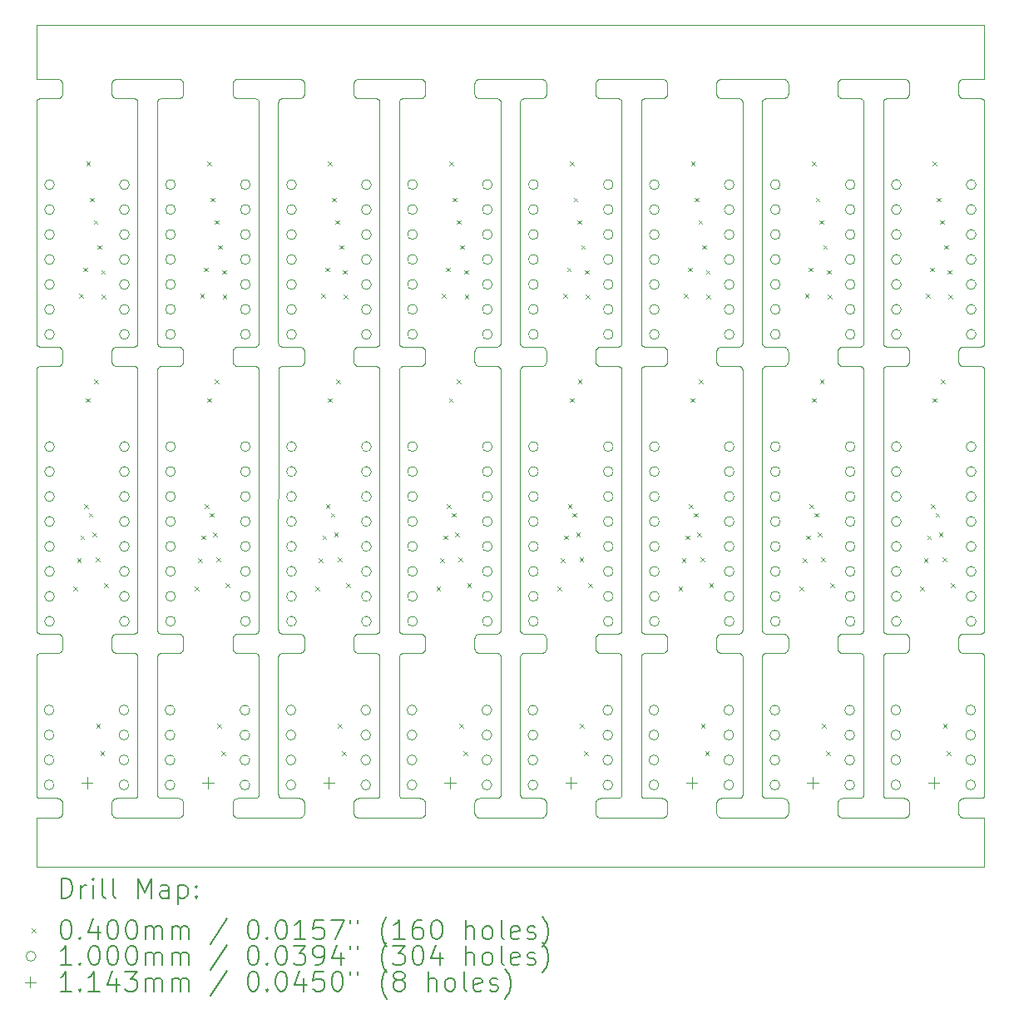
<source format=gbr>
%TF.GenerationSoftware,KiCad,Pcbnew,8.0.5*%
%TF.CreationDate,2024-12-01T20:10:04-08:00*%
%TF.ProjectId,tssop,7473736f-702e-46b6-9963-61645f706362,rev?*%
%TF.SameCoordinates,Original*%
%TF.FileFunction,Drillmap*%
%TF.FilePolarity,Positive*%
%FSLAX45Y45*%
G04 Gerber Fmt 4.5, Leading zero omitted, Abs format (unit mm)*
G04 Created by KiCad (PCBNEW 8.0.5) date 2024-12-01 20:10:04*
%MOMM*%
%LPD*%
G01*
G04 APERTURE LIST*
%ADD10C,0.100000*%
%ADD11C,0.200000*%
%ADD12C,0.114300*%
G04 APERTURE END LIST*
D10*
X11184614Y-12120193D02*
X11185294Y-12120314D01*
X14439210Y-12320937D02*
X14436515Y-12320870D01*
X5251398Y-4818031D02*
X5253158Y-4820072D01*
X14388488Y-12287046D02*
X14387518Y-12284532D01*
X7000071Y-10609377D02*
X6999226Y-10606819D01*
X9960524Y-10645796D02*
X9960007Y-10645825D01*
X6029482Y-7500560D02*
X6029685Y-7499876D01*
X8699729Y-12105103D02*
X8700109Y-12105680D01*
X7483506Y-12117788D02*
X7484020Y-12118043D01*
X10151622Y-12123302D02*
X10154181Y-12124148D01*
X9500905Y-10644137D02*
X9498308Y-10643418D01*
X12611507Y-12319291D02*
X12608878Y-12319882D01*
X6997126Y-7675621D02*
X6996927Y-7672934D01*
X8695370Y-10670707D02*
X8695198Y-10671373D01*
X13394104Y-10647539D02*
X13393418Y-10647355D01*
X6025193Y-10429993D02*
X6026369Y-10428113D01*
X10956195Y-12085374D02*
X10956205Y-12084839D01*
X11928309Y-7696120D02*
X11927097Y-7693713D01*
X8959080Y-4849519D02*
X8959278Y-4852206D01*
X6462971Y-10641606D02*
X6460457Y-10642576D01*
X5241221Y-7715888D02*
X5238944Y-7717330D01*
X8458700Y-10645824D02*
X8458164Y-10645792D01*
X8959344Y-12175839D02*
X8959344Y-12266035D01*
X8272292Y-4998945D02*
X8269663Y-4998355D01*
X13386248Y-12120782D02*
X13386839Y-12120738D01*
X10143741Y-7525734D02*
X10146396Y-7526195D01*
X13417221Y-10420210D02*
X13417779Y-10418063D01*
X11420772Y-10601596D02*
X11420182Y-10604225D01*
X10149026Y-10644140D02*
X10146396Y-10644730D01*
X13625488Y-12106243D02*
X13626840Y-12107990D01*
X10185314Y-4968573D02*
X10184103Y-4970980D01*
X11164792Y-5012409D02*
X11164431Y-5012855D01*
X9955718Y-10646152D02*
X9955147Y-10646207D01*
X8932668Y-12128749D02*
X8934945Y-12130191D01*
X7683913Y-7526195D02*
X7686542Y-7526785D01*
X7727838Y-7574659D02*
X7728036Y-7577346D01*
X8941313Y-12135160D02*
X8943264Y-12137018D01*
X5001888Y-10670052D02*
X5001649Y-10670697D01*
X8718651Y-10444131D02*
X8719317Y-10444303D01*
X13175264Y-7535944D02*
X13177467Y-7534392D01*
X5000567Y-5029499D02*
X5000429Y-5030173D01*
X13645053Y-7523917D02*
X13645630Y-7524052D01*
X13186958Y-7720961D02*
X13184495Y-7719869D01*
X8246134Y-4814222D02*
X8248174Y-4812462D01*
X14406505Y-4989196D02*
X14404381Y-4987538D01*
X13173140Y-7712678D02*
X13171099Y-7710918D01*
X14646740Y-5020911D02*
X14645716Y-5018824D01*
X14647030Y-5021541D02*
X14646741Y-5020913D01*
X7462478Y-10409690D02*
X7462488Y-10410209D01*
X14640776Y-10657559D02*
X14640285Y-10657041D01*
X8917784Y-12122584D02*
X8920381Y-12123302D01*
X13418487Y-5031962D02*
X13418400Y-5031276D01*
X9721754Y-10424901D02*
X9722044Y-10424271D01*
X14628271Y-10648642D02*
X14625917Y-10647738D01*
X9955561Y-7524749D02*
X9959987Y-7525098D01*
X10956037Y-10678222D02*
X10955993Y-10677630D01*
X13165529Y-4979928D02*
X13163872Y-4977804D01*
X7715641Y-10625713D02*
X7713881Y-10627754D01*
X7492669Y-10445350D02*
X7493354Y-10445419D01*
X7257106Y-12104124D02*
X7258307Y-12102043D01*
X11929637Y-4826676D02*
X11931079Y-4824399D01*
X8493342Y-12090222D02*
X8493680Y-12085914D01*
X8941313Y-10631563D02*
X8939273Y-10633323D01*
X10745487Y-10445780D02*
X10919813Y-10445781D01*
X8472068Y-7522280D02*
X8472617Y-7522055D01*
X9933953Y-5011988D02*
X9933556Y-5012402D01*
X14398531Y-4818031D02*
X14400389Y-4816080D01*
X12187404Y-12085912D02*
X12187436Y-12085378D01*
X11944023Y-10456584D02*
X11946226Y-10455032D01*
X10181333Y-12145338D02*
X10182775Y-12147614D01*
X9500904Y-12319291D02*
X9498307Y-12318572D01*
X11369620Y-7525206D02*
X11372308Y-7525404D01*
X9488364Y-4806483D02*
X9490771Y-4805271D01*
X10932295Y-10647797D02*
X10931632Y-10647543D01*
X13873506Y-10623589D02*
X13871848Y-10625713D01*
X13162320Y-7700741D02*
X13160878Y-7698464D01*
X11158294Y-7749413D02*
X11158055Y-7750058D01*
X9926439Y-10671375D02*
X9925533Y-10675278D01*
X13403980Y-7731952D02*
X13403435Y-7731530D01*
X9960728Y-7725150D02*
X9960211Y-7725180D01*
X11177230Y-12117788D02*
X11177744Y-12118043D01*
X14418200Y-12316757D02*
X14415736Y-12315665D01*
X10174505Y-4816080D02*
X10176363Y-4818031D01*
X13202587Y-4999736D02*
X13199912Y-4999406D01*
X12165173Y-12118324D02*
X12169127Y-12116437D01*
X11173032Y-7519747D02*
X11176670Y-7521722D01*
X8283005Y-10645782D02*
X8280310Y-10645716D01*
X13394788Y-7523141D02*
X13397031Y-7522281D01*
X11387936Y-12125117D02*
X11390400Y-12126209D01*
X12630872Y-12310133D02*
X12628668Y-12311684D01*
X12600862Y-7725074D02*
X12598167Y-7725140D01*
X12180389Y-7739514D02*
X12179996Y-7738949D01*
X11923472Y-4958440D02*
X11922881Y-4955810D01*
X10953326Y-10667442D02*
X10953116Y-10666888D01*
X13163872Y-4977804D02*
X13162320Y-4975601D01*
X14649929Y-7488860D02*
X14649929Y-5036257D01*
X12157947Y-5000567D02*
X12157273Y-5000429D01*
X12406582Y-7729318D02*
X12405964Y-7729621D01*
X5263257Y-10606822D02*
X5262411Y-10609380D01*
X14398531Y-12302905D02*
X14396771Y-12300865D01*
X12417054Y-10646312D02*
X12414664Y-10646803D01*
X12155007Y-12120782D02*
X12155598Y-12120738D01*
X6490379Y-7696120D02*
X6489050Y-7698465D01*
X5000239Y-7760187D02*
X5000209Y-7760703D01*
X9459939Y-10598938D02*
X9459609Y-10596263D01*
X13646416Y-5000902D02*
X13644278Y-5001456D01*
X5004175Y-10426841D02*
X5004478Y-10427459D01*
X14420714Y-7721931D02*
X14418200Y-7720961D01*
X6029783Y-5025587D02*
X6029593Y-5024922D01*
X5234193Y-7719869D02*
X5231729Y-7720961D01*
X12186295Y-7751792D02*
X12186105Y-7751127D01*
X8261994Y-10641603D02*
X8259531Y-10640511D01*
X10143742Y-10645191D02*
X10141067Y-10645521D01*
X8250299Y-12131748D02*
X8252502Y-12130196D01*
X8927917Y-12126209D02*
X8930324Y-12127421D01*
X13879038Y-7693713D02*
X13877826Y-7696120D01*
X13864238Y-10633323D02*
X13862114Y-10634981D01*
X12423534Y-10445776D02*
X12598167Y-10445777D01*
X5017818Y-10650572D02*
X5014279Y-10652904D01*
X5027529Y-7726135D02*
X5026856Y-7726291D01*
X7003344Y-7696120D02*
X7002132Y-7693713D01*
X10732146Y-4801645D02*
X10734775Y-4801055D01*
X5787816Y-7714336D02*
X5785692Y-7712678D01*
X7261139Y-7751125D02*
X7260443Y-7748906D01*
X6480782Y-12137018D02*
X6482640Y-12138970D01*
X10166187Y-10455029D02*
X10168390Y-10456581D01*
X8958289Y-12165128D02*
X8958750Y-12167783D01*
X5226657Y-12123302D02*
X5229216Y-12124148D01*
X11191071Y-5000035D02*
X11188865Y-5000147D01*
X10712782Y-10634978D02*
X10710658Y-10633321D01*
X9460989Y-12279376D02*
X9460399Y-12276747D01*
X8694085Y-10415020D02*
X8694141Y-10415591D01*
X9468596Y-7700741D02*
X9467155Y-7698464D01*
X7713881Y-7543171D02*
X7715641Y-7545212D01*
X7049067Y-7525206D02*
X7051762Y-7525140D01*
X5765884Y-12170463D02*
X5766214Y-12167789D01*
X6262196Y-7725506D02*
X6261625Y-7725562D01*
X9954572Y-10646312D02*
X9952181Y-10646803D01*
X6257034Y-7523729D02*
X6257597Y-7523914D01*
X13194629Y-10644137D02*
X13192032Y-10643418D01*
X10712781Y-4810804D02*
X10714984Y-4809252D01*
X9937370Y-5008595D02*
X9936871Y-5009069D01*
X9951329Y-7523917D02*
X9951906Y-7524052D01*
X10189530Y-4844190D02*
X10189991Y-4846845D01*
X8959278Y-7672934D02*
X8959080Y-7675621D01*
X6025526Y-5016273D02*
X6024132Y-5014270D01*
X12186842Y-12091638D02*
X12186990Y-12090942D01*
X10186407Y-10479668D02*
X10187377Y-10482182D01*
X6495216Y-10487337D02*
X6495807Y-10489966D01*
X14628274Y-7522280D02*
X14628823Y-7522055D01*
X9720450Y-10427509D02*
X9720772Y-10426895D01*
X8267066Y-7722776D02*
X8264507Y-7721931D01*
X10724476Y-7529319D02*
X10726990Y-7528349D01*
X14628831Y-7522052D02*
X14629358Y-7521780D01*
X14408708Y-7534392D02*
X14410985Y-7532951D01*
X12181399Y-10429993D02*
X12182576Y-10428113D01*
X7486755Y-10443889D02*
X7487400Y-10444128D01*
X7240802Y-10442934D02*
X7241433Y-10442647D01*
X14649641Y-5031274D02*
X14649307Y-5029091D01*
X8248174Y-4987538D02*
X8246134Y-4985778D01*
X7712023Y-10629705D02*
X7710072Y-10631563D01*
X6472462Y-4990748D02*
X6470185Y-4992189D01*
X8715262Y-5002895D02*
X8714748Y-5003150D01*
X8274947Y-12320342D02*
X8272292Y-12319882D01*
X8709347Y-7518966D02*
X8709923Y-7519384D01*
X11924191Y-10606819D02*
X11923472Y-10604222D01*
X11407605Y-10463808D02*
X11409365Y-10465849D01*
X5014707Y-10438964D02*
X5015251Y-10439386D01*
X5006812Y-5014708D02*
X5006391Y-5015252D01*
X13636507Y-5004788D02*
X13633064Y-5007057D01*
X10946272Y-7514189D02*
X10947799Y-7512494D01*
X11936048Y-12138975D02*
X11937906Y-12137024D01*
X8950092Y-10621386D02*
X8948541Y-10623589D01*
X8959080Y-7675621D02*
X8958750Y-7678296D01*
X6252264Y-12117788D02*
X6252778Y-12118043D01*
X7469538Y-10431403D02*
X7469931Y-10431967D01*
X11922881Y-12165134D02*
X11923472Y-12162504D01*
X7028288Y-7719869D02*
X7025882Y-7718657D01*
X10176363Y-12302905D02*
X10174505Y-12304857D01*
X10953113Y-10666880D02*
X10952855Y-10666346D01*
X9721604Y-7504569D02*
X9721876Y-7504042D01*
X13832103Y-12320870D02*
X13829408Y-12320937D01*
X7000071Y-10482185D02*
X7001041Y-10479671D01*
X11420181Y-12279376D02*
X11419462Y-12281973D01*
X13875057Y-10621386D02*
X13873506Y-10623589D01*
X10694765Y-10611892D02*
X10693795Y-10609377D01*
X9701054Y-10647797D02*
X9700390Y-10647543D01*
X9925253Y-12089663D02*
X9925587Y-12091846D01*
X12187157Y-10414501D02*
X12187245Y-10413813D01*
X12161853Y-5001473D02*
X12157950Y-5000568D01*
X11395151Y-10453588D02*
X11397428Y-10455029D01*
X11946226Y-7534392D02*
X11948502Y-7532951D01*
X11407605Y-7543171D02*
X11409365Y-7545212D01*
X7262193Y-5031274D02*
X7261859Y-5029091D01*
X10174506Y-12137018D02*
X10176364Y-12138970D01*
X7491571Y-5000623D02*
X7490890Y-5000745D01*
X10737430Y-4800594D02*
X10740104Y-4800264D01*
X10691641Y-10601593D02*
X10691180Y-10598938D01*
X5002500Y-10423197D02*
X5004174Y-10426839D01*
X5790019Y-12130196D02*
X5792296Y-12128755D01*
X10154181Y-12124148D02*
X10156695Y-12125117D01*
X13416029Y-10423621D02*
X13416802Y-10421542D01*
X7724894Y-10482182D02*
X7725739Y-10484740D01*
X6235402Y-12102011D02*
X6235722Y-12102624D01*
X6462971Y-7720961D02*
X6460456Y-7721931D01*
X10737431Y-10446374D02*
X10740105Y-10446044D01*
X9493235Y-10449959D02*
X9495749Y-10448989D01*
X9724922Y-10680622D02*
X9724796Y-10678224D01*
X6470185Y-7532951D02*
X6472462Y-7534392D01*
X9471806Y-7545212D02*
X9473566Y-7543171D01*
X7051763Y-10445780D02*
X7226089Y-10445781D01*
X8957699Y-10487337D02*
X8958290Y-10489966D01*
X8492266Y-5025587D02*
X8492076Y-5024922D01*
X5792296Y-10637972D02*
X5790020Y-10636530D01*
X9938966Y-7732597D02*
X9938444Y-7733046D01*
X7035825Y-12123308D02*
X7038422Y-12122589D01*
X5008152Y-10658731D02*
X5006729Y-10660569D01*
X13649284Y-7524749D02*
X13653711Y-7525098D01*
X14648490Y-10671454D02*
X14647748Y-10669169D01*
X10737430Y-12121538D02*
X10740105Y-12121209D01*
X11926005Y-12154835D02*
X11927097Y-12152371D01*
X9936237Y-7515486D02*
X9936740Y-7515988D01*
X7490212Y-12120035D02*
X7490885Y-12120192D01*
X11164111Y-10432499D02*
X11166798Y-10435473D01*
X7003344Y-12149964D02*
X7004672Y-12147620D01*
X11946226Y-4990748D02*
X11944023Y-4989196D01*
X5765884Y-7574659D02*
X5766214Y-7571984D01*
X5000147Y-12088281D02*
X5000199Y-12088970D01*
X7727048Y-4844190D02*
X7727508Y-4846845D01*
X11192490Y-7725140D02*
X11191973Y-7725150D01*
X12394902Y-10431975D02*
X12395351Y-10432497D01*
X13884243Y-10593579D02*
X13884045Y-10596266D01*
X8946882Y-7545212D02*
X8948540Y-7547336D01*
X9724056Y-10418061D02*
X9724213Y-10417386D01*
X6452672Y-10644730D02*
X6450018Y-10645191D01*
X7252548Y-7514189D02*
X7254075Y-7512494D01*
X7715641Y-4979928D02*
X7713881Y-4981968D01*
X10692231Y-12162504D02*
X10692949Y-12159907D01*
X6476789Y-4812462D02*
X6478830Y-4814222D01*
X6233617Y-7502323D02*
X6233860Y-7502863D01*
X6244594Y-10653602D02*
X6242831Y-10655116D01*
X9459345Y-10590881D02*
X9459345Y-10500681D01*
X12651422Y-7683580D02*
X12650704Y-7686177D01*
X6235724Y-10427468D02*
X6236088Y-10428052D01*
X7464858Y-7502323D02*
X7465102Y-7502863D01*
X13864237Y-12308475D02*
X13862113Y-12310133D01*
X14624336Y-5001473D02*
X14620432Y-5000568D01*
X13165529Y-7545212D02*
X13167290Y-7543171D01*
X8228367Y-7675621D02*
X8228169Y-7672934D01*
X7041051Y-7724085D02*
X7038422Y-7723495D01*
X8493575Y-5032656D02*
X8493523Y-5031967D01*
X13173140Y-10458242D02*
X13175265Y-10456584D01*
X7472028Y-7736741D02*
X7469496Y-7739847D01*
X11950848Y-10452262D02*
X11953254Y-10451051D01*
X5262411Y-10609380D02*
X5261442Y-10611894D01*
X8486223Y-12107177D02*
X8487564Y-12105330D01*
X10954547Y-10420879D02*
X10954738Y-10420212D01*
X9926612Y-5024925D02*
X9926439Y-5025591D01*
X5254816Y-12298740D02*
X5253158Y-12300865D01*
X6011939Y-5003986D02*
X6011337Y-5003652D01*
X13393763Y-5001646D02*
X13393097Y-5001474D01*
X5254817Y-10623589D02*
X5253159Y-10625713D01*
X6444655Y-7525206D02*
X6447342Y-7525404D01*
X5241221Y-4990748D02*
X5238944Y-4992189D01*
X8698179Y-7506712D02*
X8698502Y-7507346D01*
X7686542Y-4801645D02*
X7689139Y-4802364D01*
X11159854Y-5019912D02*
X11159583Y-5020544D01*
X10189991Y-7678296D02*
X10189530Y-7680951D01*
X10182775Y-12147614D02*
X10184103Y-12149959D01*
X7473063Y-12110648D02*
X7473552Y-12111137D01*
X13407612Y-7734936D02*
X13407090Y-7734487D01*
X12626392Y-7717330D02*
X12624047Y-7718658D01*
X7258837Y-12100969D02*
X7260467Y-12097032D01*
X5007905Y-10432499D02*
X5010592Y-10435473D01*
X10704807Y-7707109D02*
X10703047Y-7705068D01*
X5238944Y-7532951D02*
X5241221Y-7534392D01*
X8956980Y-7564103D02*
X8957699Y-7566700D01*
X10955303Y-5027727D02*
X10954749Y-5025589D01*
X12418724Y-12120649D02*
X12419409Y-12120737D01*
X5229216Y-10448986D02*
X5231730Y-10449956D01*
X9953373Y-12120193D02*
X9954053Y-12120314D01*
X10189531Y-10601596D02*
X10188940Y-10604225D01*
X11960790Y-4802364D02*
X11963387Y-4801645D01*
X14649783Y-7757800D02*
X14649731Y-7757111D01*
X9697067Y-10444913D02*
X9699216Y-10444366D01*
X8934945Y-10636533D02*
X8932669Y-10637974D01*
X6460456Y-7721931D02*
X6457898Y-7722776D01*
X13649441Y-10646152D02*
X13648870Y-10646207D01*
X7011084Y-10627751D02*
X7009324Y-10625710D01*
X10719606Y-10639300D02*
X10717262Y-10637972D01*
X13634535Y-10439757D02*
X13637989Y-10441789D01*
X7470425Y-7511951D02*
X7470901Y-7512479D01*
X8235914Y-10619106D02*
X8234586Y-10616762D01*
X12648889Y-7691250D02*
X12647797Y-7693713D01*
X7723924Y-12154829D02*
X7724893Y-12157343D01*
X14387518Y-12157349D02*
X14388488Y-12154835D01*
X11963387Y-7723495D02*
X11960790Y-7722776D01*
X11403795Y-12306715D02*
X11401755Y-12308475D01*
X14636738Y-7517199D02*
X14637281Y-7516735D01*
X13175265Y-10634978D02*
X13173140Y-10633321D01*
X6239832Y-10658193D02*
X6239395Y-10658729D01*
X6018594Y-7516733D02*
X6020290Y-7515206D01*
X8492266Y-10671460D02*
X8490844Y-10667444D01*
X6997916Y-4844190D02*
X6998507Y-4841560D01*
X13402841Y-7731159D02*
X13399387Y-7729127D01*
X8485514Y-10432888D02*
X8486876Y-10431137D01*
X6026080Y-10662959D02*
X6024837Y-10661045D01*
X5029088Y-5000623D02*
X5028408Y-5000745D01*
X13184496Y-10640511D02*
X13182089Y-10639300D01*
X9712313Y-10654188D02*
X9711770Y-10653724D01*
X8229157Y-7680950D02*
X8228697Y-7678295D01*
X8233374Y-10477207D02*
X8234586Y-10474800D01*
X9717779Y-10659985D02*
X9714935Y-10656654D01*
X8725691Y-12120737D02*
X8726380Y-12120790D01*
X10182775Y-10619109D02*
X10181334Y-10621386D01*
X5785692Y-7537602D02*
X5787816Y-7535944D01*
X12621640Y-7530411D02*
X12624047Y-7531622D01*
X14386674Y-10484743D02*
X14387519Y-10482185D01*
X11382863Y-4802364D02*
X11385422Y-4803209D01*
X8261993Y-4995821D02*
X8259530Y-4994729D01*
X6495806Y-4955810D02*
X6495216Y-4958440D01*
X10955541Y-7496262D02*
X10955898Y-7494008D01*
X10942439Y-10653284D02*
X10940593Y-10651943D01*
X6257887Y-10646933D02*
X6257341Y-10647107D01*
X11162211Y-12105103D02*
X11162592Y-12105680D01*
X9503533Y-4998945D02*
X9500904Y-4998355D01*
X12408986Y-10648679D02*
X12408465Y-10648921D01*
X7464519Y-10422012D02*
X7464702Y-10422556D01*
X12187298Y-10413115D02*
X12187411Y-10410899D01*
X10940365Y-10439774D02*
X10940848Y-10439461D01*
X8955165Y-4833891D02*
X8956135Y-4836405D01*
X7041052Y-10644727D02*
X7038422Y-10644137D01*
X10694764Y-7691249D02*
X10693794Y-7688735D01*
X11421760Y-7672934D02*
X11421562Y-7675621D01*
X13207969Y-12120944D02*
X13382406Y-12120946D01*
X8283004Y-7725140D02*
X8280309Y-7725074D01*
X5024272Y-10443889D02*
X5024917Y-10444128D01*
X6028786Y-7747824D02*
X6027064Y-7744077D01*
X8694469Y-12092534D02*
X8694625Y-12093207D01*
X7696675Y-4805271D02*
X7699082Y-4806483D01*
X13418398Y-10414501D02*
X13418486Y-10413813D01*
X7718850Y-4824399D02*
X7720292Y-4826676D01*
X7466657Y-10426841D02*
X7466961Y-10427459D01*
X11936048Y-12302905D02*
X11934288Y-12300865D01*
X13417942Y-5028403D02*
X13417786Y-5027730D01*
X10143741Y-12320342D02*
X10141066Y-12320672D01*
X7471540Y-10657677D02*
X7471076Y-10658190D01*
X14385954Y-7566700D02*
X14386673Y-7564103D01*
X5000031Y-10410908D02*
X5000143Y-10413114D01*
X9944878Y-10442129D02*
X9945510Y-10442400D01*
X8463536Y-7725566D02*
X8462851Y-7725497D01*
X13618724Y-10410733D02*
X13619050Y-10415018D01*
X12653002Y-12173144D02*
X12653068Y-12175839D01*
X14649255Y-4250000D02*
X5000670Y-4250000D01*
X12598167Y-7725140D02*
X12423733Y-7725140D01*
X5817827Y-12121010D02*
X5820522Y-12120944D01*
X13202587Y-7724876D02*
X13199912Y-7724546D01*
X6239393Y-12107991D02*
X6239830Y-12108527D01*
X8490372Y-10666344D02*
X8489281Y-10664204D01*
X9700036Y-7726785D02*
X9699370Y-7726613D01*
X9931347Y-10661039D02*
X9931046Y-10661527D01*
X5236600Y-7531622D02*
X5238944Y-7532951D01*
X8257123Y-4806483D02*
X8259530Y-4805271D01*
X14439210Y-7725140D02*
X14436515Y-7725074D01*
X10937157Y-10441675D02*
X10937772Y-10441356D01*
X10952028Y-7744075D02*
X10951725Y-7743457D01*
X13418400Y-5031274D02*
X13418065Y-5029091D01*
X13153662Y-4846845D02*
X13154123Y-4844190D01*
X12388439Y-10418446D02*
X12388595Y-10419120D01*
X7051762Y-4800000D02*
X7673201Y-4800000D01*
X9506189Y-10645188D02*
X9503534Y-10644727D01*
X10170514Y-12133400D02*
X10172554Y-12135160D01*
X6239833Y-12108531D02*
X6240297Y-12109044D01*
X6231241Y-10681864D02*
X6231241Y-12084681D01*
X10166186Y-7715888D02*
X10163909Y-7717330D01*
X14613828Y-10645781D02*
X14439211Y-10645782D01*
X10951336Y-10428111D02*
X10951689Y-10427514D01*
X10168390Y-10634981D02*
X10166187Y-10636533D01*
X11399630Y-4989196D02*
X11397427Y-4990748D01*
X7247820Y-12114138D02*
X7248279Y-12113763D01*
X6262515Y-5000288D02*
X6260332Y-5000622D01*
X5234193Y-7530411D02*
X5236600Y-7531622D01*
X12182577Y-10428111D02*
X12182930Y-10427514D01*
X13153663Y-10598938D02*
X13153333Y-10596263D01*
X5218776Y-12121533D02*
X5221431Y-12121993D01*
X6474665Y-4810804D02*
X6476789Y-4812462D01*
X14431153Y-7525734D02*
X14433828Y-7525404D01*
X6020813Y-7514709D02*
X6021305Y-7514191D01*
X10166186Y-12311684D02*
X10163909Y-12313126D01*
X8488347Y-12104124D02*
X8489548Y-12102043D01*
X12387448Y-7489042D02*
X12387458Y-7489578D01*
X7675896Y-4999934D02*
X7673201Y-5000000D01*
X5019913Y-10442129D02*
X5020545Y-10442400D01*
X5003847Y-7745054D02*
X5003575Y-7745686D01*
X9475424Y-12137024D02*
X9477376Y-12135166D01*
X8261993Y-7720961D02*
X8259530Y-7719869D01*
X11380267Y-10447422D02*
X11382864Y-10448141D01*
X11922881Y-7569329D02*
X11923472Y-7566700D01*
X5265554Y-12268730D02*
X5265356Y-12271418D01*
X14387518Y-12284532D02*
X14386673Y-12281973D01*
X8487634Y-7509431D02*
X8487972Y-7508944D01*
X5021016Y-10648922D02*
X5018824Y-10649996D01*
X12653068Y-10590884D02*
X12653002Y-10593579D01*
X10141067Y-10446041D02*
X10143742Y-10446371D01*
X9926028Y-7498082D02*
X9926194Y-7498776D01*
X9721319Y-12100969D02*
X9722949Y-12097032D01*
X13205274Y-12320870D02*
X13202587Y-12320672D01*
X12652473Y-4846845D02*
X12652803Y-4849519D01*
X8943264Y-4983920D02*
X8941312Y-4985778D01*
X13154714Y-10604222D02*
X13154123Y-10601593D01*
X6245815Y-7732198D02*
X6245250Y-7732591D01*
X6004297Y-12119842D02*
X6004877Y-12119721D01*
X12643815Y-7700741D02*
X12642264Y-7702944D01*
X7681258Y-7724546D02*
X7678584Y-7724876D01*
X7035825Y-10643418D02*
X7033267Y-10642573D01*
X13194629Y-10447425D02*
X13197258Y-10446835D01*
X5998800Y-12120782D02*
X5999392Y-12120738D01*
X8463717Y-10646238D02*
X8463010Y-10646163D01*
X9460399Y-10601593D02*
X9459939Y-10598938D01*
X11164149Y-7511951D02*
X11164625Y-7512479D01*
X6467841Y-4806483D02*
X6470185Y-4807811D01*
X7689140Y-10643421D02*
X7686543Y-10644140D01*
X10163910Y-10637974D02*
X10161566Y-10639303D01*
X6232675Y-7499468D02*
X6233418Y-7501753D01*
X5794641Y-10452262D02*
X5797048Y-10451051D01*
X8728592Y-12120901D02*
X8729976Y-12120936D01*
X12413034Y-5001457D02*
X12412370Y-5001647D01*
X5794641Y-10639300D02*
X5792296Y-10637972D01*
X5210719Y-12320937D02*
X5000670Y-12320937D01*
X8701947Y-5012856D02*
X8700453Y-5014787D01*
X11156829Y-12091849D02*
X11156950Y-12092529D01*
X5765686Y-4947794D02*
X5765620Y-4945099D01*
X7043706Y-7724546D02*
X7041051Y-7724085D01*
X7673202Y-10645785D02*
X7498564Y-10645786D01*
X6455301Y-7723495D02*
X6452672Y-7724085D01*
X11976728Y-12320937D02*
X11974033Y-12320870D01*
X6031072Y-10678222D02*
X6031028Y-10677630D01*
X12650704Y-7686177D02*
X12649858Y-7688736D01*
X12187299Y-5032656D02*
X12187247Y-5031967D01*
X14387519Y-10609377D02*
X14386674Y-10606819D01*
X12652013Y-4844190D02*
X12652473Y-4846845D01*
X5236600Y-10639303D02*
X5234194Y-10640514D01*
X8695596Y-12096676D02*
X8696363Y-12098747D01*
X10181334Y-10621386D02*
X10179782Y-10623589D01*
X7490012Y-7726135D02*
X7489339Y-7726291D01*
X5802025Y-10448989D02*
X5804584Y-10448144D01*
X13618729Y-10680822D02*
X13618699Y-10681340D01*
X5785692Y-7712678D02*
X5783651Y-7710918D01*
X9459938Y-4953155D02*
X9459608Y-4950481D01*
X8228169Y-12268730D02*
X8228103Y-12266035D01*
X10190321Y-7675621D02*
X10189991Y-7678296D01*
X5779842Y-12302905D02*
X5778082Y-12300865D01*
X6030785Y-12090932D02*
X6030859Y-12090225D01*
X13847904Y-7528349D02*
X13850418Y-7529319D01*
X6030931Y-10677035D02*
X6030155Y-10672846D01*
X14649916Y-12820825D02*
X14649930Y-12820264D01*
X12389120Y-7750736D02*
X12388214Y-7754640D01*
X5026943Y-7524053D02*
X5029410Y-7524577D01*
X5812464Y-7724546D02*
X5809809Y-7724085D01*
X6486058Y-10467973D02*
X6487610Y-10470176D01*
X8252502Y-12130196D02*
X8254779Y-12128755D01*
X9694090Y-7725497D02*
X9689919Y-7725179D01*
X13864237Y-12133400D02*
X13866278Y-12135160D01*
X10190585Y-4945099D02*
X10190519Y-4947794D01*
X8261994Y-10449959D02*
X8264508Y-10448989D01*
X13154123Y-10601593D02*
X13153663Y-10598938D01*
X13207969Y-4800000D02*
X13829408Y-4800000D01*
X9459410Y-12173150D02*
X9459608Y-12170463D01*
X6239661Y-7512481D02*
X6242511Y-7515484D01*
X14393561Y-12296537D02*
X14392120Y-12294261D01*
X6267328Y-10445776D02*
X6441961Y-10445777D01*
X13857634Y-10453588D02*
X13859911Y-10455029D01*
X10690850Y-12271418D02*
X10690651Y-12268730D01*
X5236600Y-4993517D02*
X5234193Y-4994729D01*
X12403722Y-12115225D02*
X12404200Y-12115543D01*
X13407739Y-7515205D02*
X13408257Y-7514713D01*
X13619591Y-12093210D02*
X13620144Y-12095348D01*
X10948753Y-5013798D02*
X10948377Y-5013364D01*
X5029809Y-7725667D02*
X5027532Y-7726135D01*
X7483030Y-10442401D02*
X7486752Y-10443888D01*
X8946882Y-12300865D02*
X8945122Y-12302905D01*
X14649887Y-12085912D02*
X14649918Y-12085378D01*
X8904443Y-12120938D02*
X8907138Y-12121004D01*
X7710072Y-10631563D02*
X7708031Y-10633323D01*
X6030859Y-12090222D02*
X6031198Y-12085914D01*
X6001940Y-10646387D02*
X6001244Y-10646239D01*
X8274947Y-7525734D02*
X8277621Y-7525404D01*
X11420771Y-12165128D02*
X11421232Y-12167783D01*
X12408470Y-5003151D02*
X12404815Y-5005060D01*
X6030933Y-7494005D02*
X6031026Y-7493298D01*
X10951091Y-5017263D02*
X10950814Y-5016760D01*
X13884243Y-12268730D02*
X13884045Y-12271418D01*
X9471806Y-7705068D02*
X9470148Y-7702944D01*
X13413838Y-7742862D02*
X13411632Y-7739516D01*
X8274947Y-7724546D02*
X8272292Y-7724085D01*
X7001041Y-10479671D02*
X7002133Y-10477207D01*
X7728036Y-4852206D02*
X7728103Y-4854901D01*
X14645079Y-7742862D02*
X14642873Y-7739516D01*
X5024922Y-12119291D02*
X5025586Y-12119481D01*
X11421761Y-10497983D02*
X11421827Y-10500678D01*
X5817826Y-7525206D02*
X5820521Y-7525140D01*
X5779842Y-7707109D02*
X5778082Y-7705068D01*
X6997126Y-4950481D02*
X6996927Y-4947794D01*
X5249540Y-4816080D02*
X5251398Y-4818031D01*
X7262439Y-12085912D02*
X7262471Y-12085378D01*
X10941497Y-7731952D02*
X10940953Y-7731530D01*
X13388682Y-10646238D02*
X13387975Y-10646163D01*
X6233861Y-7502865D02*
X6235695Y-7506710D01*
X5263975Y-7683580D02*
X5263256Y-7686177D01*
X10190519Y-12173144D02*
X10190585Y-12175839D01*
X5236600Y-4806483D02*
X5238944Y-4807811D01*
X13392333Y-12119719D02*
X13392901Y-12119548D01*
X14649190Y-7753544D02*
X14649044Y-7752989D01*
X5783652Y-10460002D02*
X5785692Y-10458242D01*
X12399853Y-5008595D02*
X12399354Y-5009069D01*
X9702690Y-12118324D02*
X9706644Y-12116437D01*
X14649622Y-7494005D02*
X14649715Y-7493298D01*
X10943014Y-7517199D02*
X10943557Y-7516735D01*
X9508864Y-10446044D02*
X9511551Y-10445846D01*
X8490513Y-10424901D02*
X8490803Y-10424271D01*
X14392120Y-10472456D02*
X14393562Y-10470179D01*
X8959344Y-7670239D02*
X8959278Y-7672934D01*
X7725739Y-12159902D02*
X7726457Y-12162499D01*
X8237355Y-4824399D02*
X8238906Y-4822196D01*
X13169148Y-7541220D02*
X13171099Y-7539362D01*
X11974033Y-4999934D02*
X11971345Y-4999736D01*
X13620145Y-12095350D02*
X13620335Y-12096015D01*
X9473566Y-4818031D02*
X9475424Y-4816080D01*
X14413330Y-10452262D02*
X14415737Y-10451051D01*
X5014364Y-12113896D02*
X5016272Y-12115224D01*
X5996199Y-5000040D02*
X5995681Y-5000010D01*
X9935466Y-7735735D02*
X9934968Y-7736210D01*
X11421827Y-10590884D02*
X11421761Y-10593579D01*
X6247430Y-5005795D02*
X6244106Y-5008235D01*
X7487410Y-10444131D02*
X7488076Y-10444303D01*
X7004672Y-4973324D02*
X7003344Y-4970980D01*
X12184551Y-5021538D02*
X12184297Y-5021024D01*
X13873505Y-4977804D02*
X13871847Y-4979928D01*
X13880130Y-7691250D02*
X13879038Y-7693713D01*
X5262411Y-7561545D02*
X5263256Y-7564103D01*
X11192461Y-5000000D02*
X11191073Y-5000035D01*
X13415603Y-7504034D02*
X13415828Y-7503485D01*
X12405956Y-7729626D02*
X12405372Y-7729990D01*
X14423273Y-10448144D02*
X14425870Y-10447425D01*
X5001845Y-7750068D02*
X5001673Y-7750734D01*
X8490572Y-5021022D02*
X8488609Y-5017265D01*
X11409365Y-4820072D02*
X11411022Y-4822196D01*
X10190585Y-7580041D02*
X10190585Y-7670239D01*
X9924965Y-7489042D02*
X9924976Y-7489578D01*
X7049067Y-4999934D02*
X7046380Y-4999736D01*
X7011083Y-7707109D02*
X7009323Y-7705068D01*
X9692524Y-12120782D02*
X9693116Y-12120738D01*
X11192293Y-10445776D02*
X11366926Y-10445777D01*
X14431154Y-10645188D02*
X14428499Y-10644727D01*
X5783651Y-7539362D02*
X5785692Y-7537602D01*
X9460399Y-7569329D02*
X9460989Y-7566700D01*
X12391022Y-7745689D02*
X12389536Y-7749410D01*
X14649882Y-10680803D02*
X14649534Y-10676377D01*
X10701389Y-4977804D02*
X10699838Y-4975601D01*
X13403073Y-10651941D02*
X13402485Y-10651537D01*
X9925956Y-10418446D02*
X9926113Y-10419120D01*
X7726457Y-4958440D02*
X7725738Y-4961037D01*
X6450017Y-12121533D02*
X6452672Y-12121993D01*
X9927417Y-10423092D02*
X9929139Y-10426839D01*
X14392120Y-4826676D02*
X14393561Y-4824399D01*
X10190519Y-4947794D02*
X10190321Y-4950481D01*
X5261441Y-7559031D02*
X5262411Y-7561545D01*
X13850418Y-4995821D02*
X13847904Y-4996791D01*
X10954167Y-7748904D02*
X10953983Y-7748360D01*
X13883715Y-4953155D02*
X13883254Y-4955810D01*
X9464615Y-12289509D02*
X9463523Y-12287046D01*
X7001040Y-12154835D02*
X7002132Y-12152371D01*
X14622032Y-10444913D02*
X14624181Y-10444366D01*
X10952014Y-10426893D02*
X10952994Y-10424903D01*
X5236600Y-7718658D02*
X5234193Y-7719869D01*
X8956981Y-10484740D02*
X8957699Y-10487337D01*
X12187245Y-10413808D02*
X12187298Y-10413117D01*
X9721080Y-12101513D02*
X9721318Y-12100971D01*
X8948540Y-12298740D02*
X8946882Y-12300865D01*
X14396771Y-12300865D02*
X14395113Y-12298740D01*
X5210720Y-10645785D02*
X5036082Y-10645786D01*
X13866278Y-4814222D02*
X13868229Y-4816080D01*
X10951419Y-10663570D02*
X10951046Y-10662961D01*
X6470185Y-12313126D02*
X6467841Y-12314454D01*
X12616663Y-7721931D02*
X12614104Y-7722776D01*
X12388070Y-12091849D02*
X12388192Y-12092529D01*
X11157853Y-10670707D02*
X11157680Y-10671373D01*
X10179781Y-12143135D02*
X10181333Y-12145338D01*
X9503534Y-10446835D02*
X9506189Y-10446374D01*
X7686542Y-7723495D02*
X7683913Y-7724085D01*
X8729810Y-10445776D02*
X8904444Y-10445777D01*
X9952179Y-10646804D02*
X9951620Y-10646931D01*
X8941312Y-7710918D02*
X8939272Y-7712679D01*
X11191773Y-10445766D02*
X11192291Y-10445776D01*
X6232007Y-7754643D02*
X6231869Y-7755317D01*
X5812464Y-12320342D02*
X5809809Y-12319882D01*
X5998392Y-10445648D02*
X5999084Y-10445598D01*
X8693734Y-10681344D02*
X8693724Y-10681862D01*
X8478828Y-10439102D02*
X8482135Y-10436422D01*
X14406505Y-4810804D02*
X14408708Y-4809252D01*
X12185892Y-7499873D02*
X12186483Y-7497669D01*
X7718850Y-12296537D02*
X7717299Y-12298740D01*
X12397443Y-7736217D02*
X12396995Y-7736739D01*
X13648296Y-10646312D02*
X13646019Y-10646780D01*
X13620725Y-10422012D02*
X13620909Y-10422556D01*
X12181996Y-7508420D02*
X12184086Y-7504571D01*
X7473553Y-10655584D02*
X7473065Y-10656073D01*
X12154599Y-10445648D02*
X12155291Y-10445598D01*
X13153134Y-7672934D02*
X13153068Y-7670239D01*
X5006584Y-7740401D02*
X5006220Y-7740985D01*
X12389293Y-7750068D02*
X12389120Y-7750734D01*
X10951045Y-10662959D02*
X10949737Y-10660944D01*
X13417231Y-10671460D02*
X13415809Y-10667444D01*
X7237217Y-7523585D02*
X7237901Y-7523382D01*
X6014412Y-10651176D02*
X6010669Y-10649143D01*
X10927330Y-7524475D02*
X10928032Y-7524345D01*
X6493653Y-10609380D02*
X6492683Y-10611894D01*
X12387490Y-7490118D02*
X12387838Y-7494545D01*
X5799511Y-10641603D02*
X5797048Y-10640511D01*
X8959345Y-10500678D02*
X8959345Y-10590884D01*
X6496795Y-4852206D02*
X6496861Y-4854901D01*
X12628668Y-12311684D02*
X12626392Y-12313126D01*
X14439211Y-12120944D02*
X14613828Y-12120946D01*
X8280309Y-7725074D02*
X8277621Y-7724876D01*
X6997917Y-10601593D02*
X6997456Y-10598938D01*
X10695857Y-10477207D02*
X10697068Y-10474800D01*
X14406505Y-7714336D02*
X14404381Y-7712678D01*
X5999400Y-12120737D02*
X5999985Y-12120642D01*
X6997456Y-10492624D02*
X6997917Y-10489969D01*
X6031027Y-10677622D02*
X6030931Y-10677037D01*
X10154180Y-4996791D02*
X10151622Y-4997636D01*
X13158339Y-10477207D02*
X13159551Y-10474800D01*
X13157247Y-12287046D02*
X13156277Y-12284532D01*
X8915155Y-10644730D02*
X8912500Y-10645191D01*
X7699082Y-7531622D02*
X7701427Y-7532951D01*
X14649730Y-7757106D02*
X14649643Y-7756420D01*
X13197257Y-4801055D02*
X13199912Y-4800594D01*
X7256735Y-7508936D02*
X7257030Y-7508422D01*
X9477375Y-7710918D02*
X9475424Y-7709060D01*
X14629356Y-10649142D02*
X14628829Y-10648871D01*
X12624047Y-4993517D02*
X12621640Y-4994729D01*
X9462553Y-7688735D02*
X9461708Y-7686177D01*
X12647797Y-12152366D02*
X12648889Y-12154829D01*
X10948706Y-12107177D02*
X10950047Y-12105330D01*
X8703719Y-7736217D02*
X8703271Y-7736739D01*
X10174505Y-7709060D02*
X10172554Y-7710918D01*
X11156207Y-12084684D02*
X11156242Y-12086068D01*
X5210720Y-10445777D02*
X5213415Y-10445843D01*
X11156568Y-10415020D02*
X11156624Y-10415591D01*
X9483743Y-12130196D02*
X9486020Y-12128755D01*
X7681258Y-7525734D02*
X7683913Y-7526195D01*
X9925005Y-5035041D02*
X9924975Y-5035558D01*
X10159158Y-7719869D02*
X10156695Y-7720961D01*
X11415344Y-12149959D02*
X11416555Y-12152366D01*
X12404711Y-12115825D02*
X12408469Y-12117787D01*
X9724676Y-5031274D02*
X9724341Y-5029091D01*
X8493574Y-10413115D02*
X8493687Y-10410899D01*
X10188940Y-7566700D02*
X10189530Y-7569329D01*
X5000035Y-12086071D02*
X5000147Y-12088278D01*
X9475424Y-12304857D02*
X9473566Y-12302905D01*
X8493723Y-10409502D02*
X8493724Y-7761227D01*
X12636989Y-10629705D02*
X12635037Y-10631563D01*
X12151169Y-7525140D02*
X12152603Y-7525102D01*
X9722510Y-7747824D02*
X9720788Y-7744077D01*
X11960790Y-7722776D02*
X11958231Y-7721931D01*
X13646016Y-10646780D02*
X13645343Y-10646937D01*
X7247221Y-5006385D02*
X7246637Y-5006022D01*
X12606224Y-10645191D02*
X12603550Y-10645521D01*
X10717261Y-4992189D02*
X10714984Y-4990748D01*
X9723305Y-10420879D02*
X9723497Y-10420212D01*
X6245518Y-10652905D02*
X6245046Y-10653231D01*
X12395600Y-10658731D02*
X12394177Y-10660569D01*
X11922091Y-4849519D02*
X11922421Y-4846845D01*
X14406505Y-12310133D02*
X14404381Y-12308475D01*
X8238906Y-12298740D02*
X8237355Y-12296537D01*
X11411023Y-10467973D02*
X11412575Y-10470176D01*
X10930420Y-12119547D02*
X10932820Y-12118768D01*
X8229157Y-12276747D02*
X8228697Y-12274092D01*
X13169148Y-4816080D02*
X13171099Y-4814222D01*
X12619177Y-12125117D02*
X12621641Y-12126209D01*
X13401970Y-7519688D02*
X13402484Y-7519394D01*
X14614906Y-10645824D02*
X14614371Y-10645792D01*
X10190321Y-12271418D02*
X10189991Y-12274092D01*
X12177020Y-7514709D02*
X12177511Y-7514191D01*
X13884243Y-7672934D02*
X13884045Y-7675621D01*
X6260848Y-10646312D02*
X6258457Y-10646803D01*
X13394274Y-10443954D02*
X13396357Y-10443192D01*
X9462554Y-10609377D02*
X9461709Y-10606819D01*
X8485787Y-12107745D02*
X8486221Y-12107179D01*
X7254652Y-5013363D02*
X7251888Y-5010303D01*
X8724597Y-10445419D02*
X8728768Y-10445736D01*
X5234193Y-4994729D02*
X5231729Y-4995821D01*
X7014893Y-10460002D02*
X7016934Y-10458242D01*
X8955165Y-7691250D02*
X8954073Y-7693713D01*
X10694764Y-7559031D02*
X10695856Y-7556567D01*
X9488364Y-12314454D02*
X9486020Y-12313126D01*
X5000562Y-7495730D02*
X5001062Y-7498079D01*
X8490805Y-10424267D02*
X8491063Y-10423623D01*
X5019135Y-7729318D02*
X5018517Y-7729621D01*
X12387805Y-10676652D02*
X12387487Y-10680820D01*
X7249830Y-10654188D02*
X7249287Y-10653724D01*
X5257809Y-7698465D02*
X5256368Y-7700741D01*
X5774872Y-7700741D02*
X5773431Y-7698464D01*
X9941239Y-12115225D02*
X9941717Y-12115543D01*
X13637511Y-5004213D02*
X13637001Y-5004477D01*
X14629968Y-12117311D02*
X14630504Y-12117058D01*
X10176364Y-10627754D02*
X10174506Y-10629705D01*
X7237209Y-10647355D02*
X7233184Y-10646388D01*
X10745486Y-7725140D02*
X10742791Y-7725074D01*
X8233374Y-7556567D02*
X8234585Y-7554160D01*
X10691179Y-4953155D02*
X10690850Y-4950481D01*
X9931977Y-7739849D02*
X9931555Y-7740393D01*
X11414016Y-7698465D02*
X11412574Y-7700741D01*
X7726457Y-12162499D02*
X7727048Y-12165128D01*
X8242325Y-10463811D02*
X8244183Y-10461860D01*
X6496597Y-7574659D02*
X6496795Y-7577346D01*
X7471470Y-5011988D02*
X7471073Y-5012402D01*
X7033266Y-4803209D02*
X7035825Y-4802364D01*
X8272293Y-12121999D02*
X8274947Y-12121538D01*
X12419414Y-12120737D02*
X12420103Y-12120790D01*
X5012402Y-5008591D02*
X5011978Y-5008977D01*
X5767984Y-12159907D02*
X5768829Y-12157349D01*
X10956168Y-7490296D02*
X10956205Y-7488862D01*
X9468596Y-7549539D02*
X9470148Y-7547336D01*
X8956980Y-12159902D02*
X8957699Y-12162499D01*
X6025845Y-5016753D02*
X6025527Y-5016275D01*
X5999398Y-7524926D02*
X6000105Y-7524833D01*
X10954332Y-5024261D02*
X10953525Y-5022081D01*
X13646218Y-7726135D02*
X13645545Y-7726291D01*
X8907138Y-4999934D02*
X8904443Y-5000000D01*
X6235416Y-10426841D02*
X6235719Y-10427459D01*
X8959344Y-7580041D02*
X8959344Y-7670239D01*
X13626207Y-7511367D02*
X13626625Y-7511942D01*
X12417451Y-7524690D02*
X12418041Y-7524749D01*
X11934289Y-10465852D02*
X11936049Y-10463811D01*
X9470148Y-4822196D02*
X9471806Y-4820072D01*
X6238760Y-7511367D02*
X6239177Y-7511942D01*
X7705907Y-12131742D02*
X7708031Y-12133400D01*
X5013353Y-10653602D02*
X5011589Y-10655116D01*
X6495806Y-4844190D02*
X6496267Y-4846845D01*
X11415344Y-10616765D02*
X11414016Y-10619109D01*
X5778082Y-10625710D02*
X5776424Y-10623586D01*
X8707529Y-12113485D02*
X8708086Y-12113895D01*
X12391931Y-10427468D02*
X12392295Y-10428052D01*
X10710657Y-12133406D02*
X10712782Y-12131748D01*
X8704996Y-7515486D02*
X8705498Y-7515988D01*
X7710071Y-12306715D02*
X7708031Y-12308475D01*
X13167290Y-7707109D02*
X13165529Y-7705068D01*
X10726990Y-12124153D02*
X10729549Y-12123308D01*
X12649859Y-10482182D02*
X12650704Y-10484740D01*
X13197257Y-7526195D02*
X13199912Y-7525734D01*
X5027727Y-5000902D02*
X5025589Y-5001456D01*
X13408754Y-7514189D02*
X13410281Y-7512494D01*
X13619116Y-5030183D02*
X13619046Y-5030867D01*
X8248175Y-10458242D02*
X8250299Y-10456584D01*
X11950847Y-12127427D02*
X11953254Y-12126215D01*
X5264565Y-12165128D02*
X5265026Y-12167783D01*
X8466779Y-12119842D02*
X8467360Y-12119721D01*
X9949892Y-10444131D02*
X9950558Y-10444303D01*
X8477005Y-7519688D02*
X8477519Y-7519394D01*
X7030752Y-4804179D02*
X7033266Y-4803209D01*
X13182088Y-4806483D02*
X13184495Y-4805271D01*
X6019654Y-10436420D02*
X6020093Y-10436048D01*
X6441961Y-10445777D02*
X6444656Y-10445843D01*
X7257996Y-7743448D02*
X7257632Y-7742864D01*
X12158183Y-10445187D02*
X12158866Y-10445068D01*
X12648889Y-10479668D02*
X12649859Y-10482182D01*
X7724893Y-4963595D02*
X7723923Y-4966109D01*
X12179947Y-12107177D02*
X12181288Y-12105330D01*
X8277621Y-4800264D02*
X8280309Y-4800066D01*
X6231598Y-10676652D02*
X6231281Y-10680820D01*
X12391903Y-7506712D02*
X12392226Y-7507346D01*
X12387483Y-10410733D02*
X12387809Y-10415018D01*
X6252350Y-7522050D02*
X6253014Y-7522305D01*
X5265356Y-7675621D02*
X5265026Y-7678296D01*
X13850418Y-7529319D02*
X13852882Y-7530411D01*
X12624047Y-7531622D02*
X12626392Y-7532951D01*
X14385364Y-12165134D02*
X14385954Y-12162504D01*
X7466329Y-7745054D02*
X7466058Y-7745686D01*
X5765620Y-12175845D02*
X5765686Y-12173150D01*
X8229157Y-12165134D02*
X8229748Y-12162504D01*
X12598166Y-5000000D02*
X12423704Y-5000000D01*
X8952861Y-12291916D02*
X8951533Y-12294261D01*
X6478830Y-12135160D02*
X6480782Y-12137018D01*
X11409365Y-4979928D02*
X11407605Y-4981968D01*
X7247131Y-10439456D02*
X7247585Y-10439103D01*
X8909825Y-4999736D02*
X8907138Y-4999934D01*
X10946175Y-10656653D02*
X10945780Y-10656211D01*
X10690585Y-12266035D02*
X10690585Y-12175845D01*
X13618729Y-5035041D02*
X13618699Y-5035558D01*
X7464371Y-5024270D02*
X7464132Y-5024915D01*
X6496597Y-4950481D02*
X6496267Y-4953155D01*
X5772103Y-10616762D02*
X5770892Y-10614355D01*
X12186819Y-10416696D02*
X12187156Y-10414504D01*
X13623144Y-7506712D02*
X13623467Y-7507346D01*
X7011083Y-12302905D02*
X7009323Y-12300865D01*
X13842749Y-12122584D02*
X13845346Y-12123302D01*
X6491591Y-10477204D02*
X6492683Y-10479668D01*
X13205274Y-4800066D02*
X13207969Y-4800000D01*
X6240298Y-12109046D02*
X6241820Y-12110646D01*
X6460456Y-7528349D02*
X6462971Y-7529319D01*
X5004783Y-7507355D02*
X5005170Y-7507951D01*
X7467331Y-10428054D02*
X7469537Y-10431400D01*
X5766215Y-10492624D02*
X5766675Y-10489969D01*
X13165529Y-12300865D02*
X13163872Y-12298740D01*
X7689139Y-12318572D02*
X7686542Y-12319291D01*
X13411235Y-5013798D02*
X13410860Y-5013364D01*
X6467841Y-7531622D02*
X6470185Y-7532951D01*
X8490638Y-7504034D02*
X8490862Y-7503485D01*
X13882664Y-12279376D02*
X13881945Y-12281973D01*
X12175846Y-7734486D02*
X12172740Y-7731953D01*
X8483292Y-10656204D02*
X8482860Y-10655798D01*
X12619177Y-7720961D02*
X12616663Y-7721931D01*
X11421562Y-7675621D02*
X11421232Y-7678296D01*
X5238944Y-12313126D02*
X5236600Y-12314454D01*
X6006826Y-10443954D02*
X6008909Y-10443192D01*
X6997126Y-7574659D02*
X6997455Y-7571984D01*
X12391633Y-7744443D02*
X12391299Y-7745045D01*
X7226092Y-10445781D02*
X7227342Y-10445752D01*
X13881100Y-12157343D02*
X13881945Y-12159902D01*
X9481540Y-12131748D02*
X9483743Y-12130196D01*
X14629381Y-7728515D02*
X14625659Y-7727028D01*
X10947997Y-10432888D02*
X10949358Y-10431137D01*
X9945431Y-7521723D02*
X9946065Y-7522046D01*
X5263975Y-4841560D02*
X5264565Y-4844190D01*
X6255504Y-12119066D02*
X6256158Y-12119289D01*
X11968671Y-7525734D02*
X11971345Y-7525404D01*
X9503533Y-12319882D02*
X9500904Y-12319291D01*
X12389336Y-5024270D02*
X12389097Y-5024915D01*
X10697068Y-10616762D02*
X10695857Y-10614355D01*
X9724674Y-10414501D02*
X9724762Y-10413813D01*
X9709806Y-12114477D02*
X9710296Y-12114143D01*
X13403428Y-5006385D02*
X13402844Y-5006022D01*
X8697885Y-12102011D02*
X8698205Y-12102624D01*
X7683913Y-7724085D02*
X7681258Y-7724546D01*
X9460990Y-10604222D02*
X9460399Y-10601593D01*
X13884309Y-12175839D02*
X13884309Y-12266035D01*
X8228169Y-10593576D02*
X8228103Y-10590881D01*
X13630198Y-12111519D02*
X13633483Y-12114197D01*
X9461708Y-12159907D02*
X9462553Y-12157349D01*
X12411720Y-10443889D02*
X12412365Y-10444128D01*
X6030819Y-7755316D02*
X6030715Y-7754752D01*
X7051762Y-7725140D02*
X7049067Y-7725074D01*
X14624856Y-10444176D02*
X14625513Y-10443954D01*
X5259138Y-10474797D02*
X5260350Y-10477204D01*
X14413329Y-12314454D02*
X14410985Y-12313126D01*
X5016188Y-5005795D02*
X5012865Y-5008235D01*
X8464459Y-10445187D02*
X8465142Y-10445068D01*
X11167989Y-7515995D02*
X11168541Y-7516443D01*
X9471806Y-4820072D02*
X9473566Y-4818031D01*
X14433829Y-10645518D02*
X14431154Y-10645188D01*
X5001231Y-7498781D02*
X5001433Y-7499466D01*
X7046380Y-7724876D02*
X7043706Y-7724546D01*
X11387936Y-10641606D02*
X11385422Y-10642576D01*
X5766675Y-7680950D02*
X5766214Y-7678295D01*
X10933932Y-12118324D02*
X10937885Y-12116437D01*
X5243424Y-12131742D02*
X5245548Y-12133400D01*
X5765687Y-10593576D02*
X5765621Y-10590881D01*
X9945987Y-5003151D02*
X9942333Y-5005060D01*
X8489838Y-12101513D02*
X8490077Y-12100971D01*
X5776424Y-4822196D02*
X5778082Y-4820072D01*
X7476280Y-10653236D02*
X7475837Y-10653600D01*
X8945123Y-10627754D02*
X8943265Y-10629705D01*
X8939272Y-7712679D02*
X8937148Y-7714336D01*
X8720088Y-7523917D02*
X8720665Y-7524052D01*
X9707689Y-12115852D02*
X9709804Y-12114478D01*
X9717907Y-7739514D02*
X9717514Y-7738949D01*
X9460989Y-7566700D02*
X9461708Y-7564103D01*
X6241034Y-5011072D02*
X6240662Y-5011509D01*
X6007856Y-12118767D02*
X6008416Y-12118571D01*
X8246134Y-7539362D02*
X8248174Y-7537602D01*
X5006219Y-7740987D02*
X5004186Y-7744441D01*
X9925392Y-5030183D02*
X9925323Y-5030867D01*
X9926613Y-12096020D02*
X9926836Y-12096674D01*
X6020507Y-10435634D02*
X6022119Y-10433946D01*
X11971345Y-7724876D02*
X11968671Y-7724546D01*
X13881100Y-12284532D02*
X13880130Y-12287046D01*
X11171830Y-7518966D02*
X11172405Y-7519384D01*
X12391931Y-12102628D02*
X12392282Y-12103224D01*
X14641595Y-12108193D02*
X14641993Y-12107754D01*
X8474822Y-10649958D02*
X8474303Y-10649672D01*
X14433828Y-12121209D02*
X14436516Y-12121010D01*
X7727838Y-12271418D02*
X7727508Y-12274092D01*
X13880130Y-12154829D02*
X13881100Y-12157343D01*
X13622536Y-7745054D02*
X13622264Y-7745686D01*
X12412375Y-10444131D02*
X12413041Y-10444303D01*
X5797047Y-7719869D02*
X5794640Y-7718657D01*
X6999225Y-12159907D02*
X7000070Y-12157349D01*
X7256012Y-10660943D02*
X7255678Y-10660453D01*
X14644478Y-7508420D02*
X14646568Y-7504571D01*
X12187246Y-5031962D02*
X12187159Y-5031276D01*
X14386673Y-12281973D02*
X14385954Y-12279376D01*
X8464220Y-7725706D02*
X8463546Y-7725568D01*
X11421562Y-12271418D02*
X11421232Y-12274092D01*
X14645415Y-10427509D02*
X14645737Y-10426895D01*
X13387972Y-10646163D02*
X13383667Y-10645824D01*
X5025589Y-12119481D02*
X5027727Y-12120035D01*
X5767984Y-12281973D02*
X5767265Y-12279376D01*
X6030089Y-7751792D02*
X6029899Y-7751127D01*
X8238906Y-4977804D02*
X8237355Y-4975601D01*
X6019470Y-12111795D02*
X6019888Y-12111374D01*
X9723507Y-5025587D02*
X9723317Y-5024922D01*
X13877826Y-7696120D02*
X13876498Y-7698465D01*
X5817826Y-12320870D02*
X5815139Y-12320672D01*
X11932630Y-4822196D02*
X11934288Y-4820072D01*
X7023538Y-10453591D02*
X7025882Y-10452262D01*
X8695197Y-5025593D02*
X8694291Y-5029496D01*
X5032656Y-5000147D02*
X5031967Y-5000200D01*
X14433828Y-7525404D02*
X14436515Y-7525206D01*
X12185433Y-12097030D02*
X12185687Y-12096366D01*
X7233181Y-10646387D02*
X7232486Y-10646239D01*
X8950092Y-7549539D02*
X8951533Y-7551816D01*
X8269664Y-10644137D02*
X8267067Y-10643418D01*
X7470706Y-5012856D02*
X7469212Y-5014787D01*
X11158846Y-12098749D02*
X11159102Y-12099391D01*
X5774872Y-12145343D02*
X5776424Y-12143140D01*
X13179744Y-12128755D02*
X13182088Y-12127427D01*
X6455302Y-10447422D02*
X6457899Y-10448141D01*
X7498049Y-10445766D02*
X7498567Y-10445776D01*
X8274947Y-12121538D02*
X8277622Y-12121209D01*
X13415809Y-10667442D02*
X13415599Y-10666888D01*
X7694212Y-7720961D02*
X7691698Y-7721931D01*
X6496795Y-7672934D02*
X6496597Y-7675621D01*
X6267525Y-7725140D02*
X6267007Y-7725150D01*
X8724319Y-7524749D02*
X8728746Y-7525098D01*
X6452672Y-7724085D02*
X6450017Y-7724546D01*
X5787816Y-4810804D02*
X5790019Y-4809252D01*
X13171099Y-4985778D02*
X13169148Y-4983920D01*
X13870087Y-12138970D02*
X13871847Y-12141010D01*
X10161566Y-10452260D02*
X10163910Y-10453588D01*
X11168111Y-5009071D02*
X11165196Y-5011987D01*
X11934289Y-10625710D02*
X11932631Y-10623586D01*
X10190321Y-10495296D02*
X10190520Y-10497983D01*
X8486221Y-7511376D02*
X8487633Y-7509433D01*
X9936036Y-10655584D02*
X9935547Y-10656073D01*
X5221431Y-12121993D02*
X5224060Y-12122584D01*
X7726457Y-4841560D02*
X7727048Y-4844190D01*
X14423272Y-4802364D02*
X14425869Y-4801645D01*
X13873506Y-10467973D02*
X13875057Y-10470176D01*
X6455301Y-4801645D02*
X6457898Y-4802364D01*
X8937148Y-7714336D02*
X8934945Y-7715888D01*
X9724001Y-7497666D02*
X9724168Y-7496972D01*
X10143741Y-7724546D02*
X10141066Y-7724876D01*
X11958232Y-10448989D02*
X11960791Y-10448144D01*
X7486745Y-12119066D02*
X7487399Y-12119289D01*
X11932630Y-7702944D02*
X11931079Y-7700741D01*
X5792296Y-7717329D02*
X5790019Y-7715888D01*
X8234585Y-4970980D02*
X8233374Y-4968573D01*
X9481540Y-4810804D02*
X9483743Y-4809252D01*
X8702309Y-5012409D02*
X8701948Y-5012855D01*
X11178286Y-5002681D02*
X11177752Y-5002891D01*
X6496267Y-7678296D02*
X6495806Y-7680951D01*
X9498308Y-12123308D02*
X9500905Y-12122589D01*
X14619059Y-5000357D02*
X14614890Y-5000040D01*
X9459608Y-7574659D02*
X9459938Y-7571984D01*
X7696675Y-12315665D02*
X7694212Y-12316757D01*
X13640878Y-12118298D02*
X13642950Y-12119065D01*
X9693504Y-10445513D02*
X9695698Y-10445187D01*
X14400389Y-4983920D02*
X14398531Y-4981969D01*
X13407611Y-5009796D02*
X13407089Y-5009348D01*
X10956170Y-5034864D02*
X10956058Y-5032658D01*
X11976728Y-7525140D02*
X12151166Y-7525140D01*
X7025882Y-7718657D02*
X7023537Y-7717329D01*
X9956241Y-12120649D02*
X9956927Y-12120737D01*
X9925356Y-7494547D02*
X9925415Y-7495136D01*
X11380266Y-4801645D02*
X11382863Y-4802364D01*
X5262411Y-4836405D02*
X5263256Y-4838963D01*
X12402707Y-10439391D02*
X12403291Y-10439755D01*
X13866278Y-10459999D02*
X13868230Y-10461857D01*
X12640606Y-7545212D02*
X12642264Y-7547336D01*
X13653553Y-5000035D02*
X13651347Y-5000147D01*
X5774873Y-10621383D02*
X5773431Y-10619106D01*
X11974033Y-4800066D02*
X11976728Y-4800000D01*
X11403796Y-10459999D02*
X11405747Y-10461857D01*
X13411842Y-10431135D02*
X13412254Y-10430577D01*
X6490379Y-10616765D02*
X6489051Y-10619109D01*
X13855289Y-10452260D02*
X13857634Y-10453588D01*
X6236090Y-10428054D02*
X6238295Y-10431400D01*
X11377637Y-12121993D02*
X11380266Y-12122584D01*
X13859911Y-10636533D02*
X13857634Y-10637974D01*
X7689139Y-4802364D02*
X7691698Y-4803209D01*
X7484020Y-10648679D02*
X7483500Y-10648921D01*
X13622337Y-5019912D02*
X13622066Y-5020544D01*
X13884243Y-4852206D02*
X13884309Y-4854901D01*
X6480781Y-7709060D02*
X6478830Y-7710918D01*
X7006114Y-12296537D02*
X7004672Y-12294261D01*
X10704807Y-7543171D02*
X10706665Y-7541220D01*
X11166800Y-10435475D02*
X11167274Y-10435974D01*
X7252451Y-10656653D02*
X7252056Y-10656211D01*
X7493756Y-5000288D02*
X7491573Y-5000622D01*
X9696388Y-10445067D02*
X9697064Y-10444913D01*
X11156658Y-7495145D02*
X11156769Y-7495727D01*
X10926941Y-10445187D02*
X10927624Y-10445068D01*
X14649362Y-10675192D02*
X14648862Y-10672843D01*
X7474819Y-7516444D02*
X7478104Y-7518965D01*
X7678584Y-12121203D02*
X7681258Y-12121533D01*
X9705663Y-5003986D02*
X9705061Y-5003652D01*
X9471806Y-4979928D02*
X9470148Y-4977804D01*
X5787816Y-12310133D02*
X5785692Y-12308475D01*
X5769799Y-7559031D02*
X5770891Y-7556567D01*
X11397427Y-7715888D02*
X11395151Y-7717330D01*
X10691180Y-10598938D02*
X10690850Y-10596263D01*
X9470148Y-12298740D02*
X9468596Y-12296537D01*
X9928540Y-7745689D02*
X9927053Y-7749410D01*
X8228103Y-10500681D02*
X8228169Y-10497986D01*
X5002620Y-7502865D02*
X5004454Y-7506710D01*
X5024918Y-5001648D02*
X5024264Y-5001872D01*
X6011937Y-7729125D02*
X6011335Y-7728791D01*
X10742791Y-12320870D02*
X10740104Y-12320672D01*
X13875057Y-7549539D02*
X13876498Y-7551816D01*
X5236600Y-12314454D02*
X5234193Y-12315665D01*
X9459411Y-10593576D02*
X9459345Y-10590881D01*
X5029502Y-10445210D02*
X5030176Y-10445348D01*
X6490379Y-12149959D02*
X6491590Y-12152366D01*
X11415344Y-4829020D02*
X11416555Y-4831427D01*
X6996927Y-12268730D02*
X6996861Y-12266035D01*
X10954863Y-7751125D02*
X10954167Y-7748906D01*
X11395151Y-4992189D02*
X11392806Y-4993517D01*
X6237969Y-10660571D02*
X6237628Y-10661032D01*
X9925591Y-7755327D02*
X9925521Y-7756011D01*
X11390399Y-7719869D02*
X11387936Y-7720961D01*
X12649858Y-7688736D02*
X12648889Y-7691250D01*
X7728036Y-7577346D02*
X7728103Y-7580041D01*
X5245548Y-4812462D02*
X5247589Y-4814222D01*
X7000070Y-7688735D02*
X6999225Y-7686177D01*
X10691179Y-7678295D02*
X10690850Y-7675621D01*
X13845346Y-7527504D02*
X13847904Y-7528349D01*
X13199912Y-7724546D02*
X13197257Y-7724085D01*
X8939272Y-12308475D02*
X8937148Y-12310133D01*
X8250299Y-7714336D02*
X8248174Y-7712678D01*
X12394176Y-10660571D02*
X12393834Y-10661032D01*
X10724477Y-10641603D02*
X10722013Y-10640511D01*
X5792296Y-12128755D02*
X5794641Y-12127427D01*
X13411578Y-5014268D02*
X13411241Y-5013805D01*
X9924965Y-10681864D02*
X9924965Y-12084681D01*
X12653002Y-4852206D02*
X12653068Y-4854901D01*
X14400389Y-7541220D02*
X14402340Y-7539362D01*
X10745487Y-10645782D02*
X10742792Y-10645716D01*
X5262411Y-12157343D02*
X5263256Y-12159902D01*
X11181793Y-5001457D02*
X11181129Y-5001647D01*
X14639334Y-7735441D02*
X14638860Y-7734943D01*
X5009057Y-10657677D02*
X5008594Y-10658190D01*
X9468596Y-12296537D02*
X9467155Y-12294261D01*
X8702781Y-12109046D02*
X8704303Y-12110646D01*
X9493235Y-12125123D02*
X9495749Y-12124153D01*
X10699838Y-12145343D02*
X10701389Y-12143140D01*
X12187448Y-7761225D02*
X12187438Y-7760707D01*
X8704305Y-12110648D02*
X8704793Y-12111137D01*
X5003648Y-5019912D02*
X5003377Y-5020544D01*
X12394246Y-12106243D02*
X12395598Y-12107990D01*
X11392807Y-10452260D02*
X11395151Y-10453588D01*
X13156278Y-10609377D02*
X13155432Y-10606819D01*
X14398531Y-4981969D02*
X14396771Y-4979928D01*
X10955455Y-10417381D02*
X10955578Y-10416698D01*
X9704416Y-7728515D02*
X9700694Y-7727028D01*
X13875057Y-12145338D02*
X13876498Y-12147614D01*
X13879038Y-12289509D02*
X13877826Y-12291916D01*
X8232282Y-10611892D02*
X8231312Y-10609377D01*
X12185875Y-12095667D02*
X12186841Y-12091640D01*
X10151623Y-10448141D02*
X10154181Y-10448986D01*
X13625744Y-10431403D02*
X13626138Y-10431967D01*
X14640810Y-10433944D02*
X14641276Y-10433430D01*
X8272293Y-10446835D02*
X8274948Y-10446374D01*
X10185314Y-7556567D02*
X10186406Y-7559031D01*
X12419409Y-5000200D02*
X12418724Y-5000288D01*
X8710988Y-12115825D02*
X8714745Y-12117787D01*
X6260744Y-10445210D02*
X6261418Y-10445348D01*
X7254982Y-12107177D02*
X7256323Y-12105330D01*
X9463524Y-10611892D02*
X9462554Y-10609377D01*
X11382863Y-12318572D02*
X11380266Y-12319291D01*
X7465122Y-12098749D02*
X7465378Y-12099391D01*
X6248000Y-12115547D02*
X6248503Y-12115824D01*
X8238907Y-12143140D02*
X8240564Y-12141016D01*
X10945337Y-12110914D02*
X10945779Y-12110519D01*
X13855289Y-4993517D02*
X13852882Y-4994729D01*
X14410985Y-7717329D02*
X14408708Y-7715888D01*
X10141066Y-7724876D02*
X10138379Y-7725074D01*
X5778082Y-7545212D02*
X5779842Y-7543171D01*
X7019057Y-4989196D02*
X7016933Y-4987538D01*
X12400801Y-10653602D02*
X12399037Y-10655116D01*
X7699082Y-4806483D02*
X7701427Y-4807811D01*
X6494497Y-12159902D02*
X6495216Y-12162499D01*
X10742791Y-7725074D02*
X10740104Y-7724876D01*
X7673202Y-12120938D02*
X7675897Y-12121004D01*
X7463822Y-10419791D02*
X7464518Y-10422010D01*
X9705915Y-10441675D02*
X9706531Y-10441356D01*
X12598166Y-12320937D02*
X11976728Y-12320937D01*
X11948503Y-10453591D02*
X11950848Y-10452262D01*
X6234889Y-5019912D02*
X6234618Y-5020544D01*
X6031240Y-7488860D02*
X6031240Y-5036257D01*
X11156763Y-7756014D02*
X11156445Y-7760185D01*
X7717299Y-4822196D02*
X7718850Y-4824399D01*
X13624694Y-12105103D02*
X13625074Y-12105680D01*
X9722966Y-7501238D02*
X9723205Y-7500565D01*
X5000670Y-12820937D02*
X14649255Y-12820937D01*
X12645257Y-7698465D02*
X12643815Y-7700741D01*
X12423015Y-10445766D02*
X12423532Y-10445776D01*
X9460399Y-4955810D02*
X9459938Y-4953155D01*
X12185408Y-7748904D02*
X12185225Y-7748360D01*
X13396359Y-10443191D02*
X13397004Y-10442936D01*
X6997916Y-4955810D02*
X6997455Y-4953155D01*
X6476790Y-12133400D02*
X6478830Y-12135160D01*
X13862113Y-7535944D02*
X13864237Y-7537602D01*
X14408709Y-10636530D02*
X14406506Y-10634978D01*
X13654769Y-10645786D02*
X13654251Y-10645796D01*
X10184103Y-10474797D02*
X10185315Y-10477204D01*
X5221430Y-4801055D02*
X5224060Y-4801645D01*
X8951534Y-10472453D02*
X8952862Y-10474797D01*
X5243425Y-10456581D02*
X5245549Y-10458239D01*
X13415328Y-7504569D02*
X13415599Y-7504042D01*
X13414497Y-10426893D02*
X13415477Y-10424903D01*
X12653068Y-12266035D02*
X12653002Y-12268730D01*
X14649134Y-7496967D02*
X14649264Y-7496265D01*
X6486057Y-4822196D02*
X6487609Y-4824399D01*
X6002365Y-7524475D02*
X6003067Y-7524345D01*
X6027889Y-10666344D02*
X6026799Y-10664204D01*
X5238944Y-4992189D02*
X5236600Y-4993517D01*
X7470635Y-10658731D02*
X7469212Y-10660569D01*
X10949397Y-10660446D02*
X10949022Y-10659987D01*
X10710657Y-7537602D02*
X10712781Y-7535944D01*
X8240565Y-10465852D02*
X8242325Y-10463811D01*
X10690850Y-7574659D02*
X10691179Y-7571984D01*
X14384573Y-7574659D02*
X14384903Y-7571984D01*
X8230467Y-10484743D02*
X8231312Y-10482185D01*
X14643117Y-10660450D02*
X14642683Y-10659884D01*
X5035046Y-10445737D02*
X5035563Y-10445766D01*
X5216101Y-7724876D02*
X5213414Y-7725074D01*
X12640606Y-4979928D02*
X12638846Y-4981968D01*
X8485816Y-7738417D02*
X8483130Y-7735443D01*
X11160193Y-10665083D02*
X11159859Y-10665685D01*
X7002132Y-4831427D02*
X7003344Y-4829020D01*
X11372308Y-7525404D02*
X11374982Y-7525734D01*
X8272292Y-7526195D02*
X8274947Y-7525734D01*
X10937887Y-12116436D02*
X10938417Y-12116169D01*
X14384309Y-12266035D02*
X14384309Y-12175845D01*
X11923472Y-12279376D02*
X11922881Y-12276747D01*
X6242829Y-12111605D02*
X6244505Y-12113044D01*
X8464422Y-10646387D02*
X8463727Y-10646239D01*
X10172554Y-12306715D02*
X10170513Y-12308475D01*
X13418474Y-7493292D02*
X13418530Y-7492581D01*
X12653068Y-12175839D02*
X12653068Y-12266035D01*
X8912499Y-7724546D02*
X8909825Y-7724876D01*
X13162320Y-7549539D02*
X13163872Y-7547336D01*
X13160878Y-7551816D02*
X13162320Y-7549539D01*
X12608878Y-4998945D02*
X12606223Y-4999406D01*
X7033266Y-7528349D02*
X7035825Y-7527504D01*
X8230467Y-12159907D02*
X8231312Y-12157349D01*
X10189991Y-4846845D02*
X10190321Y-4849519D01*
X10737431Y-10645188D02*
X10734776Y-10644727D01*
X5776424Y-10623586D02*
X5774873Y-10621383D01*
X12173680Y-10653284D02*
X12171834Y-10651943D01*
X6234889Y-10665694D02*
X6234618Y-10666326D01*
X11158429Y-10422564D02*
X11158658Y-10423090D01*
X7473063Y-10656074D02*
X7471541Y-10657675D01*
X7466057Y-7745689D02*
X7464570Y-7749410D01*
X8959278Y-4852206D02*
X8959344Y-4854901D01*
X13882664Y-10604225D02*
X13881946Y-10606822D01*
X6238696Y-10431975D02*
X6239144Y-10432497D01*
X9928951Y-5019301D02*
X9928618Y-5019903D01*
X11921893Y-4852206D02*
X11922091Y-4849519D01*
X5264565Y-12276747D02*
X5263975Y-12279376D01*
X11936049Y-10627751D02*
X11934289Y-10625710D01*
X9500905Y-12122589D02*
X9503534Y-12121999D01*
X8958289Y-4844190D02*
X8958750Y-4846845D01*
X10710657Y-4987538D02*
X10708617Y-4985778D01*
X13418083Y-12091638D02*
X13418231Y-12090942D01*
X7490890Y-12120193D02*
X7491570Y-12120314D01*
X11966016Y-12319882D02*
X11963387Y-12319291D01*
X5799511Y-12125123D02*
X5802025Y-12124153D01*
X8957699Y-12162499D02*
X8958289Y-12165128D01*
X6998507Y-10487340D02*
X6999226Y-10484743D01*
X13623173Y-12102628D02*
X13623523Y-12103224D01*
X10690586Y-10590881D02*
X10690586Y-10500681D01*
X14622872Y-12119882D02*
X14623566Y-12119715D01*
X12646585Y-7554160D02*
X12647797Y-7556567D01*
X5768829Y-7561545D02*
X5769799Y-7559031D01*
X10956004Y-10413808D02*
X10956057Y-10413117D01*
X7466965Y-10427468D02*
X7467329Y-10428052D01*
X10949021Y-10659985D02*
X10946176Y-10656654D01*
X8699943Y-7740987D02*
X8697910Y-7744441D01*
X10714985Y-10455032D02*
X10717262Y-10453591D01*
X6482640Y-10627754D02*
X6480782Y-10629705D01*
X12155607Y-12120737D02*
X12156192Y-12120642D01*
X7673201Y-5000000D02*
X7498739Y-5000000D01*
X12645258Y-10472453D02*
X12646586Y-10474797D01*
X9723208Y-12096356D02*
X9723392Y-12095669D01*
X13633485Y-12114199D02*
X13633937Y-12114552D01*
X5265026Y-10492621D02*
X5265356Y-10495296D01*
X7498569Y-10445776D02*
X7673202Y-10445777D01*
X14646844Y-7504034D02*
X14647069Y-7503485D01*
X10956205Y-7488860D02*
X10956205Y-5036257D01*
X13866278Y-10631563D02*
X13864238Y-10633323D01*
X12650704Y-4838963D02*
X12651422Y-4841560D01*
X9720787Y-7744075D02*
X9720484Y-7743457D01*
X10190586Y-10500678D02*
X10190586Y-10590884D01*
X13153333Y-10596263D02*
X13153134Y-10593576D01*
X6030445Y-7496967D02*
X6030575Y-7496265D01*
X7009324Y-10465852D02*
X7011084Y-10463811D01*
X11160193Y-5019301D02*
X11159859Y-5019903D01*
X10945257Y-7515205D02*
X10945775Y-7514713D01*
X7035825Y-4802364D02*
X7038422Y-4801645D01*
X14649782Y-5032656D02*
X14649729Y-5031967D01*
X7257367Y-5017263D02*
X7257090Y-5016760D01*
X13205274Y-12121010D02*
X13207969Y-12120944D01*
X7474265Y-7515995D02*
X7474817Y-7516443D01*
X8252502Y-12311684D02*
X8250299Y-12310133D01*
X10693794Y-7688735D02*
X10692949Y-7686177D01*
X10691641Y-10489969D02*
X10692231Y-10487340D01*
X7482395Y-10442129D02*
X7483028Y-10442400D01*
X11963387Y-4801645D02*
X11966016Y-4801055D01*
X9511551Y-10445846D02*
X9514246Y-10445780D01*
X6021594Y-10657040D02*
X6019896Y-10655341D01*
X5779842Y-10627751D02*
X5778082Y-10625710D01*
X8696363Y-12098749D02*
X8696620Y-12099391D01*
X5778082Y-4820072D02*
X5779842Y-4818031D01*
X8254778Y-4807811D02*
X8257123Y-4806483D01*
X12652013Y-7680951D02*
X12651422Y-7683580D01*
X6496597Y-10495296D02*
X6496796Y-10497983D01*
X10690652Y-10593576D02*
X10690586Y-10590881D01*
X11168543Y-7516444D02*
X11171828Y-7518965D01*
X6261245Y-7524690D02*
X6261834Y-7524749D01*
X12162182Y-7523585D02*
X12162867Y-7523382D01*
X13630471Y-7515995D02*
X13631024Y-7516443D01*
X13403337Y-10439456D02*
X13403792Y-10439103D01*
X5241221Y-4809252D02*
X5243424Y-4810804D01*
X10691640Y-4955810D02*
X10691179Y-4953155D01*
X6999225Y-7686177D02*
X6998507Y-7683580D01*
X6474665Y-12310133D02*
X6472462Y-12311684D01*
X10168389Y-12131742D02*
X10170514Y-12133400D01*
X10135685Y-10645785D02*
X9961047Y-10645786D01*
X9924975Y-5035562D02*
X9924965Y-5036081D01*
X11417647Y-4833891D02*
X11418617Y-4836405D01*
X6233469Y-10422563D02*
X6233741Y-10423195D01*
X14398531Y-7707109D02*
X14396771Y-7705068D01*
X6455301Y-4998355D02*
X6452672Y-4998945D01*
X9716559Y-7512492D02*
X9717023Y-7511949D01*
X13410283Y-7512492D02*
X13410747Y-7511949D01*
X13388501Y-7725566D02*
X13387816Y-7725497D01*
X12643815Y-12145338D02*
X12645257Y-12147614D01*
X12647797Y-10477204D02*
X12648889Y-10479668D01*
X5820521Y-7525140D02*
X5994960Y-7525140D01*
X7717299Y-10467973D02*
X7718851Y-10470176D01*
X13154713Y-7683580D02*
X13154123Y-7680950D01*
X10690586Y-10500681D02*
X10690652Y-10497986D01*
X7464354Y-12096676D02*
X7465121Y-12098747D01*
X12387487Y-5035041D02*
X12387458Y-5035558D01*
X11177744Y-5002895D02*
X11177230Y-5003150D01*
X9459938Y-12274092D02*
X9459608Y-12271418D01*
X13876499Y-10472453D02*
X13877827Y-10474797D01*
X6253320Y-5002681D02*
X6252787Y-5002891D01*
X14634763Y-12114463D02*
X14635261Y-12114143D01*
X7673202Y-10445777D02*
X7675897Y-10445843D01*
X13618689Y-5036083D02*
X13618689Y-7488860D01*
X5781700Y-12304857D02*
X5779842Y-12302905D01*
X9723878Y-10672844D02*
X9723731Y-10672148D01*
X7049068Y-12121010D02*
X7051763Y-12120944D01*
X7699082Y-12127421D02*
X7701427Y-12128749D01*
X5265356Y-7574659D02*
X5265554Y-7577346D01*
X6030246Y-7752470D02*
X6030090Y-7751797D01*
X14408709Y-10455032D02*
X14410986Y-10453591D01*
X6441960Y-7725140D02*
X6267527Y-7725140D01*
X8930324Y-4806483D02*
X8932668Y-4807811D01*
X6444656Y-12121004D02*
X6447343Y-12121203D01*
X9705661Y-7729125D02*
X9705059Y-7728791D01*
X13175264Y-4989196D02*
X13173140Y-4987538D01*
X12182596Y-7742862D02*
X12180391Y-7739516D01*
X6029201Y-7748904D02*
X6029018Y-7748360D01*
X8957699Y-12279376D02*
X8956980Y-12281973D01*
X13202587Y-10446044D02*
X13205275Y-10445846D01*
X5011599Y-10436430D02*
X5014705Y-10438963D01*
X12410332Y-7727596D02*
X12406585Y-7729317D01*
X12162519Y-7726785D02*
X12161853Y-7726613D01*
X14420715Y-10448989D02*
X14423273Y-10448144D01*
X6490379Y-12291916D02*
X6489050Y-12294261D01*
X13418688Y-7488860D02*
X13418688Y-5036257D01*
X11418618Y-10482182D02*
X11419463Y-10484740D01*
X8272292Y-12319882D02*
X8269663Y-12319291D01*
X12187446Y-10409502D02*
X12187448Y-7761227D01*
X10701390Y-10623586D02*
X10699838Y-10621383D01*
X12603549Y-4800264D02*
X12606223Y-4800594D01*
X8915154Y-4801055D02*
X8917784Y-4801645D01*
X7474070Y-12111605D02*
X7475746Y-12113044D01*
X7466938Y-7506712D02*
X7467261Y-7507346D01*
X13619636Y-7497549D02*
X13620846Y-7501633D01*
X5026364Y-7523917D02*
X5026941Y-7524052D01*
X10729549Y-12318572D02*
X10726990Y-12317727D01*
X11397427Y-12311684D02*
X11395151Y-12313126D01*
X10714984Y-7715888D02*
X10712781Y-7714336D01*
X5265621Y-10500678D02*
X5265621Y-10590884D01*
X6455301Y-12122584D02*
X6457898Y-12123302D01*
X8231312Y-12157349D02*
X8232282Y-12154835D01*
X13418683Y-10682059D02*
X13418645Y-10680625D01*
X13179743Y-7532951D02*
X13182088Y-7531622D01*
X8939272Y-4812462D02*
X8941312Y-4814222D01*
X12172738Y-7731952D02*
X12172194Y-7731530D01*
X13184495Y-12126215D02*
X13186959Y-12125123D01*
X11953254Y-4805271D02*
X11955717Y-4804179D01*
X6996862Y-10500681D02*
X6996928Y-10497986D01*
X7231607Y-7725497D02*
X7227437Y-7725179D01*
X13868229Y-4983920D02*
X13866278Y-4985778D01*
X6462971Y-7529319D02*
X6465434Y-7530411D01*
X14634083Y-5006020D02*
X14630630Y-5003988D01*
X13857634Y-12128749D02*
X13859910Y-12130191D01*
X14415736Y-12315665D02*
X14413329Y-12314454D01*
X7703704Y-10455029D02*
X7705907Y-10456581D01*
X12387970Y-10416166D02*
X12388438Y-10418444D01*
X5013805Y-12113485D02*
X5014362Y-12113895D01*
X11944023Y-12310133D02*
X11941898Y-12308475D01*
X5213415Y-10645719D02*
X5210720Y-10645785D01*
X5781700Y-12137024D02*
X5783652Y-12135166D01*
X13876498Y-12147614D02*
X13877827Y-12149959D01*
X14631026Y-12116754D02*
X14634761Y-12114464D01*
X14413329Y-7718657D02*
X14410985Y-7717329D01*
X5030595Y-7524749D02*
X5035022Y-7525098D01*
X12387448Y-10681864D02*
X12387448Y-12084681D01*
X7686542Y-7526785D02*
X7689139Y-7527504D01*
X10692949Y-7564103D02*
X10693794Y-7561545D01*
X11407605Y-10627754D02*
X11405747Y-10629705D01*
X9488365Y-10452262D02*
X9490772Y-10451051D01*
X7488275Y-7523729D02*
X7488838Y-7523914D01*
X6231632Y-7494547D02*
X6231691Y-7495136D01*
X13412257Y-10430573D02*
X13412639Y-10429995D01*
X13160878Y-4973324D02*
X13159550Y-4970980D01*
X6492682Y-12154829D02*
X6493652Y-12157343D01*
X10184103Y-7696120D02*
X10182774Y-7698465D01*
X9947044Y-5002681D02*
X9946511Y-5002891D01*
X6000366Y-7725497D02*
X5996195Y-7725179D01*
X12152400Y-7725179D02*
X12151883Y-7725150D01*
X11192286Y-10645786D02*
X11191769Y-10645796D01*
X11409365Y-12300865D02*
X11407605Y-12302905D01*
X13883715Y-10598941D02*
X13883255Y-10601596D01*
X5249541Y-10629705D02*
X5247589Y-10631563D01*
X10695857Y-10614355D02*
X10694765Y-10611892D01*
X14428499Y-7724085D02*
X14425869Y-7723495D01*
X8254778Y-12313126D02*
X8252502Y-12311684D01*
X5003376Y-5020547D02*
X5001889Y-5024268D01*
X11387936Y-12316757D02*
X11385422Y-12317727D01*
X9926637Y-7750736D02*
X9925732Y-7754640D01*
X7726457Y-7683580D02*
X7725738Y-7686177D01*
X10698397Y-10619106D02*
X10697068Y-10616762D01*
X9483744Y-10455032D02*
X9486020Y-10453591D01*
X10923766Y-12120782D02*
X10924357Y-12120738D01*
X7248281Y-12113761D02*
X7251612Y-12110916D01*
X14649179Y-10417381D02*
X14649302Y-10416698D01*
X14638583Y-10655339D02*
X14638155Y-10654930D01*
X6003769Y-7524176D02*
X6005973Y-7523586D01*
X8493723Y-7488860D02*
X8493723Y-5036257D01*
X5766675Y-12276747D02*
X5766214Y-12274092D01*
X14635221Y-7731952D02*
X14634677Y-7731530D01*
X12388214Y-7754643D02*
X12388075Y-7755317D01*
X14649930Y-12321609D02*
X14649916Y-12321048D01*
X8909825Y-12320672D02*
X8907138Y-12320870D01*
X6267004Y-7725150D02*
X6266487Y-7725180D01*
X12651423Y-10604225D02*
X12650704Y-10606822D01*
X12185798Y-5024918D02*
X12185574Y-5024264D01*
X7049068Y-10445846D02*
X7051763Y-10445780D01*
X9460399Y-12276747D02*
X9459938Y-12274092D01*
X12186701Y-5028403D02*
X12186544Y-5027730D01*
X11963387Y-7526785D02*
X11966016Y-7526195D01*
X6031204Y-10410897D02*
X6031240Y-10409505D01*
X8954073Y-12152366D02*
X8955165Y-12154829D01*
X8704799Y-10435981D02*
X8705321Y-10436429D01*
X8959080Y-7574659D02*
X8959278Y-7577346D01*
X11941898Y-12308475D02*
X11939858Y-12306715D01*
X6006167Y-10444176D02*
X6006824Y-10443954D01*
X13884309Y-4945099D02*
X13884243Y-4947794D01*
X7243581Y-10649958D02*
X7243061Y-10649672D01*
X10719606Y-7718657D02*
X10717261Y-7717329D01*
X12619177Y-12316757D02*
X12616663Y-12317727D01*
X6484399Y-4820072D02*
X6486057Y-4822196D01*
X6023302Y-7511945D02*
X6023737Y-7511378D01*
X7046381Y-10645518D02*
X7043707Y-10645188D01*
X11937906Y-12304857D02*
X11936048Y-12302905D01*
X8920381Y-4997636D02*
X8917783Y-4998355D01*
X13884243Y-4947794D02*
X13884045Y-4950481D01*
X6006665Y-7523381D02*
X6007338Y-7523142D01*
X10178123Y-7545212D02*
X10179781Y-7547336D01*
X11180170Y-7727180D02*
X11179627Y-7727363D01*
X5001473Y-5025593D02*
X5000568Y-5029496D01*
X9500904Y-4801645D02*
X9503533Y-4801055D01*
X5770892Y-10614355D02*
X5769800Y-10611892D01*
X14384309Y-7580041D02*
X14384375Y-7577346D01*
X11931079Y-4824399D02*
X11932630Y-4822196D01*
X7479308Y-7519747D02*
X7482946Y-7521722D01*
X8280309Y-4999934D02*
X8277621Y-4999736D01*
X8238906Y-7702944D02*
X8237355Y-7700741D01*
X8706989Y-12113046D02*
X8707525Y-12113482D01*
X14634303Y-10651957D02*
X14633728Y-10651539D01*
X8230467Y-4838963D02*
X8231312Y-4836405D01*
X13857633Y-7532951D02*
X13859910Y-7534392D01*
X5261442Y-10479668D02*
X5262411Y-10482182D01*
X7014893Y-10631560D02*
X7012942Y-10629702D01*
X13392942Y-10444365D02*
X13393610Y-10444177D01*
X13401413Y-12115852D02*
X13403528Y-12114478D01*
X13158339Y-7556567D02*
X13159550Y-7554160D01*
X11950847Y-12314454D02*
X11948502Y-12313126D01*
X13184495Y-12315665D02*
X13182088Y-12314454D01*
X7237554Y-7726785D02*
X7236888Y-7726613D01*
X11156564Y-5030870D02*
X11156246Y-5035039D01*
X9688685Y-12120946D02*
X9690122Y-12120908D01*
X9720791Y-12102041D02*
X9721076Y-12101521D01*
X7492486Y-7524690D02*
X7493076Y-7524749D01*
X5263256Y-7686177D02*
X5262411Y-7688736D01*
X12632996Y-4812462D02*
X12635036Y-4814222D01*
X12412365Y-5001648D02*
X12411711Y-5001872D01*
X13383647Y-5000040D02*
X13383129Y-5000010D01*
X12603549Y-12320672D02*
X12600862Y-12320870D01*
X9459410Y-7672934D02*
X9459344Y-7670239D01*
X6998507Y-7566700D02*
X6999225Y-7564103D01*
X11392806Y-4993517D02*
X11390399Y-4994729D01*
X5261441Y-4966109D02*
X5260349Y-4968573D01*
X13385840Y-10445648D02*
X13386532Y-10445598D01*
X14627601Y-10443191D02*
X14628245Y-10442936D01*
X6029783Y-10671460D02*
X6028362Y-10667444D01*
X6266281Y-10645826D02*
X6261996Y-10646151D01*
X10692950Y-10606819D02*
X10692231Y-10604222D01*
X5778082Y-12141016D02*
X5779842Y-12138975D01*
X14388488Y-4833891D02*
X14389580Y-4831427D01*
X13155432Y-4961037D02*
X13154713Y-4958440D01*
X7490885Y-5000746D02*
X7490212Y-5000902D01*
X14627772Y-12118289D02*
X14629966Y-12117312D01*
X9723091Y-5024261D02*
X9722284Y-5022081D01*
X7016934Y-10633321D02*
X7014893Y-10631560D01*
X12184567Y-10667442D02*
X12184357Y-10666888D01*
X5772102Y-4829020D02*
X5773431Y-4826676D01*
X14396771Y-7705068D02*
X14395113Y-7702944D01*
X10163909Y-7532951D02*
X10166186Y-7534392D01*
X10940359Y-5006020D02*
X10936906Y-5003988D01*
X8461572Y-10445598D02*
X8462260Y-10445513D01*
X8716608Y-7727596D02*
X8712861Y-7729317D01*
X13850419Y-10449956D02*
X13852883Y-10451048D01*
X14418200Y-10641603D02*
X14415737Y-10640511D01*
X8468458Y-7523585D02*
X8469143Y-7523382D01*
X11923472Y-7566700D02*
X11924190Y-7564103D01*
X5256368Y-10470176D02*
X5257810Y-10472453D01*
X13393415Y-10647355D02*
X13389390Y-10646388D01*
X13156277Y-12284532D02*
X13155432Y-12281973D01*
X5787816Y-4989196D02*
X5785692Y-4987538D01*
X10174505Y-12304857D02*
X10172554Y-12306715D01*
X10181334Y-10470176D02*
X10182775Y-10472453D01*
X7723924Y-10479668D02*
X7724894Y-10482182D01*
X14648044Y-10421539D02*
X14648269Y-10420884D01*
X11963387Y-4998355D02*
X11960790Y-4997636D01*
X5765884Y-7675621D02*
X5765686Y-7672934D01*
X10712782Y-12131748D02*
X10714985Y-12130196D01*
X13159550Y-12149964D02*
X13160879Y-12147620D01*
X8457443Y-12120946D02*
X8458881Y-12120908D01*
X6010692Y-7728515D02*
X6006970Y-7727028D01*
X11157662Y-12095350D02*
X11157852Y-12096015D01*
X8695063Y-10419791D02*
X8695760Y-10422010D01*
X7722831Y-12289509D02*
X7721620Y-12291916D01*
X5210719Y-12120938D02*
X5213414Y-12121004D01*
X11420771Y-7680951D02*
X11420181Y-7683580D01*
X6030490Y-10417381D02*
X6030613Y-10416698D01*
X12161701Y-10444365D02*
X12162368Y-10444177D01*
X7227345Y-10445752D02*
X7229631Y-10445648D01*
X6472462Y-12130191D02*
X6474665Y-12131742D01*
X5781700Y-4816080D02*
X5783651Y-4814222D01*
X8932668Y-4807811D02*
X8934945Y-4809252D01*
X7462873Y-7494547D02*
X7462933Y-7495136D01*
X11971346Y-12121209D02*
X11974033Y-12121010D01*
X12187411Y-5034864D02*
X12187299Y-5032658D01*
X9483744Y-10636530D02*
X9481541Y-10634978D01*
X12606224Y-10446371D02*
X12608879Y-10446832D01*
X9955152Y-10445350D02*
X9955836Y-10445419D01*
X10952561Y-12100969D02*
X10954191Y-12097032D01*
X8458884Y-12120908D02*
X8461281Y-12120782D01*
X11922091Y-12170463D02*
X11922421Y-12167789D01*
X14648270Y-10420879D02*
X14648462Y-10420212D01*
X5024261Y-5001873D02*
X5022081Y-5002680D01*
X13157247Y-4833891D02*
X13158339Y-4831427D01*
X6465434Y-4805271D02*
X6467841Y-4806483D01*
X11922882Y-10489969D02*
X11923472Y-10487340D01*
X12416538Y-12120315D02*
X12418721Y-12120649D01*
X6447342Y-7525404D02*
X6450017Y-7525734D01*
X9477376Y-12135166D02*
X9479416Y-12133406D01*
X12184296Y-5021022D02*
X12182333Y-5017265D01*
X11941898Y-4812462D02*
X11944023Y-4810804D01*
X12616664Y-10448986D02*
X12619178Y-10449956D01*
X5010581Y-10656074D02*
X5009059Y-10657675D01*
X5011587Y-10655117D02*
X5011075Y-10655580D01*
X11939858Y-4985778D02*
X11937906Y-4983920D01*
X14402341Y-10460002D02*
X14404382Y-10458242D01*
X10706665Y-7541220D02*
X10708617Y-7539362D01*
X11156774Y-5029499D02*
X11156635Y-5030173D01*
X7675897Y-10445843D02*
X7678584Y-10446041D01*
X8272293Y-10644727D02*
X8269664Y-10644137D01*
X5778082Y-4979928D02*
X5776424Y-4977804D01*
X5820522Y-12120944D02*
X5994958Y-12120946D01*
X5265554Y-4852206D02*
X5265620Y-4854901D01*
X7466966Y-12102628D02*
X7467317Y-12103224D01*
X6030154Y-10672844D02*
X6030007Y-10672148D01*
X6020645Y-5010302D02*
X6020171Y-5009803D01*
X5776424Y-7547336D02*
X5778082Y-7545212D01*
X12630872Y-12131742D02*
X12632996Y-12133400D01*
X7030752Y-12316757D02*
X7028288Y-12315665D01*
X6249547Y-10650265D02*
X6249061Y-10650570D01*
X8945123Y-10463808D02*
X8946883Y-10465849D01*
X9722105Y-7503483D02*
X9722965Y-7501241D01*
X8718646Y-12119291D02*
X8719310Y-12119481D01*
X14642023Y-7738417D02*
X14639336Y-7735443D01*
X12626392Y-12313126D02*
X12624047Y-12314454D01*
X5765687Y-10497986D02*
X5765885Y-10495299D01*
X8702316Y-12108531D02*
X8702779Y-12109044D01*
X9702148Y-12118568D02*
X9702688Y-12118325D01*
X10143742Y-10446371D02*
X10146396Y-10446832D01*
X11157680Y-5025593D02*
X11156774Y-5029496D01*
X8698207Y-10427468D02*
X8698571Y-10428052D01*
X9470148Y-10467976D02*
X9471806Y-10465852D01*
X13153134Y-12268730D02*
X13153068Y-12266035D01*
X8479015Y-5006812D02*
X8478471Y-5006391D01*
X14406505Y-7535944D02*
X14408708Y-7534392D01*
X12186210Y-10672138D02*
X12185991Y-10671462D01*
X7011084Y-10463811D02*
X7012942Y-10461860D01*
X6000524Y-10646163D02*
X5996219Y-10645824D01*
X9928812Y-7745054D02*
X9928540Y-7745686D01*
X14649930Y-12820262D02*
X14649930Y-12321611D01*
X6496597Y-10596266D02*
X6496268Y-10598941D01*
X5014573Y-7732198D02*
X5014009Y-7732591D01*
X11937906Y-7541220D02*
X11939858Y-7539362D01*
X7227640Y-7525102D02*
X7229919Y-7524983D01*
X11971345Y-4800264D02*
X11974033Y-4800066D01*
X12155986Y-10445513D02*
X12158180Y-10445187D01*
X8234585Y-12291916D02*
X8233374Y-12289509D01*
X5213414Y-12320870D02*
X5210719Y-12320937D01*
X5799511Y-4995821D02*
X5797047Y-4994729D01*
X12398519Y-10655584D02*
X12398030Y-10656073D01*
X13832103Y-12121004D02*
X13834791Y-12121203D01*
X8240564Y-7705068D02*
X8238906Y-7702944D01*
X11974033Y-10645716D02*
X11971346Y-10645518D01*
X9945513Y-10442401D02*
X9949235Y-10443888D01*
X9475424Y-10629702D02*
X9473566Y-10627751D01*
X11931079Y-12296537D02*
X11929637Y-12294261D01*
X13884045Y-7574659D02*
X13884243Y-7577346D01*
X13840119Y-4801055D02*
X13842749Y-4801645D01*
X5794641Y-12127427D02*
X5797047Y-12126215D01*
X5265620Y-12266035D02*
X5265554Y-12268730D01*
X10186406Y-7691250D02*
X10185314Y-7693713D01*
X8483789Y-7514189D02*
X8485316Y-7512494D01*
X5815139Y-4999736D02*
X5812464Y-4999406D01*
X12161850Y-7726612D02*
X12157946Y-7725707D01*
X11927097Y-12152371D02*
X11928309Y-12149964D01*
X13403427Y-7731525D02*
X13402843Y-7731161D01*
X5010593Y-10435475D02*
X5011068Y-10435974D01*
X14384375Y-12268730D02*
X14384309Y-12266035D01*
X10740104Y-7724876D02*
X10737430Y-7724546D01*
X6030332Y-10418061D02*
X6030489Y-10417386D01*
X8469309Y-10443954D02*
X8471392Y-10443192D01*
X5765620Y-4854901D02*
X5765686Y-4852206D01*
X5265026Y-12274092D02*
X5264565Y-12276747D01*
X13883254Y-4844190D02*
X13883715Y-4846845D01*
X11187080Y-10445419D02*
X11191251Y-10445736D01*
X6465434Y-12315665D02*
X6462971Y-12316757D01*
X6450018Y-10645191D02*
X6447343Y-10645521D01*
X14645448Y-5018305D02*
X14645142Y-5017820D01*
X5000040Y-10680822D02*
X5000010Y-10681340D01*
X6028581Y-10423621D02*
X6029354Y-10421542D01*
X12151057Y-10445781D02*
X12152308Y-10445752D01*
X14645147Y-10663565D02*
X14644835Y-10663061D01*
X13881100Y-7688736D02*
X13880130Y-7691250D01*
X13845346Y-12123302D02*
X13847905Y-12124148D01*
X12636988Y-12304857D02*
X12635036Y-12306715D01*
X6233260Y-10421897D02*
X6233466Y-10422553D01*
X14647549Y-10668600D02*
X14647305Y-10668059D01*
X8458882Y-7525102D02*
X8461161Y-7524983D01*
X10189530Y-7680951D02*
X10188940Y-7683580D01*
X12161092Y-12119719D02*
X12161660Y-12119548D01*
X8904444Y-10645785D02*
X8729806Y-10645786D01*
X7261817Y-7496262D02*
X7262174Y-7494008D01*
X6232889Y-12096020D02*
X6233112Y-12096674D01*
X5783651Y-7710918D02*
X5781700Y-7709060D01*
X10951720Y-7743448D02*
X10951356Y-7742864D01*
X7675896Y-7725074D02*
X7673201Y-7725140D01*
X13418233Y-12090932D02*
X13418307Y-12090225D01*
X5251398Y-7707109D02*
X5249540Y-7709060D01*
X5265026Y-12167783D02*
X5265356Y-12170457D01*
X7715641Y-7545212D02*
X7717299Y-7547336D01*
X9723079Y-10421539D02*
X9723304Y-10420884D01*
X5229216Y-12124148D02*
X5231730Y-12125117D01*
X13619680Y-10418446D02*
X13619836Y-10419120D01*
X13199913Y-10446374D02*
X13202587Y-10446044D01*
X8478462Y-7731525D02*
X8477878Y-7731161D01*
X14420715Y-10642573D02*
X14418200Y-10641603D01*
X6496796Y-10497983D02*
X6496862Y-10500678D01*
X9467155Y-12147620D02*
X9468596Y-12145343D01*
X7021260Y-7715888D02*
X7019057Y-7714336D01*
X6029669Y-12095667D02*
X6030635Y-12091640D01*
X6492683Y-10479668D02*
X6493653Y-10482182D01*
X13864238Y-10458239D02*
X13866278Y-10459999D01*
X9961249Y-7725140D02*
X9960731Y-7725150D01*
X6467841Y-4993517D02*
X6465434Y-4994729D01*
X13629961Y-7515486D02*
X13630464Y-7515988D01*
X11191450Y-7725180D02*
X11187164Y-7725506D01*
X11966016Y-7526195D02*
X11968671Y-7525734D01*
X13173140Y-12133406D02*
X13175264Y-12131748D01*
X8467368Y-12119719D02*
X8467936Y-12119548D01*
X6030875Y-7755896D02*
X6030820Y-7755325D01*
X12630872Y-7714336D02*
X12628669Y-7715888D01*
X10156695Y-4995821D02*
X10154180Y-4996791D01*
X13875057Y-12296537D02*
X13873505Y-12298740D01*
X13631965Y-5007907D02*
X13628992Y-5010593D01*
X14384309Y-4945099D02*
X14384309Y-4854901D01*
X13418307Y-12090222D02*
X13418645Y-12085914D01*
X7025882Y-7531622D02*
X7028288Y-7530411D01*
X10925490Y-10646163D02*
X10921184Y-10645824D01*
X13649065Y-7725563D02*
X13648501Y-7725666D01*
X7463917Y-7499468D02*
X7464659Y-7501753D01*
X7262476Y-10682059D02*
X7262439Y-10680625D01*
X8704225Y-7735735D02*
X8703726Y-7736210D01*
X12187446Y-7488860D02*
X12187446Y-5036257D01*
X13847904Y-4803209D02*
X13850418Y-4804179D01*
X13387814Y-7725497D02*
X13383643Y-7725179D01*
X7007665Y-12298740D02*
X7006114Y-12296537D01*
X13165530Y-10625710D02*
X13163872Y-10623586D01*
X8909826Y-12121203D02*
X8912500Y-12121533D01*
X9946074Y-7522050D02*
X9946738Y-7522305D01*
X6495806Y-7680951D02*
X6495216Y-7683580D01*
X5000427Y-10675965D02*
X5000357Y-10676649D01*
X7261245Y-10672138D02*
X7261026Y-10671462D01*
X7717299Y-4977804D02*
X7715641Y-4979928D01*
X6250376Y-7729318D02*
X6249758Y-7729621D01*
X7720292Y-7698465D02*
X7718850Y-7700741D01*
X12390087Y-12098749D02*
X12390344Y-12099391D01*
X6232888Y-10670707D02*
X6232715Y-10671373D01*
X13171099Y-12135166D02*
X13173140Y-12133406D01*
X5236600Y-10452260D02*
X5238945Y-10453588D01*
X11186016Y-7725667D02*
X11183738Y-7726135D01*
X12642264Y-12143135D02*
X12643815Y-12145338D01*
X12387487Y-10680822D02*
X12387458Y-10681340D01*
X13417893Y-7496967D02*
X13418023Y-7496265D01*
X7261573Y-10418061D02*
X7261730Y-10417386D01*
X12648889Y-4966109D02*
X12647797Y-4968573D01*
X5264565Y-7569329D02*
X5265026Y-7571984D01*
X7245663Y-10651160D02*
X7243583Y-10649959D01*
X8235913Y-4826676D02*
X8237355Y-4824399D01*
X14425869Y-7526785D02*
X14428499Y-7526195D01*
X7255029Y-5013798D02*
X7254653Y-5013364D01*
X10920119Y-7725140D02*
X10745486Y-7725140D01*
X6496597Y-12271418D02*
X6496267Y-12274092D01*
X7720292Y-12294261D02*
X7718850Y-12296537D01*
X11948502Y-7717329D02*
X11946226Y-7715888D01*
X14647699Y-7748354D02*
X14647427Y-7747721D01*
X6231450Y-7760707D02*
X6231440Y-7761224D01*
X11937906Y-4983920D02*
X11936048Y-4981969D01*
X8694286Y-7495730D02*
X8694786Y-7498079D01*
X9952692Y-5000902D02*
X9950554Y-5001456D01*
X12608878Y-4801055D02*
X12611507Y-4801645D01*
X7019057Y-4810804D02*
X7021260Y-4809252D01*
X8493712Y-12085374D02*
X8493723Y-12084839D01*
X11948502Y-4992189D02*
X11946226Y-4990748D01*
X5006020Y-5015846D02*
X5003988Y-5019299D01*
X12423010Y-7525129D02*
X12423546Y-7525140D01*
X9462553Y-12284532D02*
X9461708Y-12281973D01*
X13871848Y-10465849D02*
X13873506Y-10467973D01*
X9699219Y-10444365D02*
X9699886Y-10444177D01*
X5004484Y-12102628D02*
X5004834Y-12103224D01*
X9950552Y-5001457D02*
X9949888Y-5001647D01*
X12388010Y-7495730D02*
X12388510Y-7498079D01*
X10938378Y-10441003D02*
X10940363Y-10439775D01*
X7260833Y-5024918D02*
X7260609Y-5024264D01*
X12415177Y-12120035D02*
X12415850Y-12120192D01*
X14619214Y-10646163D02*
X14614908Y-10645824D01*
X5773431Y-10619106D02*
X5772103Y-10616762D01*
X8934945Y-7715888D02*
X8932668Y-7717330D01*
X13414511Y-7744075D02*
X13414208Y-7743457D01*
X14393561Y-4824399D02*
X14395113Y-4822196D01*
X5768829Y-4963595D02*
X5767984Y-4961037D01*
X9459410Y-4947794D02*
X9459344Y-4945099D01*
X11931079Y-7549539D02*
X11932630Y-7547336D01*
X7708031Y-4987538D02*
X7705906Y-4989196D01*
X13882664Y-7683580D02*
X13881945Y-7686177D01*
X8728967Y-7725180D02*
X8724681Y-7725506D01*
X13410752Y-12107745D02*
X13411186Y-12107179D01*
X7727509Y-10598941D02*
X7727048Y-10601596D01*
X8728764Y-10645826D02*
X8724478Y-10646151D01*
X12389095Y-12096020D02*
X12389319Y-12096674D01*
X11923472Y-10604222D02*
X11922882Y-10601593D01*
X11165264Y-10657677D02*
X11164800Y-10658190D01*
X11418617Y-7561545D02*
X11419462Y-7564103D01*
X11158095Y-10670052D02*
X11157856Y-10670697D01*
X11417647Y-7691250D02*
X11416555Y-7693713D01*
X9462553Y-12157349D02*
X9463523Y-12154835D01*
X12394032Y-7740401D02*
X12393668Y-7740985D01*
X11162934Y-5014788D02*
X11162593Y-5015249D01*
X14643525Y-10661043D02*
X14643120Y-10660454D01*
X14384375Y-4852206D02*
X14384573Y-4849519D01*
X14626432Y-12118804D02*
X14627105Y-12118565D01*
X10141067Y-10645521D02*
X10138380Y-10645719D01*
X9463523Y-7559031D02*
X9464615Y-7556567D01*
X8922939Y-4996791D02*
X8920381Y-4997636D01*
X5241222Y-10636533D02*
X5238945Y-10637974D01*
X7251886Y-5010302D02*
X7251412Y-5009803D01*
X9693124Y-12120737D02*
X9693709Y-12120642D01*
X13868229Y-7541220D02*
X13870087Y-7543171D01*
X5245548Y-7712679D02*
X5243424Y-7714336D01*
X13386537Y-10445598D02*
X13387225Y-10445513D01*
X7259130Y-10666344D02*
X7258040Y-10664204D01*
X13630198Y-10655204D02*
X13629761Y-10655576D01*
X14647270Y-10423621D02*
X14648043Y-10421542D01*
X5766675Y-12165134D02*
X5767265Y-12162504D01*
X12177416Y-10656653D02*
X12177022Y-10656211D01*
X5264566Y-10601596D02*
X5263975Y-10604225D01*
X5253158Y-12300865D02*
X5251398Y-12302905D01*
X6026371Y-10428111D02*
X6026724Y-10427514D01*
X8920381Y-12318572D02*
X8917784Y-12319291D01*
X8232282Y-7691249D02*
X8231312Y-7688735D01*
X8474295Y-10649669D02*
X8473752Y-10649430D01*
X12616663Y-4996791D02*
X12614104Y-4997636D01*
X10190585Y-7670239D02*
X10190519Y-7672934D01*
X9925528Y-7495730D02*
X9926027Y-7498079D01*
X8956135Y-4836405D02*
X8956980Y-4838963D01*
X11158827Y-7502865D02*
X11160661Y-7506710D01*
X8946882Y-4820072D02*
X8948540Y-4822196D01*
X10692949Y-12159907D02*
X10693794Y-12157349D01*
X13418652Y-10410897D02*
X13418688Y-10409505D01*
X10694765Y-10479671D02*
X10695857Y-10477207D01*
X10708617Y-10631560D02*
X10706666Y-10629702D01*
X12152424Y-10645824D02*
X12151888Y-10645792D01*
X9939242Y-10652905D02*
X9938770Y-10653231D01*
X7021261Y-10455032D02*
X7023538Y-10453591D01*
X11390399Y-4994729D02*
X11387936Y-4995821D01*
X12390346Y-12099396D02*
X12390634Y-12100024D01*
X12172552Y-10439102D02*
X12175858Y-10436422D01*
X11968671Y-12320342D02*
X11966016Y-12319882D01*
X13189472Y-7721931D02*
X13186958Y-7720961D01*
X11420771Y-7569329D02*
X11421232Y-7571984D01*
X11165194Y-5011988D02*
X11164797Y-5012402D01*
X8267066Y-4802364D02*
X8269663Y-4801645D01*
X12642264Y-12298740D02*
X12640606Y-12300865D01*
X9689923Y-5000040D02*
X9689405Y-5000010D01*
X11166787Y-10656074D02*
X11165265Y-10657675D01*
X7713881Y-12302905D02*
X7712023Y-12304857D01*
X5231730Y-10641606D02*
X5229216Y-10642576D01*
X6023411Y-5013363D02*
X6020647Y-5010303D01*
X7710072Y-10459999D02*
X7712023Y-10461857D01*
X14431153Y-4999406D02*
X14428499Y-4998945D01*
X8250299Y-4810804D02*
X8252502Y-4809252D01*
X14613846Y-5000000D02*
X14439210Y-5000000D01*
X14618797Y-7524832D02*
X14621051Y-7524475D01*
X7262443Y-7760184D02*
X7262117Y-7755898D01*
X12638847Y-10627754D02*
X12636989Y-10629705D01*
X9493235Y-4804179D02*
X9495749Y-4803209D01*
X9925204Y-7760187D02*
X9925174Y-7760703D01*
X5263256Y-7564103D02*
X5263975Y-7566700D01*
X12186823Y-5029088D02*
X12186702Y-5028408D01*
X13390790Y-10444913D02*
X13392940Y-10444366D01*
X8228697Y-7678295D02*
X8228367Y-7675621D01*
X10951691Y-10427509D02*
X10952013Y-10426895D01*
X11421232Y-4846845D02*
X11421562Y-4849519D01*
X8244183Y-10629702D02*
X8242325Y-10627751D01*
X9459608Y-4950481D02*
X9459410Y-4947794D01*
X11185297Y-12120315D02*
X11187480Y-12120649D01*
X6023031Y-10432888D02*
X6024393Y-10431137D01*
X6266265Y-7525098D02*
X6266800Y-7525129D01*
X8485073Y-10433427D02*
X8485513Y-10432890D01*
X13868229Y-12304857D02*
X13866278Y-12306715D01*
X14620665Y-10445187D02*
X14621348Y-10445068D01*
X6996861Y-4945099D02*
X6996861Y-4854901D01*
X8259530Y-4805271D02*
X8261993Y-4804179D01*
X8490630Y-10666880D02*
X8490373Y-10666346D01*
X8729291Y-10445766D02*
X8729808Y-10445776D01*
X8482774Y-7515205D02*
X8483292Y-7514713D01*
X9465826Y-4970980D02*
X9464615Y-4968573D01*
X6001234Y-10646238D02*
X6000527Y-10646163D01*
X6241835Y-10435475D02*
X6242309Y-10435974D01*
X9481540Y-7535944D02*
X9483743Y-7534392D01*
X10701389Y-12298740D02*
X10699838Y-12296537D01*
X11397427Y-4990748D02*
X11395151Y-4992189D01*
X7694212Y-12316757D02*
X7691698Y-12317727D01*
X8490363Y-7504569D02*
X8490634Y-7504042D01*
X11377637Y-7724085D02*
X11374982Y-7724546D01*
X9928341Y-5020547D02*
X9926854Y-5024268D01*
X8937148Y-12131742D02*
X8939272Y-12133400D01*
X8479522Y-12113761D02*
X8482853Y-12110916D01*
X13153068Y-10500681D02*
X13153134Y-10497986D01*
X8930324Y-12127421D02*
X8932668Y-12128749D01*
X11157108Y-12093210D02*
X11157662Y-12095348D01*
X7023537Y-4992189D02*
X7021260Y-4990748D01*
X9959834Y-12120901D02*
X9961218Y-12120936D01*
X12407995Y-10442401D02*
X12411717Y-10443888D01*
X13418061Y-10416696D02*
X13418398Y-10414504D01*
X6444656Y-10445843D02*
X6447343Y-10446041D01*
X10714984Y-4809252D02*
X10717261Y-4807811D01*
X13880130Y-12287046D02*
X13879038Y-12289509D01*
X5809809Y-4801055D02*
X5812464Y-4800594D01*
X6017478Y-7517637D02*
X6018045Y-7517202D01*
X7471073Y-10658193D02*
X7470636Y-10658729D01*
X7722832Y-10614358D02*
X7721621Y-10616765D01*
X13639237Y-10442401D02*
X13642959Y-10443888D01*
X7708031Y-12308475D02*
X7705906Y-12310133D01*
X10692231Y-7683580D02*
X10691640Y-7680950D01*
X10690651Y-7672934D02*
X10690585Y-7670239D01*
X13837465Y-7724546D02*
X13834790Y-7724876D01*
X11407605Y-4981968D02*
X11405747Y-4983920D01*
X12414977Y-7726135D02*
X12414304Y-7726291D01*
X13153134Y-4852206D02*
X13153332Y-4849519D01*
X14388488Y-7559031D02*
X14389580Y-7556567D01*
X9468596Y-4975601D02*
X9467155Y-4973324D01*
X10930609Y-7726612D02*
X10926705Y-7725707D01*
X8487566Y-12105328D02*
X8487970Y-12104739D01*
X14649324Y-12091638D02*
X14649472Y-12090942D01*
X8948541Y-10623589D02*
X8946883Y-10625713D01*
X7708031Y-10458239D02*
X7710072Y-10459999D01*
X9508863Y-4999736D02*
X9506188Y-4999406D01*
X13864237Y-7712679D02*
X13862113Y-7714336D01*
X12187404Y-10680622D02*
X12187278Y-10678224D01*
X7675896Y-12320870D02*
X7673201Y-12320937D01*
X5817826Y-7725074D02*
X5815139Y-7724876D01*
X7462840Y-10676652D02*
X7462522Y-10680820D01*
X9723206Y-7500560D02*
X9723409Y-7499876D01*
X8706061Y-7516444D02*
X8709345Y-7518965D01*
X8493509Y-7493292D02*
X8493565Y-7492581D01*
X14629360Y-7521779D02*
X14633209Y-7519689D01*
X10928037Y-7524344D02*
X10928731Y-7524177D01*
X9924961Y-10409690D02*
X9924970Y-10410209D01*
X5238944Y-4807811D02*
X5241221Y-4809252D01*
X9706064Y-10649958D02*
X9705544Y-10649672D01*
X7713881Y-12138970D02*
X7715641Y-12141010D01*
X11369621Y-10645719D02*
X11366926Y-10645785D01*
X9724543Y-7755316D02*
X9724439Y-7754752D01*
X11158384Y-7501755D02*
X11158579Y-7502315D01*
X6231668Y-10675965D02*
X6231599Y-10676649D01*
X13417537Y-7751792D02*
X13417346Y-7751127D01*
X10949148Y-7739514D02*
X10948755Y-7738949D01*
X12184529Y-10424267D02*
X12184787Y-10423623D01*
X7483498Y-10648922D02*
X7481307Y-10649996D01*
X6455302Y-10644140D02*
X6452672Y-10644730D01*
X13163872Y-10467976D02*
X13165530Y-10465852D01*
X11162588Y-10661039D02*
X11162287Y-10661527D01*
X7464570Y-7749413D02*
X7464331Y-7750058D01*
X13883254Y-4955810D02*
X13882664Y-4958440D01*
X10717261Y-4807811D02*
X10719606Y-4806483D01*
X8231312Y-10609377D02*
X8230467Y-10606819D01*
X13157247Y-10479671D02*
X13158339Y-10477207D01*
X9936040Y-10435981D02*
X9936562Y-10436429D01*
X11958231Y-4803209D02*
X11960790Y-4802364D01*
X8252502Y-4809252D02*
X8254778Y-4807811D01*
X13881100Y-7561545D02*
X13881945Y-7564103D01*
X13175264Y-4810804D02*
X13177467Y-4809252D01*
X13418645Y-10680622D02*
X13418520Y-10678224D01*
X10168389Y-7535944D02*
X10170513Y-7537602D01*
X11950847Y-4806483D02*
X11953254Y-4805271D01*
X11409365Y-7705068D02*
X11407605Y-7707109D01*
X8477876Y-7731159D02*
X8474422Y-7729127D01*
X10695856Y-4968573D02*
X10694764Y-4966109D01*
X8717136Y-7727366D02*
X8716610Y-7727595D01*
X10186406Y-7559031D02*
X10187376Y-7561545D01*
X9926399Y-7499468D02*
X9927142Y-7501753D01*
X7723923Y-12287046D02*
X7722831Y-12289509D01*
X12404203Y-5005400D02*
X12403638Y-5005793D01*
X14420714Y-12124153D02*
X14423273Y-12123308D01*
X12636989Y-10461857D02*
X12638847Y-10463808D01*
X10188940Y-4958440D02*
X10188221Y-4961037D01*
X12184765Y-5022079D02*
X12184555Y-5021546D01*
X14428499Y-7526195D02*
X14431153Y-7525734D01*
X7469067Y-7740401D02*
X7468703Y-7740985D01*
X11927097Y-4968573D02*
X11926005Y-4966109D01*
X8711646Y-7729991D02*
X8708299Y-7732197D01*
X14633733Y-7519389D02*
X14634220Y-7519052D01*
X7466469Y-10665083D02*
X7466135Y-10665685D01*
X7236736Y-10444365D02*
X7237403Y-10444177D01*
X14396771Y-12141016D02*
X14398531Y-12138975D01*
X7261487Y-7752470D02*
X7261331Y-7751797D01*
X12643815Y-12296537D02*
X12642264Y-12298740D01*
X8959080Y-10596266D02*
X8958750Y-10598941D01*
X10703047Y-12300865D02*
X10701389Y-12298740D01*
X7038422Y-4801645D02*
X7041051Y-4801055D01*
X7028288Y-4994729D02*
X7025882Y-4993517D01*
X5770891Y-4831427D02*
X5772102Y-4829020D01*
X13620162Y-5025593D02*
X13619257Y-5029496D01*
X13882664Y-4841560D02*
X13883254Y-4844190D01*
X7485366Y-7727596D02*
X7481619Y-7729317D01*
X10722013Y-12126215D02*
X10724476Y-12125123D01*
X12635036Y-7539362D02*
X12636988Y-7541220D01*
X11960790Y-4997636D02*
X11958231Y-4996791D01*
X9465827Y-10616762D02*
X9464616Y-10614355D01*
X12389336Y-10670052D02*
X12389097Y-10670697D01*
X9704417Y-5003376D02*
X9700696Y-5001889D01*
X7016933Y-7537602D02*
X7019057Y-7535944D01*
X7260256Y-7748353D02*
X7260028Y-7747826D01*
X6495216Y-4958440D02*
X6494497Y-4961037D01*
X7462493Y-7489581D02*
X7462525Y-7490116D01*
X8934945Y-7534392D02*
X8937148Y-7535944D01*
X10172554Y-10459999D02*
X10174506Y-10461857D01*
X10690850Y-7675621D02*
X10690651Y-7672934D01*
X10710657Y-4812462D02*
X10712781Y-4810804D01*
X6496861Y-4945099D02*
X6496795Y-4947794D01*
X6457898Y-7722776D02*
X6455301Y-7723495D01*
X6256163Y-12119291D02*
X6256828Y-12119481D01*
X14625657Y-7727027D02*
X14625011Y-7726788D01*
X9498307Y-12318572D02*
X9495749Y-12317727D01*
X7262481Y-12084837D02*
X7262477Y-10682061D01*
X12647797Y-12289509D02*
X12646585Y-12291916D01*
X10190585Y-12266035D02*
X10190519Y-12268730D01*
X11420181Y-4958440D02*
X11419462Y-4961037D01*
X5218775Y-7525734D02*
X5221430Y-7526195D01*
X7728036Y-7672934D02*
X7727838Y-7675621D01*
X10149025Y-4801645D02*
X10151622Y-4802364D01*
X12176579Y-12110914D02*
X12177021Y-12110519D01*
X7243433Y-10441675D02*
X7244048Y-10441356D01*
X7463956Y-10671375D02*
X7463050Y-10675278D01*
X9723507Y-10671460D02*
X9722086Y-10667444D01*
X5020466Y-7521723D02*
X5021099Y-7522046D01*
X9694094Y-5000357D02*
X9689925Y-5000040D01*
X5815140Y-10645518D02*
X5812465Y-10645188D01*
X7477056Y-7732198D02*
X7476491Y-7732591D01*
X9460989Y-7683580D02*
X9460399Y-7680950D01*
X9468596Y-4824399D02*
X9470148Y-4822196D01*
X11409365Y-10625713D02*
X11407605Y-10627754D01*
X7226395Y-7725140D02*
X7051762Y-7725140D01*
X7476288Y-12113485D02*
X7476845Y-12113895D01*
X8937148Y-12310133D02*
X8934945Y-12311684D01*
X11405747Y-7541220D02*
X11407605Y-7543171D01*
X14384903Y-4846845D02*
X14385364Y-4844190D01*
X9943271Y-10650265D02*
X9942785Y-10650570D01*
X12415855Y-12120193D02*
X12416536Y-12120314D01*
X11971346Y-10446044D02*
X11974033Y-10445846D01*
X13640234Y-12118041D02*
X13640876Y-12118297D01*
X13393092Y-7726612D02*
X13389188Y-7725707D01*
X10138379Y-7525206D02*
X10141066Y-7525404D01*
X8958750Y-10492621D02*
X8959080Y-10495296D01*
X14413329Y-4806483D02*
X14415736Y-4805271D01*
X13840119Y-7526195D02*
X13842749Y-7526785D01*
X12400404Y-5008168D02*
X12399860Y-5008589D01*
X10732146Y-10447425D02*
X10734776Y-10446835D01*
X10701390Y-10467976D02*
X10703048Y-10465852D01*
X12164630Y-12118568D02*
X12165171Y-12118325D01*
X5766675Y-4844190D02*
X5767265Y-4841560D01*
X14396771Y-7545212D02*
X14398531Y-7543171D01*
X6234617Y-10666329D02*
X6233131Y-10670049D01*
X7230330Y-10445598D02*
X7231019Y-10445513D01*
X14614888Y-5000040D02*
X14614371Y-5000010D01*
X12179945Y-7511376D02*
X12181357Y-7509433D01*
X14385954Y-12162504D02*
X14386673Y-12159907D01*
X8235914Y-10472456D02*
X8237356Y-10470179D01*
X12176851Y-5010302D02*
X12176377Y-5009803D01*
X14384903Y-12274092D02*
X14384573Y-12271418D01*
X14649474Y-12090932D02*
X14649548Y-12090225D01*
X12178328Y-10433944D02*
X12178794Y-10433430D01*
X13630288Y-10436430D02*
X13633394Y-10438963D01*
X13618888Y-7761226D02*
X13618684Y-10409688D01*
X6474665Y-12131742D02*
X6476790Y-12133400D01*
X8715808Y-10648479D02*
X8715270Y-10648676D01*
X13623861Y-7507953D02*
X13626206Y-7511365D01*
X10931132Y-10444176D02*
X10931789Y-10443954D01*
X8909825Y-4800264D02*
X8912499Y-4800594D01*
X12403071Y-7518966D02*
X12403646Y-7519384D01*
X8259531Y-10451051D02*
X8261994Y-10449959D01*
X10955916Y-10414501D02*
X10956003Y-10413813D01*
X13650651Y-5000200D02*
X13649965Y-5000288D01*
X7489696Y-10646804D02*
X7489137Y-10646931D01*
X10188221Y-7564103D02*
X10188940Y-7566700D01*
X13417602Y-10672844D02*
X13417454Y-10672148D01*
X9696089Y-7524475D02*
X9696791Y-7524345D01*
X6029484Y-12096356D02*
X6029668Y-12095669D01*
X8269663Y-12319291D02*
X8267066Y-12318572D01*
X7242569Y-5003648D02*
X7241937Y-5003377D01*
X12166877Y-7521779D02*
X12170726Y-7519689D01*
X13186958Y-12316757D02*
X13184495Y-12315665D01*
X13622263Y-7745689D02*
X13620777Y-7749410D01*
X12399035Y-12111605D02*
X12400711Y-12113044D01*
X11407605Y-12302905D02*
X11405747Y-12304857D01*
X13840120Y-10644730D02*
X13837465Y-10645191D01*
X7710071Y-7710918D02*
X7708031Y-7712679D01*
X6487609Y-7700741D02*
X6486057Y-7702944D01*
X14384375Y-7577346D02*
X14384573Y-7574659D01*
X9475424Y-4816080D02*
X9477375Y-4814222D01*
X13859910Y-4990748D02*
X13857633Y-4992189D01*
X12418200Y-10646152D02*
X12417629Y-10646207D01*
X12652804Y-10596266D02*
X12652474Y-10598941D01*
X5000000Y-12084684D02*
X5000035Y-12086068D01*
X13837465Y-10645191D02*
X13834791Y-10645521D01*
X10722012Y-7719869D02*
X10719606Y-7718657D01*
X5031276Y-12120649D02*
X5031962Y-12120737D01*
X12611507Y-4998355D02*
X12608878Y-4998945D01*
X13873505Y-4822196D02*
X13875057Y-4824399D01*
X8458586Y-10445752D02*
X8460873Y-10445648D01*
X10699838Y-4824399D02*
X10701389Y-4822196D01*
X11390400Y-10640514D02*
X11387936Y-10641606D01*
X8485785Y-7511945D02*
X8486220Y-7511378D01*
X11157437Y-7498781D02*
X11157640Y-7499466D01*
X8959344Y-4854901D02*
X8959344Y-4945099D01*
X8248174Y-7537602D02*
X8250299Y-7535944D01*
X9724359Y-12091638D02*
X9724507Y-12090942D01*
X12652803Y-12170457D02*
X12653002Y-12173144D01*
X8246134Y-4985778D02*
X8244182Y-4983920D01*
X10161565Y-12314454D02*
X10159158Y-12315665D01*
X13847905Y-10642576D02*
X13845346Y-10643421D01*
X14642022Y-5013277D02*
X14639336Y-5010303D01*
X12642264Y-4977804D02*
X12640606Y-4979928D01*
X7011083Y-4818031D02*
X7012941Y-4816080D01*
X7712023Y-10461857D02*
X7713881Y-10463808D01*
X12647797Y-4831427D02*
X12648889Y-4833891D01*
X7694212Y-12125117D02*
X7696676Y-12126209D01*
X10189991Y-12167783D02*
X10190321Y-12170457D01*
X11968671Y-7724546D02*
X11966016Y-7724085D01*
X7494444Y-5000200D02*
X7493759Y-5000288D01*
X7497522Y-10645826D02*
X7493237Y-10646151D01*
X7725738Y-4961037D02*
X7724893Y-4963595D01*
X7498766Y-7725140D02*
X7498249Y-7725150D01*
X14385955Y-10487340D02*
X14386674Y-10484743D01*
X12652013Y-7569329D02*
X12652473Y-7571984D01*
X10956048Y-7492578D02*
X10956168Y-7490299D01*
X13636994Y-5004481D02*
X13636509Y-5004787D01*
X12636988Y-7541220D02*
X12638846Y-7543171D01*
X11416555Y-12152366D02*
X11417647Y-12154829D01*
X11925036Y-4836405D02*
X11926005Y-4833891D01*
X5259137Y-4829020D02*
X5260349Y-4831427D01*
X5766675Y-4955810D02*
X5766214Y-4953155D01*
X5030186Y-10445350D02*
X5030871Y-10445419D01*
X5261442Y-10611894D02*
X5260350Y-10614358D01*
X8943265Y-10461857D02*
X8945123Y-10463808D01*
X13866278Y-12135160D02*
X13868229Y-12137018D01*
X5263975Y-12279376D02*
X5263256Y-12281973D01*
X5029412Y-7524578D02*
X5029995Y-7524688D01*
X9954056Y-12120315D02*
X9956239Y-12120649D01*
X13627281Y-12108531D02*
X13627745Y-12109044D01*
X13884045Y-4950481D02*
X13883715Y-4953155D01*
X11385422Y-4803209D02*
X11387936Y-4804179D01*
X8934945Y-4990748D02*
X8932668Y-4992189D01*
X6237826Y-7740401D02*
X6237462Y-7740985D01*
X7483505Y-5003151D02*
X7479850Y-5005060D01*
X8280309Y-12121010D02*
X8283004Y-12120944D01*
X7691698Y-7721931D02*
X7689139Y-7722776D01*
X11927097Y-7556567D02*
X11928309Y-7554160D01*
X12395600Y-12107991D02*
X12396037Y-12108527D01*
X9461708Y-4961037D02*
X9460989Y-4958440D01*
X8475895Y-10441003D02*
X8477880Y-10439775D01*
X5783651Y-4814222D02*
X5785692Y-4812462D01*
X14436515Y-12320870D02*
X14433828Y-12320672D01*
X9508863Y-7525404D02*
X9511550Y-7525206D01*
X14406505Y-12131748D02*
X14408708Y-12130196D01*
X14420714Y-4996791D02*
X14418200Y-4995821D01*
X12408986Y-5002895D02*
X12408472Y-5003150D01*
X5770891Y-7693713D02*
X5769799Y-7691249D01*
X6474666Y-10456581D02*
X6476790Y-10458239D01*
X6457899Y-10448141D02*
X6460457Y-10448986D01*
X9926196Y-7498781D02*
X9926399Y-7499466D01*
X14649043Y-7752987D02*
X14647909Y-7749022D01*
X8237356Y-10470179D02*
X8238907Y-10467976D01*
X6460456Y-4803209D02*
X6462971Y-4804179D01*
X10692949Y-4961037D02*
X10692231Y-4958440D01*
X11180469Y-12119066D02*
X11181123Y-12119289D01*
X9461708Y-7686177D02*
X9460989Y-7683580D01*
X10956005Y-5031962D02*
X10955918Y-5031276D01*
X11421232Y-7678296D02*
X11420771Y-7680951D01*
X6484399Y-7705068D02*
X6482639Y-7707109D01*
X6263899Y-12120790D02*
X6266107Y-12120901D01*
X13167290Y-4981969D02*
X13165529Y-4979928D01*
X5018306Y-10650265D02*
X5017820Y-10650570D01*
X13868229Y-7709060D02*
X13866278Y-7710918D01*
X10176363Y-4818031D02*
X10178123Y-4820072D01*
X10690850Y-4950481D02*
X10690651Y-4947794D01*
X11941898Y-12133406D02*
X11944023Y-12131748D01*
X7007665Y-12143140D02*
X7009323Y-12141016D01*
X7484567Y-10648479D02*
X7484028Y-10648676D01*
X13184495Y-4805271D02*
X13186958Y-4804179D01*
X9506189Y-10446374D02*
X9508864Y-10446044D01*
X11380266Y-7723495D02*
X11377637Y-7724085D01*
X11165264Y-12109046D02*
X11166785Y-12110646D01*
X8493718Y-10682059D02*
X8493680Y-10680625D01*
X7241436Y-10442646D02*
X7243430Y-10441676D01*
X6263897Y-5000147D02*
X6263208Y-5000200D01*
X13622065Y-5020547D02*
X13620578Y-5024268D01*
X7713881Y-4981968D02*
X7712023Y-4983920D01*
X5218776Y-10645191D02*
X5216102Y-10645521D01*
X11950847Y-7531622D02*
X11953254Y-7530411D01*
X7728037Y-10593579D02*
X7727839Y-10596266D01*
X10724476Y-12316757D02*
X10722012Y-12315665D01*
X11966016Y-4998945D02*
X11963387Y-4998355D01*
X14614792Y-10445752D02*
X14617079Y-10445648D01*
X5251398Y-12302905D02*
X5249540Y-12304857D01*
X12630872Y-10456581D02*
X12632997Y-10458239D01*
X7462840Y-5030870D02*
X7462522Y-5035039D01*
X7710071Y-4985778D02*
X7708031Y-4987538D01*
X13618836Y-12088281D02*
X13618888Y-12088970D01*
X8257123Y-12127427D02*
X8259530Y-12126215D01*
X12648889Y-10611894D02*
X12647797Y-10614358D01*
X13418688Y-12084837D02*
X13418683Y-10682061D01*
X8233374Y-4831427D02*
X8234585Y-4829020D01*
X7712023Y-12304857D02*
X7710071Y-12306715D01*
X7689139Y-7722776D02*
X7686542Y-7723495D01*
X11922881Y-12276747D02*
X11922421Y-12274092D01*
X5034864Y-5000035D02*
X5032658Y-5000147D01*
X9954378Y-7524578D02*
X9954960Y-7524688D01*
X9464616Y-10614355D02*
X9463524Y-10611892D01*
X11415344Y-12291916D02*
X11414016Y-12294261D01*
X9929748Y-7507355D02*
X9930136Y-7507951D01*
X9942887Y-7729991D02*
X9939541Y-7732197D01*
X8242324Y-7543171D02*
X8244182Y-7541220D01*
X9950554Y-12119481D02*
X9952692Y-12120035D01*
X9926612Y-10670707D02*
X9926439Y-10671373D01*
X6997455Y-7678295D02*
X6997126Y-7675621D01*
X10190586Y-10590884D02*
X10190520Y-10593579D01*
X9724928Y-10410897D02*
X9724964Y-10409505D01*
X12388073Y-7755327D02*
X12388004Y-7756011D01*
X8458160Y-10645792D02*
X8457624Y-10645781D01*
X14400389Y-12304857D02*
X14398531Y-12302905D01*
X13159551Y-10474800D02*
X13160879Y-10472456D01*
X6012922Y-12116436D02*
X6013451Y-12116169D01*
X13153068Y-7670239D02*
X13153068Y-7580041D01*
X11188173Y-12120737D02*
X11188862Y-12120790D01*
X14423272Y-4997636D02*
X14420714Y-4996791D01*
X13169148Y-7709060D02*
X13167290Y-7707109D01*
X9935546Y-12110648D02*
X9936035Y-12111137D01*
X6244105Y-5008236D02*
X6243650Y-5008585D01*
X10956057Y-10413115D02*
X10956170Y-10410899D01*
X7259586Y-5021538D02*
X7259331Y-5021024D01*
X10940009Y-7519389D02*
X10940496Y-7519052D01*
X6259649Y-12120193D02*
X6260329Y-12120314D01*
X10940591Y-10651941D02*
X10940002Y-10651537D01*
X9459344Y-12266035D02*
X9459344Y-12175845D01*
X14644185Y-12104736D02*
X14644479Y-12104222D01*
X10956167Y-7760184D02*
X10955841Y-7755898D01*
X5247589Y-4985778D02*
X5245548Y-4987538D01*
X7474387Y-5009071D02*
X7471472Y-5011987D01*
X5000010Y-5035562D02*
X5000000Y-5036081D01*
X6237623Y-10661039D02*
X6237322Y-10661527D01*
X7259330Y-5021022D02*
X7257368Y-5017265D01*
X9714369Y-7735441D02*
X9713895Y-7734943D01*
X13389424Y-10445187D02*
X13390107Y-10445068D01*
X12645257Y-12147614D02*
X12646585Y-12149959D01*
X6252263Y-5003151D02*
X6248609Y-5005060D01*
X13847904Y-7721931D02*
X13845346Y-7722776D01*
X7235010Y-7524176D02*
X7237214Y-7523586D01*
X10714984Y-4990748D02*
X10712781Y-4989196D01*
X5000209Y-7760707D02*
X5000199Y-7761224D01*
X7003344Y-4829020D02*
X7004672Y-4826676D01*
X11374982Y-7724546D02*
X11372308Y-7724876D01*
X13862113Y-12131742D02*
X13864237Y-12133400D01*
X11175029Y-10649997D02*
X11174519Y-10650261D01*
X6476789Y-7712679D02*
X6474665Y-7714336D01*
X8909826Y-10446041D02*
X8912500Y-10446371D01*
X11160662Y-7506712D02*
X11160985Y-7507346D01*
X5247589Y-12135160D02*
X5249540Y-12137018D01*
X10732146Y-4998355D02*
X10729549Y-4997636D01*
X6016532Y-7731952D02*
X6015988Y-7731530D01*
X8252502Y-10455032D02*
X8254779Y-10453591D01*
X9720521Y-10664202D02*
X9720181Y-10663574D01*
X12151364Y-5000000D02*
X11976728Y-5000000D01*
X12179238Y-10432888D02*
X12180599Y-10431137D01*
X9473566Y-7543171D02*
X9475424Y-7541220D01*
X6256837Y-10444304D02*
X6260741Y-10445209D01*
X12611507Y-7723495D02*
X12608878Y-7724085D01*
X14428499Y-4998945D02*
X14425869Y-4998355D01*
X7262313Y-10678222D02*
X7262269Y-10677630D01*
X6025789Y-7508420D02*
X6027879Y-7504571D01*
X11158243Y-10422012D02*
X11158426Y-10422556D01*
X7678584Y-10645521D02*
X7675897Y-10645719D01*
X12606223Y-4999406D02*
X12603549Y-4999736D01*
X10734775Y-4801055D02*
X10737430Y-4800594D01*
X8482122Y-5009346D02*
X8479017Y-5006814D01*
X14625002Y-7726785D02*
X14624335Y-7726613D01*
X13645540Y-7726293D02*
X13644876Y-7726483D01*
X13205275Y-10645716D02*
X13202587Y-10645518D01*
X5767265Y-4841560D02*
X5767984Y-4838963D01*
X7226380Y-10645781D02*
X7051763Y-10645782D01*
X12394459Y-7739849D02*
X12394038Y-7740393D01*
X7479242Y-12115547D02*
X7479744Y-12115824D01*
X13879038Y-7556567D02*
X13880130Y-7559031D01*
X8693766Y-7490118D02*
X8694115Y-7494545D01*
X9467155Y-12294261D02*
X9465826Y-12291916D01*
X11397427Y-12130191D02*
X11399631Y-12131742D01*
X9954468Y-10445210D02*
X9955142Y-10445348D01*
X5260349Y-12152366D02*
X5261441Y-12154829D01*
X9939539Y-7732198D02*
X9938974Y-7732591D01*
X14395114Y-10623586D02*
X14393562Y-10621383D01*
X8930324Y-4993517D02*
X8927917Y-4994729D01*
X7016933Y-4812462D02*
X7019057Y-4810804D01*
X9463523Y-12287046D02*
X9462553Y-12284532D01*
X9692813Y-10445598D02*
X9693501Y-10445513D01*
X6252257Y-10648922D02*
X6250066Y-10649996D01*
X13620577Y-10670052D02*
X13620338Y-10670697D01*
X5820522Y-10445780D02*
X5994848Y-10445781D01*
X8248174Y-7712678D02*
X8246134Y-7710918D01*
X13845346Y-10643421D02*
X13842749Y-10644140D01*
X7041051Y-7526195D02*
X7043706Y-7525734D01*
X12600862Y-12121004D02*
X12603549Y-12121203D01*
X5030173Y-10646208D02*
X5029609Y-10646312D01*
X5815139Y-12121209D02*
X5817827Y-12121010D01*
X5779842Y-4818031D02*
X5781700Y-4816080D01*
X11925036Y-7688735D02*
X11924190Y-7686177D01*
X6261051Y-7725667D02*
X6258773Y-7726135D01*
X10190519Y-12268730D02*
X10190321Y-12271418D01*
X9956932Y-12120737D02*
X9957621Y-12120790D01*
X11164430Y-5012856D02*
X11162936Y-5014787D01*
X14618469Y-10445513D02*
X14620663Y-10445187D01*
X13163872Y-7547336D02*
X13165529Y-7545212D01*
X13629760Y-12111145D02*
X13630196Y-12111517D01*
X14643498Y-10430573D02*
X14643881Y-10429995D01*
X6255513Y-10443889D02*
X6256159Y-10444128D01*
X13197257Y-12319882D02*
X13194628Y-12319291D01*
X9931044Y-10661529D02*
X9928953Y-10665081D01*
X10920643Y-10645792D02*
X10920106Y-10645781D01*
X12158571Y-7524475D02*
X12159273Y-7524345D01*
X12422494Y-10445737D02*
X12423011Y-10445766D01*
X8697372Y-5019912D02*
X8697100Y-5020544D01*
X14641991Y-7511945D02*
X14642426Y-7511378D01*
X9961220Y-12120937D02*
X10135685Y-12120938D01*
X6023787Y-5013798D02*
X6023412Y-5013364D01*
X13618903Y-7493298D02*
X13618996Y-7494005D01*
X8492074Y-5024918D02*
X8491851Y-5024264D01*
X10956163Y-12085912D02*
X10956195Y-12085378D01*
X8925453Y-7720961D02*
X8922939Y-7721931D01*
X12171606Y-10439774D02*
X12172089Y-10439461D01*
X14647747Y-10669167D02*
X14647552Y-10668608D01*
X8709998Y-12115225D02*
X8710476Y-12115543D01*
X7262324Y-7492578D02*
X7262444Y-7490299D01*
X9459938Y-4846845D02*
X9460399Y-4844190D01*
X5226657Y-4997636D02*
X5224060Y-4998355D01*
X11176754Y-10442401D02*
X11180476Y-10443888D01*
X8491965Y-7500560D02*
X8492168Y-7499876D01*
X7727839Y-10596266D02*
X7727509Y-10598941D01*
X8941312Y-7539362D02*
X8943264Y-7541220D01*
X7240153Y-10443191D02*
X7240798Y-10442936D01*
X7035825Y-12318572D02*
X7033266Y-12317727D01*
X13884045Y-7675621D02*
X13883715Y-7678296D01*
X9459344Y-4945099D02*
X9459344Y-4854901D01*
X11156242Y-12086071D02*
X11156353Y-12088278D01*
X13154123Y-7680950D02*
X13153662Y-7678295D01*
X6005647Y-5001473D02*
X6001743Y-5000568D01*
X14392120Y-12294261D02*
X14390792Y-12291916D01*
X14418200Y-4995821D02*
X14415736Y-4994729D01*
X13153134Y-12173150D02*
X13153332Y-12170463D01*
X5817826Y-4999934D02*
X5815139Y-4999736D01*
X13855289Y-7718658D02*
X13852882Y-7719869D01*
X11157641Y-7499468D02*
X11158383Y-7501753D01*
X6457899Y-10643421D02*
X6455302Y-10644140D01*
X6027595Y-12100969D02*
X6029225Y-12097032D01*
X5261441Y-7691250D02*
X5260349Y-7693713D01*
X5809809Y-12319882D02*
X5807180Y-12319291D01*
X11966017Y-10644727D02*
X11963388Y-10644137D01*
X10189530Y-4955810D02*
X10188940Y-4958440D01*
X13202587Y-7525404D02*
X13205274Y-7525206D01*
X12187233Y-10677622D02*
X12187138Y-10677037D01*
X5263256Y-12281973D02*
X5262411Y-12284532D01*
X13619046Y-10676652D02*
X13618729Y-10680820D01*
X5216101Y-12320672D02*
X5213414Y-12320870D01*
X9925164Y-7761226D02*
X9924961Y-10409688D01*
X10724476Y-12125123D02*
X10726990Y-12124153D01*
X10931278Y-7726785D02*
X10930612Y-7726613D01*
X11156206Y-5036083D02*
X11156206Y-7489040D01*
X8228697Y-10492624D02*
X8229158Y-10489969D01*
X6474665Y-7535944D02*
X6476789Y-7537602D01*
X10135684Y-4800000D02*
X10138379Y-4800066D01*
X7238582Y-7523141D02*
X7240825Y-7522281D01*
X5799511Y-4804179D02*
X5802025Y-4803209D01*
X8482858Y-10655797D02*
X8481074Y-10654189D01*
X7002133Y-10614355D02*
X7001041Y-10611892D01*
X13632489Y-5007457D02*
X13631967Y-5007905D01*
X12603549Y-4999736D02*
X12600862Y-4999934D01*
X8943264Y-7541220D02*
X8945122Y-7543171D01*
X10182775Y-10472453D02*
X10184103Y-10474797D01*
X11380266Y-12122584D02*
X11382863Y-12123302D01*
X14644183Y-7508936D02*
X14644477Y-7508422D01*
X7691699Y-10642576D02*
X7689140Y-10643421D01*
X6013412Y-10441003D02*
X6015398Y-10439775D01*
X12402021Y-7732198D02*
X12401456Y-7732591D01*
X9945981Y-10648922D02*
X9943790Y-10649996D01*
X8705323Y-10436430D02*
X8708429Y-10438963D01*
X10945341Y-10655797D02*
X10943556Y-10654189D01*
X10724476Y-4804179D02*
X10726990Y-4803209D01*
X8959345Y-10590884D02*
X8959278Y-10593579D01*
X10936902Y-7729125D02*
X10936301Y-7728791D01*
X12646585Y-7696120D02*
X12645257Y-7698465D01*
X5770891Y-12289509D02*
X5769799Y-12287046D01*
X8698896Y-7507953D02*
X8701241Y-7511365D01*
X13389185Y-7725706D02*
X13388511Y-7725568D01*
X8463540Y-5000427D02*
X8462855Y-5000357D01*
X9724218Y-5028403D02*
X9724062Y-5027730D01*
X9930137Y-7507953D02*
X9932482Y-7511365D01*
X5035244Y-7725180D02*
X5030957Y-7725506D01*
X8904443Y-7725140D02*
X8730010Y-7725140D01*
X11974033Y-12320870D02*
X11971345Y-12320672D01*
X7465858Y-10666329D02*
X7464372Y-10670049D01*
X8488272Y-7508420D02*
X8490362Y-7504571D01*
X8697100Y-10666329D02*
X8695613Y-10670049D01*
X12185691Y-12096356D02*
X12185875Y-12095669D01*
X9961045Y-10645786D02*
X9960527Y-10645796D01*
X10938424Y-12116165D02*
X10938928Y-12115853D01*
X13173140Y-10633321D02*
X13171100Y-10631560D01*
X12166348Y-7522052D02*
X12166875Y-7521780D01*
X11929638Y-10619106D02*
X11928310Y-10616762D01*
X12409223Y-7522306D02*
X12413239Y-7523728D01*
X13877826Y-7554160D02*
X13879038Y-7556567D01*
X7727509Y-10492621D02*
X7727839Y-10495296D01*
X9929449Y-12102628D02*
X9929799Y-12103224D01*
X13400860Y-10441003D02*
X13402845Y-10439775D01*
X6452672Y-12319882D02*
X6450017Y-12320342D01*
X7256732Y-12104735D02*
X7257105Y-12104126D01*
X13649963Y-5000288D02*
X13647780Y-5000622D01*
X13414203Y-7743448D02*
X13413839Y-7742864D01*
X8274947Y-4800594D02*
X8277621Y-4800264D01*
X8704795Y-10655584D02*
X8704306Y-10656073D01*
X6004886Y-12119719D02*
X6005453Y-12119548D01*
X7703704Y-10636533D02*
X7701427Y-10637974D01*
X13642952Y-12119066D02*
X13643606Y-12119289D01*
X13842749Y-12319291D02*
X13840119Y-12319882D01*
X5995139Y-10645781D02*
X5820522Y-10645782D01*
X7046380Y-4999736D02*
X7043706Y-4999406D01*
X13417116Y-12095667D02*
X13418083Y-12091640D01*
X10188940Y-10487337D02*
X10189531Y-10489966D01*
X13884309Y-7580041D02*
X13884309Y-7670239D01*
X13859910Y-12311684D02*
X13857633Y-12313126D01*
X14624184Y-10444365D02*
X14624851Y-10444177D01*
X8698572Y-10428054D02*
X8700778Y-10431400D01*
X6476790Y-10633323D02*
X6474666Y-10634981D01*
X5000668Y-12320937D02*
X5000107Y-12320950D01*
X7025882Y-12127427D02*
X7028289Y-12126215D01*
X6241822Y-10656074D02*
X6240300Y-10657675D01*
X14649914Y-10681340D02*
X14649882Y-10680805D01*
X10179781Y-7702944D02*
X10178123Y-7705068D01*
X8954074Y-10614358D02*
X8952862Y-10616765D01*
X5804584Y-10448144D02*
X5807181Y-10447425D01*
X14389580Y-7556567D02*
X14390792Y-7554160D01*
X14624333Y-7726612D02*
X14620429Y-7725707D01*
X13842749Y-7723495D02*
X13840119Y-7724085D01*
X7000070Y-12157349D02*
X7001040Y-12154835D01*
X11156216Y-10681344D02*
X11156207Y-10681862D01*
X7498737Y-12120937D02*
X7673202Y-12120938D01*
X5257809Y-12294261D02*
X5256368Y-12296537D01*
X5016755Y-5005400D02*
X5016190Y-5005793D01*
X6262115Y-10445419D02*
X6266286Y-10445736D01*
X9724337Y-10416696D02*
X9724674Y-10414504D01*
X11382864Y-10643421D02*
X11380267Y-10644140D01*
X13400370Y-12116436D02*
X13400899Y-12116169D01*
X14396771Y-10465852D02*
X14398531Y-10463811D01*
X8697710Y-10665083D02*
X8697376Y-10665685D01*
X11928309Y-4970980D02*
X11927097Y-4968573D01*
X11409365Y-10465849D02*
X11411023Y-10467973D01*
X12635036Y-12135160D02*
X12636988Y-12137018D01*
X8229748Y-7683580D02*
X8229157Y-7680950D01*
X8242324Y-7707109D02*
X8240564Y-7705068D01*
X5799511Y-7720961D02*
X5797047Y-7719869D01*
X11181124Y-5001648D02*
X11180470Y-5001872D01*
X9473566Y-7707109D02*
X9471806Y-7705068D01*
X7464154Y-7750736D02*
X7463249Y-7754640D01*
X8948540Y-4977804D02*
X8946882Y-4979928D01*
X11182853Y-10646933D02*
X11182306Y-10647107D01*
X10185314Y-7693713D02*
X10184103Y-7696120D01*
X10154180Y-4803209D02*
X10156695Y-4804179D01*
X14639502Y-7514709D02*
X14639994Y-7514191D01*
X12650704Y-10484740D02*
X12651423Y-10487337D01*
X8492928Y-7496967D02*
X8493058Y-7496265D01*
X10172554Y-10631563D02*
X10170514Y-10633323D01*
X8922939Y-4803209D02*
X8925453Y-4804179D01*
X13160878Y-4826676D02*
X13162320Y-4824399D01*
X7498041Y-10645796D02*
X7497524Y-10645825D01*
X7728103Y-12266035D02*
X7728036Y-12268730D01*
X13418646Y-12085912D02*
X13418677Y-12085378D01*
X12628669Y-10636533D02*
X12626393Y-10637974D01*
X9719849Y-5017263D02*
X9719573Y-5016760D01*
X7012942Y-10629702D02*
X7011084Y-10627751D01*
X13637824Y-7729318D02*
X13637206Y-7729621D01*
X6487609Y-12145338D02*
X6489051Y-12147614D01*
X12649858Y-4963595D02*
X12648889Y-4966109D01*
X11405747Y-12304857D02*
X11403795Y-12306715D01*
X12410860Y-7727366D02*
X12410334Y-7727595D01*
X7238211Y-5001888D02*
X7237566Y-5001649D01*
X13837464Y-12320342D02*
X13834790Y-12320672D01*
X9953368Y-5000746D02*
X9952695Y-5000902D01*
X12643816Y-10621386D02*
X12642264Y-10623589D01*
X8954074Y-10477204D02*
X8955165Y-10479668D01*
X12182286Y-10662959D02*
X12180978Y-10660944D01*
X10724476Y-7720961D02*
X10722012Y-7719869D01*
X10163909Y-4992189D02*
X10161565Y-4993517D01*
X8493687Y-10410897D02*
X8493723Y-10409505D01*
X10710657Y-7712678D02*
X10708617Y-7710918D01*
X11971345Y-4999736D02*
X11968671Y-4999406D01*
X9694958Y-10646238D02*
X9694251Y-10646163D01*
X11976728Y-12120944D02*
X12151164Y-12120946D01*
X8912500Y-10645191D02*
X8909826Y-10645521D01*
X8714740Y-10648922D02*
X8712548Y-10649996D01*
X10955582Y-5029088D02*
X10955460Y-5028408D01*
X13643607Y-5001648D02*
X13642953Y-5001872D01*
X5247589Y-10459999D02*
X5249541Y-10461857D01*
X7491985Y-10445210D02*
X7492659Y-10445348D01*
X6025490Y-12104735D02*
X6025863Y-12104126D01*
X6030575Y-7496262D02*
X6030932Y-7494008D01*
X10941047Y-12114477D02*
X10941537Y-12114143D01*
X13645632Y-7524053D02*
X13648099Y-7524577D01*
X5256368Y-4975601D02*
X5254816Y-4977804D01*
X6998507Y-10604222D02*
X6997917Y-10601593D01*
X6996927Y-7577346D02*
X6997126Y-7574659D01*
X11963387Y-12319291D02*
X11960790Y-12318572D01*
X13395304Y-12118767D02*
X13395864Y-12118571D01*
X11369620Y-12320870D02*
X11366925Y-12320937D01*
X12171739Y-7519050D02*
X12173683Y-7517638D01*
X11168611Y-5008595D02*
X11168113Y-5009069D01*
X11953254Y-7530411D02*
X11955717Y-7529319D01*
X5006799Y-12106243D02*
X5008151Y-12107990D01*
X10945064Y-10436043D02*
X10945471Y-10435635D01*
X11158582Y-7502323D02*
X11158826Y-7502863D01*
X8237355Y-12145343D02*
X8238907Y-12143140D01*
X8697372Y-10665694D02*
X8697101Y-10666326D01*
X10948749Y-7738941D02*
X10948301Y-7738419D01*
X14395113Y-12298740D02*
X14393561Y-12296537D01*
X5247589Y-10631563D02*
X5245549Y-10633323D01*
X5766215Y-10598938D02*
X5765885Y-10596263D01*
X11181999Y-7523729D02*
X11182562Y-7523914D01*
X11156564Y-10676652D02*
X11156246Y-10680820D01*
X10186407Y-10611894D02*
X10185315Y-10614358D01*
X14390792Y-10616762D02*
X14389581Y-10614355D01*
X5799511Y-7529319D02*
X5802025Y-7528349D01*
X7262444Y-7490296D02*
X7262481Y-7488862D01*
X7463384Y-12093210D02*
X7463938Y-12095348D01*
X13393094Y-5001473D02*
X13389191Y-5000568D01*
X7681259Y-10645191D02*
X7678584Y-10645521D01*
X5767265Y-7683580D02*
X5766675Y-7680950D01*
X6237320Y-10661529D02*
X6235229Y-10665081D01*
X5794640Y-12314454D02*
X5792296Y-12313126D01*
X6243218Y-5008979D02*
X6241448Y-5010660D01*
X6237246Y-12105103D02*
X6237626Y-12105680D01*
X5243425Y-10634981D02*
X5241222Y-10636533D01*
X12157263Y-5000427D02*
X12156579Y-5000357D01*
X5807180Y-4801645D02*
X5809809Y-4801055D01*
X12399230Y-7515995D02*
X12399783Y-7516443D01*
X13881945Y-12281973D02*
X13881100Y-12284532D01*
X13417134Y-7499873D02*
X13417724Y-7497669D01*
X11928310Y-10474800D02*
X11929638Y-10472456D01*
X11382864Y-10448141D02*
X11385422Y-10448986D01*
X14408708Y-12130196D02*
X14410985Y-12128755D01*
X13182089Y-10639300D02*
X13179744Y-10637972D01*
X5011272Y-7515486D02*
X5011775Y-7515988D01*
X9723393Y-12095667D02*
X9724359Y-12091640D01*
X9936553Y-12111605D02*
X9938229Y-12113044D01*
X13398139Y-7728515D02*
X13394418Y-7727028D01*
X13179744Y-10637972D02*
X13177468Y-10636530D01*
X6447342Y-4800264D02*
X6450017Y-4800594D01*
X5802025Y-4803209D02*
X5804583Y-4802364D01*
X13637002Y-12116455D02*
X13637614Y-12116775D01*
X10703047Y-4979928D02*
X10701389Y-4977804D01*
X11420771Y-4955810D02*
X11420181Y-4958440D01*
X10706665Y-4983920D02*
X10704807Y-4981969D01*
X8493723Y-12084837D02*
X8493718Y-10682061D01*
X5000000Y-4750000D02*
X5000000Y-4799325D01*
X14398531Y-10463811D02*
X14400390Y-10461860D01*
X9724922Y-12085912D02*
X9724953Y-12085378D01*
X11366926Y-12120938D02*
X11369621Y-12121004D01*
X11377637Y-12319882D02*
X11374982Y-12320342D01*
X9459609Y-10596263D02*
X9459411Y-10593576D01*
X8462853Y-5000357D02*
X8458684Y-5000040D01*
X10708617Y-10460002D02*
X10710658Y-10458242D01*
X9924965Y-12084684D02*
X9925000Y-12086068D01*
X12624048Y-10639303D02*
X12621641Y-10640514D01*
X6023992Y-10659882D02*
X6022556Y-10658108D01*
X13410858Y-5013363D02*
X13408094Y-5010303D01*
X13883715Y-12167783D02*
X13884045Y-12170457D01*
X8695947Y-10422564D02*
X8696175Y-10423090D01*
X7468562Y-10661529D02*
X7466470Y-10665081D01*
X9511550Y-12320870D02*
X9508863Y-12320672D01*
X9699179Y-12119547D02*
X9701578Y-12118768D01*
X11156416Y-7760707D02*
X11156406Y-7761224D01*
X11420182Y-10487337D02*
X11420772Y-10489966D01*
X7019057Y-7714336D02*
X7016933Y-7712678D01*
X12181697Y-12104735D02*
X12182070Y-12104126D01*
X14634668Y-7731525D02*
X14634084Y-7731161D01*
X13622874Y-7744443D02*
X13622540Y-7745045D01*
X13840119Y-4998945D02*
X13837464Y-4999406D01*
X14640283Y-10657040D02*
X14638585Y-10655341D01*
X13620162Y-10671375D02*
X13619257Y-10675278D01*
X13847905Y-10448986D02*
X13850419Y-10449956D01*
X9459938Y-7571984D02*
X9460399Y-7569329D01*
X10742791Y-4999934D02*
X10740104Y-4999736D01*
X10956205Y-12084837D02*
X10956201Y-10682061D01*
X10740105Y-10645518D02*
X10737431Y-10645188D01*
X5802025Y-4996791D02*
X5799511Y-4995821D01*
X13158339Y-4831427D02*
X13159550Y-4829020D01*
X13847905Y-12124148D02*
X13850419Y-12125117D01*
X8712858Y-7729318D02*
X8712241Y-7729621D01*
X11177315Y-7522050D02*
X11177979Y-7522305D01*
X10690651Y-4852206D02*
X10690850Y-4849519D01*
X6258184Y-7524053D02*
X6260652Y-7524577D01*
X13618996Y-7494008D02*
X13619372Y-7496381D01*
X7694212Y-7529319D02*
X7696675Y-7530411D01*
X11374983Y-10446371D02*
X11377638Y-10446832D01*
X13163872Y-4822196D02*
X13165529Y-4820072D01*
X6013459Y-12116165D02*
X6013963Y-12115853D01*
X8475294Y-10441354D02*
X8475893Y-10441004D01*
X12653068Y-4945099D02*
X12653002Y-4947794D01*
X8457640Y-5000000D02*
X8283004Y-5000000D01*
X9689941Y-10645824D02*
X9689405Y-10645792D01*
X7725738Y-7686177D02*
X7724893Y-7688736D01*
X7475748Y-12113046D02*
X7476284Y-12113482D01*
X7703703Y-4809252D02*
X7705906Y-4810804D01*
X5766675Y-10489969D02*
X5767266Y-10487340D01*
X8719517Y-7523729D02*
X8720080Y-7523914D01*
X8719320Y-10444304D02*
X8723224Y-10445209D01*
X13832104Y-10445843D02*
X13834791Y-10446041D01*
X7253832Y-10433427D02*
X7254271Y-10432890D01*
X10944605Y-7734486D02*
X10941499Y-7731953D01*
X5000000Y-5036083D02*
X5000000Y-7489040D01*
X13829409Y-10445777D02*
X13832104Y-10445843D01*
X9479416Y-7537602D02*
X9481540Y-7535944D01*
X9688574Y-10445781D02*
X9689825Y-10445752D01*
X6240661Y-5011510D02*
X6238055Y-5014706D01*
X9938770Y-12113485D02*
X9939327Y-12113895D01*
X7462522Y-5035041D02*
X7462493Y-5035558D01*
X13870087Y-4981968D02*
X13868229Y-4983920D01*
X5213414Y-4800066D02*
X5216101Y-4800264D01*
X6447342Y-7724876D02*
X6444655Y-7725074D01*
X11403795Y-12135160D02*
X11405747Y-12137018D01*
X6029581Y-10420879D02*
X6029773Y-10420212D01*
X11382863Y-4997636D02*
X11380266Y-4998355D01*
X13412942Y-7508936D02*
X13413236Y-7508422D01*
X12630872Y-7535944D02*
X12632996Y-7537602D01*
X11160690Y-12102628D02*
X11161041Y-12103224D01*
X5265554Y-10497983D02*
X5265621Y-10500678D01*
X11420772Y-10489966D02*
X11421233Y-10492621D01*
X8920381Y-12123302D02*
X8922940Y-12124148D01*
X12653002Y-10593579D02*
X12652804Y-10596266D01*
X14630017Y-5003648D02*
X14629385Y-5003377D01*
X8232282Y-4966109D02*
X8231312Y-4963595D01*
X6001741Y-5000567D02*
X6001067Y-5000429D01*
X8907138Y-7525206D02*
X8909825Y-7525404D01*
X14647305Y-10668057D02*
X14645419Y-10664104D01*
X7727048Y-7569329D02*
X7727508Y-7571984D01*
X11421760Y-4947794D02*
X11421562Y-4950481D01*
X8955165Y-10479668D02*
X8956135Y-10482182D01*
X8242324Y-4818031D02*
X8244182Y-4816080D01*
X6999225Y-4961037D02*
X6998507Y-4958440D01*
X7230042Y-12120782D02*
X7230633Y-12120738D01*
X11927097Y-7693713D02*
X11926005Y-7691249D01*
X9500905Y-10447425D02*
X9503534Y-10446835D01*
X10950456Y-12104735D02*
X10950829Y-12104126D01*
X13648498Y-7725667D02*
X13646221Y-7726135D01*
X14617778Y-10445598D02*
X14618466Y-10445513D01*
X7728036Y-12173144D02*
X7728103Y-12175839D01*
X14385364Y-4844190D02*
X14385954Y-4841560D01*
X10955824Y-12090222D02*
X10956163Y-12085914D01*
X7009323Y-12300865D02*
X7007665Y-12298740D01*
X7727508Y-4953155D02*
X7727048Y-4955810D01*
X12652473Y-7571984D02*
X12652803Y-7574659D01*
X14625004Y-5001646D02*
X14624338Y-5001474D01*
X14388489Y-10479671D02*
X14389581Y-10477207D01*
X13653713Y-7525098D02*
X13654247Y-7525129D01*
X9955920Y-7725506D02*
X9955349Y-7725562D01*
X11409365Y-7545212D02*
X11411022Y-7547336D01*
X8934945Y-12130191D02*
X8937148Y-12131742D01*
X13627280Y-10658193D02*
X13626843Y-10658729D01*
X14626030Y-7523141D02*
X14628272Y-7522281D01*
X7016933Y-7712678D02*
X7014893Y-7710918D01*
X8492256Y-10420210D02*
X8492814Y-10418063D01*
X14649643Y-7756418D02*
X14649291Y-7754119D01*
X10188940Y-7683580D02*
X10188221Y-7686177D01*
X10151623Y-10643421D02*
X10149026Y-10644140D01*
X14425870Y-10447425D02*
X14428499Y-10446835D01*
X5773431Y-10472456D02*
X5774873Y-10470179D01*
X6013965Y-12115852D02*
X6015980Y-12114543D01*
X7019057Y-12310133D02*
X7016933Y-12308475D01*
X12401448Y-7732597D02*
X12400926Y-7733046D01*
X13881946Y-10606822D02*
X13881100Y-10609380D01*
X12157260Y-7725566D02*
X12156575Y-7725497D01*
X7727838Y-4849519D02*
X7728036Y-4852206D01*
X6231598Y-5030870D02*
X6231281Y-5035039D01*
X6491591Y-10614358D02*
X6490379Y-10616765D01*
X6996927Y-12173150D02*
X6997126Y-12170463D01*
X8228697Y-7571984D02*
X8229157Y-7569329D01*
X10740104Y-4800264D02*
X10742791Y-4800066D01*
X12169619Y-10441003D02*
X12171604Y-10439775D01*
X8695158Y-7499468D02*
X8695900Y-7501753D01*
X8722131Y-12120193D02*
X8722812Y-12120314D01*
X10156695Y-4804179D02*
X10159158Y-4805271D01*
X11156729Y-10416166D02*
X11157197Y-10418444D01*
X12417621Y-10646208D02*
X12417056Y-10646312D01*
X8694291Y-5029499D02*
X8694152Y-5030173D01*
X13163872Y-12298740D02*
X13162320Y-12296537D01*
X10691179Y-4846845D02*
X10691640Y-4844190D01*
X13416803Y-10421539D02*
X13417028Y-10420884D01*
X13644482Y-7523729D02*
X13645045Y-7523914D01*
X9724807Y-7492578D02*
X9724926Y-7490299D01*
X12391434Y-5019301D02*
X12391100Y-5019903D01*
X10166186Y-7534392D02*
X10168389Y-7535944D01*
X12389670Y-10422564D02*
X12389899Y-10423090D01*
X6496862Y-10590884D02*
X6496796Y-10593579D01*
X13205275Y-10445846D02*
X13207970Y-10445780D01*
X5765620Y-7670239D02*
X5765620Y-7580041D01*
X6231529Y-12089663D02*
X6231863Y-12091846D01*
X7241912Y-7521779D02*
X7245761Y-7519689D01*
X12387453Y-10410213D02*
X12387483Y-10410731D01*
X7721620Y-12291916D02*
X7720292Y-12294261D01*
X7227458Y-10645824D02*
X7226923Y-10645792D01*
X9470148Y-12143140D02*
X9471806Y-12141016D01*
X14389580Y-12152371D02*
X14390792Y-12149964D01*
X12649858Y-7561545D02*
X12650704Y-7564103D01*
X5000668Y-4250000D02*
X5000107Y-4250014D01*
X8714747Y-12117788D02*
X8715261Y-12118043D01*
X8264507Y-4803209D02*
X8267066Y-4802364D01*
X10698397Y-10472456D02*
X10699838Y-10470179D01*
X11929637Y-7698464D02*
X11928309Y-7696120D01*
X13624709Y-5015846D02*
X13622677Y-5019299D01*
X7246285Y-7519389D02*
X7246772Y-7519052D01*
X10187376Y-4963595D02*
X10186406Y-4966109D01*
X7710071Y-4814222D02*
X7712023Y-4816080D01*
X12611508Y-10644140D02*
X12608879Y-10644730D01*
X13418689Y-7761225D02*
X13418679Y-7760707D01*
X7462844Y-10415020D02*
X7462900Y-10415591D01*
X10944605Y-5009346D02*
X10941499Y-5006814D01*
X13154123Y-4844190D02*
X13154713Y-4841560D01*
X13882664Y-7566700D02*
X13883254Y-7569329D01*
X8462262Y-10445513D02*
X8464456Y-10445187D01*
X13884045Y-10495296D02*
X13884243Y-10497983D01*
X11931079Y-10470179D02*
X11932631Y-10467976D01*
X14384573Y-12271418D02*
X14384375Y-12268730D01*
X13852883Y-10451048D02*
X13855289Y-10452260D01*
X6245242Y-7732597D02*
X6244720Y-7733046D01*
X12648889Y-12287046D02*
X12647797Y-12289509D01*
X10151622Y-4997636D02*
X10149025Y-4998355D01*
X10927629Y-10445067D02*
X10928305Y-10444913D01*
X7227642Y-12120908D02*
X7230040Y-12120782D01*
X12186696Y-10417381D02*
X12186819Y-10416698D01*
X12387735Y-12089663D02*
X12388069Y-12091846D01*
X9503533Y-7724085D02*
X9500904Y-7723495D01*
X12650704Y-12159902D02*
X12651422Y-12162499D01*
X13192031Y-12318572D02*
X13189472Y-12317727D01*
X13619116Y-10675965D02*
X13619046Y-10676649D01*
X12399352Y-5009071D02*
X12396437Y-5011987D01*
X7033266Y-12317727D02*
X7030752Y-12316757D01*
X6492683Y-10611894D02*
X6491591Y-10614358D01*
X6495216Y-12162499D02*
X6495806Y-12165128D01*
X12184096Y-10666344D02*
X12183005Y-10664204D01*
X11946226Y-4809252D02*
X11948502Y-4807811D01*
X13647097Y-12120193D02*
X13647777Y-12120314D01*
X11169163Y-5008168D02*
X11168619Y-5008589D01*
X6260332Y-12120315D02*
X6262515Y-12120649D01*
X14614883Y-7725179D02*
X14614366Y-7725150D01*
X8240564Y-7545212D02*
X8242324Y-7543171D01*
X6997126Y-4849519D02*
X6997455Y-4846845D01*
X13391745Y-12119842D02*
X13392325Y-12119721D01*
X8269663Y-12122589D02*
X8272293Y-12121999D01*
X12611507Y-4801645D02*
X12614104Y-4802364D01*
X14648171Y-7500560D02*
X14648374Y-7499876D01*
X11191765Y-10645796D02*
X11191248Y-10645825D01*
X5000675Y-4800000D02*
X5210719Y-4800000D01*
X9719804Y-10662959D02*
X9718496Y-10660944D01*
X6015394Y-5006020D02*
X6011941Y-5003988D01*
X8482646Y-5009796D02*
X8482124Y-5009348D01*
X5765885Y-10596263D02*
X5765687Y-10593576D01*
X10920643Y-5000010D02*
X10920125Y-5000000D01*
X7462522Y-10680822D02*
X7462493Y-10681340D01*
X6266485Y-7725180D02*
X6262198Y-7725506D01*
X14436515Y-4999934D02*
X14433828Y-4999736D01*
X6255205Y-7727180D02*
X6254661Y-7727363D01*
X13416463Y-7748353D02*
X13416234Y-7747826D01*
X11156202Y-10409690D02*
X11156212Y-10410209D01*
X5765686Y-7672934D02*
X5765620Y-7670239D01*
X12183256Y-10426893D02*
X12184235Y-10424903D01*
X6235696Y-7506712D02*
X6236019Y-7507346D01*
X8958750Y-7571984D02*
X8959080Y-7574659D01*
X10186406Y-4966109D02*
X10185314Y-4968573D01*
X5769799Y-4833891D02*
X5770891Y-4831427D01*
X13197258Y-10446835D02*
X13199913Y-10446374D01*
X13153068Y-12266035D02*
X13153068Y-12175845D01*
X7728103Y-4854901D02*
X7728103Y-4945099D01*
X5023964Y-7727180D02*
X5023420Y-7727363D01*
X7035825Y-4997636D02*
X7033266Y-4996791D01*
X8721453Y-12120035D02*
X8722126Y-12120192D01*
X13413902Y-10663570D02*
X13413529Y-10662961D01*
X14395113Y-7702944D02*
X14393561Y-7700741D01*
X6012812Y-10441354D02*
X6013410Y-10441004D01*
X10690652Y-10497986D02*
X10690850Y-10495299D01*
X10694764Y-12287046D02*
X10693794Y-12284532D01*
X6450017Y-4999406D02*
X6447342Y-4999736D01*
X9705536Y-10649669D02*
X9704994Y-10649430D01*
X12187409Y-7490296D02*
X12187446Y-7488862D01*
X13852883Y-10640514D02*
X13850419Y-10641606D01*
X7462682Y-12088975D02*
X7462770Y-12089661D01*
X7226914Y-7725150D02*
X7226397Y-7725140D01*
X7489129Y-10646933D02*
X7488582Y-10647107D01*
X9473566Y-10463811D02*
X9475424Y-10461860D01*
X7497506Y-7525098D02*
X7498041Y-7525129D01*
X13638602Y-10442129D02*
X13639234Y-10442400D01*
X13401869Y-10651160D02*
X13399789Y-10649959D01*
X5264566Y-10489966D02*
X5265026Y-10492621D01*
X9694781Y-5000427D02*
X9694096Y-5000357D01*
X5009793Y-5011072D02*
X5009421Y-5011509D01*
X8922940Y-10642576D02*
X8920381Y-10643421D01*
X6231986Y-12092534D02*
X6232142Y-12093207D01*
X12652013Y-4955810D02*
X12651422Y-4958440D01*
X9961052Y-10445776D02*
X10135685Y-10445777D01*
X7471540Y-12109046D02*
X7473061Y-12110646D01*
X12624047Y-4806483D02*
X12626392Y-4807811D01*
X11366926Y-10645785D02*
X11192288Y-10645786D01*
X14398531Y-10627751D02*
X14396771Y-10625710D01*
X11156246Y-5035041D02*
X11156217Y-5035558D01*
X7497347Y-5000035D02*
X7495141Y-5000147D01*
X8912499Y-12320342D02*
X8909825Y-12320672D01*
X8932669Y-10453588D02*
X8934945Y-10455029D01*
X7721620Y-4829020D02*
X7722831Y-4831427D01*
X9723410Y-7499873D02*
X9724000Y-7497669D01*
X8957699Y-4841560D02*
X8958289Y-4844190D01*
X7246635Y-5006020D02*
X7243182Y-5003988D01*
X5011588Y-12111605D02*
X5013264Y-12113044D01*
X8272292Y-4801055D02*
X8274947Y-4800594D01*
X5017264Y-12115825D02*
X5021021Y-12117787D01*
X12652473Y-12274092D02*
X12652013Y-12276747D01*
X6231877Y-10416799D02*
X6231976Y-10417364D01*
X14649533Y-10676375D02*
X14649474Y-10675785D01*
X13866278Y-4985778D02*
X13864237Y-4987538D01*
X9695465Y-5000567D02*
X9694791Y-5000429D01*
X9722950Y-12097030D02*
X9723205Y-12096366D01*
X5036080Y-10645786D02*
X5035562Y-10645796D01*
X8932668Y-7717330D02*
X8930324Y-7718658D01*
X9498308Y-10643418D02*
X9495749Y-10642573D01*
X11181134Y-10444131D02*
X11181800Y-10444303D01*
X13194628Y-4998355D02*
X13192031Y-4997636D01*
X11174025Y-10650572D02*
X11170485Y-10652904D01*
X9931550Y-7740401D02*
X9931186Y-7740985D01*
X7253362Y-10433944D02*
X7253828Y-10433430D01*
X10179782Y-10623589D02*
X10178124Y-10625713D01*
X12398028Y-10656074D02*
X12396507Y-10657675D01*
X8228367Y-12271418D02*
X8228169Y-12268730D01*
X10703047Y-7545212D02*
X10704807Y-7543171D01*
X10936778Y-10649669D02*
X10936235Y-10649430D01*
X12156731Y-10646163D02*
X12152426Y-10645824D01*
X11960791Y-10643418D02*
X11958232Y-10642573D01*
X9710070Y-10439102D02*
X9713376Y-10436422D01*
X7721621Y-10474797D02*
X7722832Y-10477204D01*
X5243424Y-7535944D02*
X5245548Y-7537602D01*
X5994963Y-7525140D02*
X5996396Y-7525102D01*
X5017922Y-7729991D02*
X5014576Y-7732197D01*
X12387448Y-12084684D02*
X12387483Y-12086068D01*
X13160879Y-10472456D02*
X13162321Y-10470179D01*
X9717026Y-7511945D02*
X9717461Y-7511378D01*
X9493235Y-4995821D02*
X9490771Y-4994729D01*
X12152406Y-5000040D02*
X12151888Y-5000010D01*
X14393562Y-10470179D02*
X14395114Y-10467976D01*
X8490828Y-5021538D02*
X8490573Y-5021024D01*
X5807180Y-7526785D02*
X5809809Y-7526195D01*
X8694142Y-10415600D02*
X8694246Y-10416164D01*
X5030752Y-10646152D02*
X5030181Y-10646207D01*
X9950758Y-7523729D02*
X9951321Y-7523914D01*
X5216101Y-7525404D02*
X5218775Y-7525734D01*
X10691179Y-12167789D02*
X10691640Y-12165134D01*
X13620561Y-12096676D02*
X13621328Y-12098747D01*
X12187436Y-12085374D02*
X12187446Y-12084839D01*
X7689139Y-4997636D02*
X7686542Y-4998355D01*
X11181128Y-12119291D02*
X11181793Y-12119481D01*
X6490379Y-7554160D02*
X6491590Y-7556567D01*
X8233374Y-12289509D02*
X8232282Y-12287046D01*
X13834790Y-4800264D02*
X13837464Y-4800594D01*
X6447342Y-12320672D02*
X6444655Y-12320870D01*
X5807180Y-12319291D02*
X5804583Y-12318572D01*
X12163547Y-7523141D02*
X12165790Y-7522281D01*
X13879038Y-4968573D02*
X13877826Y-4970980D01*
X12649858Y-4836405D02*
X12650704Y-4838963D01*
X13623537Y-10428054D02*
X13625743Y-10431400D01*
X6258970Y-12120035D02*
X6259644Y-12120192D01*
X8922939Y-7721931D02*
X8920381Y-7722776D01*
X13648101Y-7524578D02*
X13648684Y-7524688D01*
X9490771Y-12126215D02*
X9493235Y-12125123D01*
X14392120Y-12147620D02*
X14393561Y-12145343D01*
X6020291Y-7515205D02*
X6020809Y-7514713D01*
X11158095Y-5024270D02*
X11157856Y-5024915D01*
X11419462Y-12281973D02*
X11418617Y-12284532D01*
X12387647Y-7761226D02*
X12387443Y-10409688D01*
X11939858Y-7539362D02*
X11941898Y-7537602D01*
X5001872Y-12096676D02*
X5002639Y-12098747D01*
X5004483Y-10427468D02*
X5004847Y-10428052D01*
X13153134Y-4947794D02*
X13153068Y-4945099D01*
X8724998Y-5000288D02*
X8722814Y-5000622D01*
X5249540Y-7709060D02*
X5247589Y-7710918D01*
X12628669Y-10455029D02*
X12630872Y-10456581D01*
X8715269Y-12118046D02*
X8715802Y-12118257D01*
X7009323Y-7545212D02*
X7011083Y-7543171D01*
X14385365Y-10601593D02*
X14384904Y-10598938D01*
X14431154Y-4800594D02*
X14433828Y-4800264D01*
X11178287Y-12118258D02*
X11180467Y-12119065D01*
X11372308Y-4800264D02*
X11374982Y-4800594D01*
X9719589Y-12104124D02*
X9720790Y-12102043D01*
X7244654Y-10441003D02*
X7246639Y-10439775D01*
X8240564Y-4820072D02*
X8242324Y-4818031D01*
X10690651Y-12173150D02*
X10690850Y-12170463D01*
X12392296Y-10428054D02*
X12394502Y-10431400D01*
X10955680Y-7754750D02*
X10955212Y-7752472D01*
X14642871Y-5014373D02*
X14642478Y-5013808D01*
X11941898Y-4987538D02*
X11939858Y-4985778D01*
X10135684Y-5000000D02*
X9961222Y-5000000D01*
X11976728Y-10645782D02*
X11974033Y-10645716D01*
X13837464Y-4999406D02*
X13834790Y-4999736D01*
X7001040Y-4966109D02*
X7000070Y-4963595D01*
X7683913Y-12319882D02*
X7681258Y-12320342D01*
X6493652Y-7561545D02*
X6494497Y-7564103D01*
X5218775Y-4800594D02*
X5221430Y-4801055D01*
X11170004Y-10653236D02*
X11169561Y-10653600D01*
X10729549Y-4997636D02*
X10726990Y-4996791D01*
X11923472Y-10487340D02*
X11924191Y-10484743D01*
X6030617Y-5029088D02*
X6030495Y-5028408D01*
X9716315Y-10433427D02*
X9716754Y-10432890D01*
X7038422Y-7526785D02*
X7041051Y-7526195D01*
X5259138Y-12149959D02*
X5260349Y-12152366D01*
X5263257Y-10484740D02*
X5263975Y-10487337D01*
X9927605Y-12098749D02*
X9927861Y-12099391D01*
X13404487Y-12113761D02*
X13407818Y-12110916D01*
X9490772Y-10640511D02*
X9488365Y-10639300D01*
X5025587Y-5001457D02*
X5024922Y-5001647D01*
X13644285Y-10444304D02*
X13648189Y-10445209D01*
X12608879Y-10644730D02*
X12606224Y-10645191D01*
X5000451Y-7495145D02*
X5000562Y-7495727D01*
X9498307Y-7527504D02*
X9500904Y-7526785D01*
X11928310Y-10616762D02*
X11927098Y-10614355D01*
X10948704Y-7511376D02*
X10950116Y-7509433D01*
X8483128Y-5010302D02*
X8482654Y-5009803D01*
X10168389Y-7714336D02*
X10166186Y-7715888D01*
X10691640Y-4844190D02*
X10692231Y-4841560D01*
X12387483Y-12086071D02*
X12387594Y-12088278D01*
X11164797Y-10658193D02*
X11164360Y-10658729D01*
X6028381Y-7503483D02*
X6029241Y-7501241D01*
X9949226Y-5001873D02*
X9947046Y-5002680D01*
X11172414Y-7519390D02*
X11173030Y-7519745D01*
X10714985Y-10636530D02*
X10712782Y-10634978D01*
X13402847Y-10439774D02*
X13403330Y-10439461D01*
X10926022Y-5000427D02*
X10925338Y-5000357D01*
X13637197Y-7729626D02*
X13636613Y-7729990D01*
X9941154Y-5005795D02*
X9937924Y-5008166D01*
X7003344Y-4970980D02*
X7002132Y-4968573D01*
X13647092Y-5000746D02*
X13646419Y-5000902D01*
X7231766Y-10646163D02*
X7227460Y-10645824D01*
X6249163Y-7729991D02*
X6245817Y-7732197D01*
X8958750Y-12167783D02*
X8959080Y-12170457D01*
X6024130Y-5014268D02*
X6023793Y-5013805D01*
X7262268Y-10677622D02*
X7262173Y-10677037D01*
X9717464Y-12107177D02*
X9718806Y-12105330D01*
X8943265Y-10629705D02*
X8941313Y-10631563D01*
X10953547Y-10423621D02*
X10954319Y-10421542D01*
X8493358Y-7755896D02*
X8493302Y-7755325D01*
X10726991Y-10448989D02*
X10729549Y-10448144D01*
X12414094Y-10646933D02*
X12413547Y-10647107D01*
X8280309Y-12320870D02*
X8277621Y-12320672D01*
X7001040Y-12287046D02*
X7000070Y-12284532D01*
X8246134Y-12306715D02*
X8244182Y-12304857D01*
X12632996Y-12133400D02*
X12635036Y-12135160D01*
X8939272Y-4987538D02*
X8937148Y-4989196D01*
X13173140Y-12308475D02*
X13171099Y-12306715D01*
X8698507Y-7507355D02*
X8698894Y-7507951D01*
X14436515Y-4800066D02*
X14439210Y-4800000D01*
X13383665Y-10645824D02*
X13383129Y-10645792D01*
X13618724Y-12086071D02*
X13618836Y-12088278D01*
X9714096Y-12110914D02*
X9714538Y-12110519D01*
X6996927Y-4947794D02*
X6996861Y-4945099D01*
X10151622Y-7722776D02*
X10149025Y-7723495D01*
X11921826Y-12175845D02*
X11921893Y-12173150D01*
X5783652Y-10631560D02*
X5781700Y-10629702D01*
X13627746Y-12109046D02*
X13629348Y-12110731D01*
X8708297Y-7732198D02*
X8707733Y-7732591D01*
X10923646Y-7524983D02*
X10924358Y-7524926D01*
X6999226Y-10606819D02*
X6998507Y-10604222D01*
X10187377Y-10482182D02*
X10188222Y-10484740D01*
X5008591Y-10658193D02*
X5008154Y-10658729D01*
X7462770Y-12089663D02*
X7463104Y-12091846D01*
X12162373Y-10444176D02*
X12163030Y-10443954D01*
X8461883Y-12120737D02*
X8462468Y-12120642D01*
X8478565Y-12114477D02*
X8479055Y-12114143D01*
X7259122Y-7504569D02*
X7259393Y-7504042D01*
X6486057Y-4977804D02*
X6484399Y-4979928D01*
X12614105Y-10448141D02*
X12616664Y-10448986D01*
X9955341Y-7725563D02*
X9954777Y-7725666D01*
X8486666Y-7739514D02*
X8486273Y-7738949D01*
X5018822Y-10649997D02*
X5018313Y-10650261D01*
X5027214Y-10646804D02*
X5026654Y-10646931D01*
X7476759Y-10652905D02*
X7476287Y-10653231D01*
X5006385Y-5015260D02*
X5006021Y-5015844D01*
X9464615Y-4831427D02*
X9465826Y-4829020D01*
X11927097Y-12289509D02*
X11926005Y-12287046D01*
X14645738Y-10426893D02*
X14646718Y-10424903D01*
X7724894Y-10609380D02*
X7723924Y-10611894D01*
X9694248Y-10646163D02*
X9689943Y-10645824D01*
X14637283Y-7516733D02*
X14638979Y-7515206D01*
X10154180Y-12317727D02*
X10151622Y-12318572D01*
X13883715Y-10492621D02*
X13884045Y-10495296D01*
X13177467Y-4809252D02*
X13179743Y-4807811D01*
X10692231Y-4958440D02*
X10691640Y-4955810D01*
X11156246Y-10680822D02*
X11156217Y-10681340D01*
X12186544Y-5027727D02*
X12185990Y-5025589D01*
X13883254Y-7569329D02*
X13883715Y-7571984D01*
X12416860Y-7524578D02*
X12417442Y-7524688D01*
X13184495Y-7530411D02*
X13186958Y-7529319D01*
X9931353Y-12105684D02*
X9931762Y-12106241D01*
X7715641Y-4820072D02*
X7717299Y-4822196D01*
X11176119Y-10442129D02*
X11176752Y-10442400D01*
X13418519Y-10678222D02*
X13418476Y-10677630D01*
X11417647Y-12154829D02*
X11418617Y-12157343D01*
X11160689Y-10427468D02*
X11161053Y-10428052D01*
X14395113Y-12143140D02*
X14396771Y-12141016D01*
X7011083Y-7543171D02*
X7012941Y-7541220D01*
X8474421Y-5003986D02*
X8473820Y-5003652D01*
X6493652Y-12284532D02*
X6492682Y-12287046D01*
X11946226Y-10636530D02*
X11944023Y-10634978D01*
X12388596Y-10419124D02*
X12388786Y-10419789D01*
X6001057Y-5000427D02*
X6000372Y-5000357D01*
X12624047Y-7718658D02*
X12621640Y-7719869D01*
X10740104Y-12320672D02*
X10737430Y-12320342D01*
X14385954Y-4958440D02*
X14385364Y-4955810D01*
X9954969Y-7524690D02*
X9955558Y-7524749D01*
X12396993Y-7736741D02*
X12394461Y-7739847D01*
X8958289Y-7569329D02*
X8958750Y-7571984D01*
X10151622Y-7527504D02*
X10154180Y-7528349D01*
X13626144Y-10431975D02*
X13626592Y-10432497D01*
X14649929Y-10409502D02*
X14649930Y-7761400D01*
X12423702Y-5000000D02*
X12422314Y-5000035D01*
X9938231Y-12113046D02*
X9938766Y-12113482D01*
X6487610Y-10470176D02*
X6489051Y-10472453D01*
X10184103Y-4829020D02*
X10185314Y-4831427D01*
X13405496Y-7517199D02*
X13406039Y-7516735D01*
X11421562Y-4950481D02*
X11421232Y-4953155D01*
X6496597Y-4849519D02*
X6496795Y-4852206D01*
X9475424Y-7709060D02*
X9473566Y-7707109D01*
X11416555Y-4831427D02*
X11417647Y-4833891D01*
X5996217Y-10645824D02*
X5995681Y-10645792D01*
X12186782Y-7496262D02*
X12187139Y-7494008D01*
X11925036Y-7561545D02*
X11926005Y-7559031D01*
X13408658Y-10656653D02*
X13408263Y-10656211D01*
X6450018Y-10446371D02*
X6452672Y-10446832D01*
X5234193Y-12126209D02*
X5236600Y-12127421D01*
X8493118Y-12091638D02*
X8493266Y-12090942D01*
X12163176Y-5001888D02*
X12162531Y-5001649D01*
X13157247Y-12154835D02*
X13158339Y-12152371D01*
X11927098Y-10477207D02*
X11928310Y-10474800D01*
X8485318Y-7512492D02*
X8485782Y-7511949D01*
X12156573Y-7725497D02*
X12152402Y-7725179D01*
X11939859Y-10631560D02*
X11937907Y-10629702D01*
X14647976Y-12096925D02*
X14648176Y-12096367D01*
X11174714Y-7729626D02*
X11174130Y-7729990D01*
X9947849Y-7727596D02*
X9944102Y-7729317D01*
X7478671Y-5005795D02*
X7475441Y-5008166D01*
X5010581Y-12110648D02*
X5011069Y-12111137D01*
X13829408Y-5000000D02*
X13654946Y-5000000D01*
X7014893Y-12135166D02*
X7016933Y-12133406D01*
X11184609Y-5000746D02*
X11183936Y-5000902D01*
X13880130Y-4833891D02*
X13881100Y-4836405D01*
X5999780Y-10445513D02*
X6001974Y-10445187D01*
X13400907Y-12116165D02*
X13401411Y-12115853D01*
X9724169Y-7496967D02*
X9724299Y-7496265D01*
X7236888Y-5001473D02*
X7232985Y-5000568D01*
X5245549Y-10458239D02*
X5247589Y-10459999D01*
X8283004Y-4800000D02*
X8904443Y-4800000D01*
X7673201Y-12320937D02*
X7051762Y-12320937D01*
X11174512Y-10650265D02*
X11174026Y-10650570D01*
X10719606Y-10452262D02*
X10722013Y-10451051D01*
X13877826Y-4829020D02*
X13879038Y-4831427D01*
X9925165Y-12088975D02*
X9925252Y-12089661D01*
X5000111Y-4799986D02*
X5000673Y-4800000D01*
X10726990Y-7721931D02*
X10724476Y-7720961D01*
X7001041Y-10611892D02*
X7000071Y-10609377D01*
X8922940Y-10448986D02*
X8925454Y-10449956D01*
X11923472Y-4841560D02*
X11924190Y-4838963D01*
X11366925Y-7725140D02*
X11192492Y-7725140D01*
X11157680Y-10671375D02*
X11156774Y-10675278D01*
X8259530Y-7530411D02*
X8261993Y-7529319D01*
X5783652Y-12135166D02*
X5785692Y-12133406D01*
X8693724Y-5036083D02*
X8693724Y-7489040D01*
X7708031Y-10633323D02*
X7705907Y-10634981D01*
X11971346Y-10645518D02*
X11968672Y-10645188D01*
X6237629Y-12105684D02*
X6238038Y-12106241D01*
X10163909Y-4807811D02*
X10166186Y-4809252D01*
X13154713Y-12279376D02*
X13154123Y-12276747D01*
X12165118Y-10443191D02*
X12165763Y-10442936D01*
X7260823Y-10420879D02*
X7261014Y-10420212D01*
X12621640Y-4805271D02*
X12624047Y-4806483D01*
X13386848Y-12120737D02*
X13387433Y-12120642D01*
X8480531Y-7517199D02*
X8481074Y-7516735D01*
X14385364Y-7569329D02*
X14385954Y-7566700D01*
X12387899Y-7495145D02*
X12388010Y-7495727D01*
X12636988Y-4983920D02*
X12635036Y-4985778D01*
X9493235Y-12316757D02*
X9490771Y-12315665D01*
X5265356Y-12170457D02*
X5265554Y-12173144D01*
X8956981Y-10606822D02*
X8956135Y-10609380D01*
X10698396Y-12147620D02*
X10699838Y-12145343D01*
X14639995Y-7514189D02*
X14641523Y-7512494D01*
X7703703Y-7534392D02*
X7705906Y-7535944D01*
X13884310Y-10590884D02*
X13884243Y-10593579D01*
X7261015Y-10420210D02*
X7261572Y-10418063D01*
X9714952Y-12110080D02*
X9716559Y-12108294D01*
X14647426Y-7747719D02*
X14645753Y-7744077D01*
X9925000Y-10410733D02*
X9925327Y-10415018D01*
X10953524Y-5022079D02*
X10953314Y-5021546D01*
X13629764Y-10435981D02*
X13630286Y-10436429D01*
X6020645Y-7735441D02*
X6020171Y-7734943D01*
X14396771Y-4820072D02*
X14398531Y-4818031D01*
X9936564Y-10436430D02*
X9939671Y-10438963D01*
X13408676Y-12110080D02*
X13410283Y-12108294D01*
X7262172Y-10677035D02*
X7261396Y-10672846D01*
X12398041Y-10435475D02*
X12398515Y-10435974D01*
X6266288Y-10445737D02*
X6266804Y-10445766D01*
X10190519Y-7577346D02*
X10190585Y-7580041D01*
X13407088Y-7734486D02*
X13403982Y-7731953D01*
X11160053Y-7745054D02*
X11159782Y-7745686D01*
X11937906Y-7709060D02*
X11936048Y-7707109D01*
X8460875Y-10445648D02*
X8461567Y-10445598D01*
X8280309Y-4800066D02*
X8283004Y-4800000D01*
X10945611Y-7735441D02*
X10945137Y-7734943D01*
X12616663Y-7528349D02*
X12619177Y-7529319D01*
X5779842Y-4981969D02*
X5778082Y-4979928D01*
X8704797Y-12111140D02*
X8705310Y-12111604D01*
X11922421Y-12167789D02*
X11922881Y-12165134D01*
X9724599Y-7755896D02*
X9724544Y-7755325D01*
X5229216Y-10642576D02*
X5226657Y-10643421D01*
X6243643Y-5008591D02*
X6243219Y-5008977D01*
X8954073Y-7693713D02*
X8952861Y-7696120D01*
X5253158Y-7545212D02*
X5254816Y-7547336D01*
X9503533Y-4801055D02*
X9506188Y-4800594D01*
X13159550Y-4970980D02*
X13158339Y-4968573D01*
X10954192Y-12097030D02*
X10954446Y-12096366D01*
X9933117Y-12107991D02*
X9933554Y-12108527D01*
X10697068Y-4970980D02*
X10695856Y-4968573D01*
X9925007Y-7490118D02*
X9925356Y-7494545D01*
X14638159Y-12111795D02*
X14638577Y-12111374D01*
X12389900Y-10423092D02*
X12391622Y-10426839D01*
X5769799Y-7691249D02*
X5768829Y-7688735D01*
X7233217Y-10445187D02*
X7233900Y-10445068D01*
X5021775Y-7522306D02*
X5025791Y-7523728D01*
X9506188Y-4800594D02*
X9508863Y-4800264D01*
X6235426Y-7744443D02*
X6235092Y-7745045D01*
X11420182Y-10604225D02*
X11419463Y-10606822D01*
X10692950Y-10484743D02*
X10693795Y-10482185D01*
X8712232Y-7729626D02*
X8711648Y-7729990D01*
X6489050Y-7551816D02*
X6490379Y-7554160D01*
X8240564Y-12300865D02*
X8238906Y-12298740D01*
X7049067Y-7725074D02*
X7046380Y-7724876D01*
X8955165Y-7559031D02*
X8956135Y-7561545D01*
X10691179Y-12274092D02*
X10690850Y-12271418D01*
X9717135Y-5013363D02*
X9714371Y-5010303D01*
X13883254Y-12165128D02*
X13883715Y-12167783D01*
X7727508Y-4846845D02*
X7727838Y-4849519D01*
X6467842Y-10452260D02*
X6470186Y-10453588D01*
X8235913Y-7698464D02*
X8234585Y-7696120D01*
X8229158Y-10489969D02*
X8229748Y-10487340D01*
X7703704Y-12130191D02*
X7705907Y-12131742D01*
X7241383Y-7522052D02*
X7241910Y-7521780D01*
X9933556Y-10658193D02*
X9933119Y-10658729D01*
X11936049Y-10463811D02*
X11937907Y-10461860D01*
X13618928Y-7760187D02*
X13618898Y-7760703D01*
X14614371Y-12120935D02*
X14614906Y-12120904D01*
X10190519Y-7672934D02*
X10190321Y-7675621D01*
X8492977Y-5028403D02*
X8492821Y-5027730D01*
X10928734Y-7524176D02*
X10930938Y-7523586D01*
X9486020Y-10637972D02*
X9483744Y-10636530D01*
X11421232Y-12274092D02*
X11420771Y-12276747D01*
X10719606Y-12127427D02*
X10722013Y-12126215D01*
X13871848Y-10625713D02*
X13870088Y-10627754D01*
X14410986Y-10637972D02*
X14408709Y-10636530D01*
X13411186Y-7511376D02*
X13412598Y-7509433D01*
X13182088Y-12314454D02*
X13179743Y-12313126D01*
X8930324Y-10639303D02*
X8927917Y-10640514D01*
X13169148Y-12304857D02*
X13167290Y-12302905D01*
X10187377Y-10609380D02*
X10186407Y-10611894D01*
X10695856Y-12289509D02*
X10694764Y-12287046D01*
X8694081Y-5030870D02*
X8693764Y-5035039D01*
X5996194Y-7725179D02*
X5995677Y-7725150D01*
X8482855Y-12110914D02*
X8483297Y-12110519D01*
X7705906Y-7535944D02*
X7708031Y-7537602D01*
X8269664Y-10447425D02*
X8272293Y-10446835D01*
X13408268Y-12110513D02*
X13408674Y-12110082D01*
X8248175Y-12133406D02*
X8250299Y-12131748D01*
X10706666Y-10461860D02*
X10708617Y-10460002D01*
X5265026Y-7571984D02*
X5265356Y-7574659D01*
X5004185Y-7744443D02*
X5003851Y-7745045D01*
X8228367Y-4849519D02*
X8228697Y-4846845D01*
X5031274Y-5000288D02*
X5029091Y-5000622D01*
X7252054Y-7514709D02*
X7252546Y-7514191D01*
X5807181Y-12122589D02*
X5809810Y-12121999D01*
X6026125Y-5017263D02*
X6025849Y-5016760D01*
X5265554Y-10593579D02*
X5265356Y-10596266D01*
X8915154Y-7526195D02*
X8917783Y-7526785D01*
X14402340Y-4985778D02*
X14400389Y-4983920D01*
X11921893Y-4947794D02*
X11921826Y-4945099D01*
X8939273Y-10458239D02*
X8941313Y-10459999D01*
X5216102Y-10446041D02*
X5218776Y-10446371D01*
X8959080Y-12170457D02*
X8959278Y-12173144D01*
X12653068Y-10500678D02*
X12653068Y-10590884D01*
X13623524Y-12103226D02*
X13624693Y-12105101D01*
X5251399Y-10627754D02*
X5249541Y-10629705D01*
X12179044Y-12108292D02*
X12179507Y-12107749D01*
X14646846Y-12099833D02*
X14647070Y-12099284D01*
X12388015Y-10675280D02*
X12387876Y-10675954D01*
X13407820Y-12110914D02*
X13408262Y-12110519D01*
X8483692Y-10656653D02*
X8483298Y-10656211D01*
X7226919Y-10645792D02*
X7226382Y-10645781D01*
X5265356Y-10596266D02*
X5265026Y-10598941D01*
X8941312Y-12306715D02*
X8939272Y-12308475D01*
X8259530Y-12315665D02*
X8257123Y-12314454D01*
X11415344Y-7696120D02*
X11414016Y-7698465D01*
X7256393Y-7509431D02*
X7256731Y-7508944D01*
X11417647Y-12287046D02*
X11416555Y-12289509D01*
X10726991Y-10642573D02*
X10724477Y-10641603D01*
X6244507Y-12113046D02*
X6245042Y-12113482D01*
X8705311Y-10655117D02*
X8704799Y-10655580D01*
X10740104Y-4999736D02*
X10737430Y-4999406D01*
X5216101Y-4800264D02*
X5218775Y-4800594D01*
X8937148Y-4810804D02*
X8939272Y-4812462D01*
X11399630Y-12310133D02*
X11397427Y-12311684D01*
X9503534Y-10644727D02*
X9500905Y-10644137D01*
X5817827Y-10645716D02*
X5815140Y-10645518D01*
X8491268Y-7747824D02*
X8489547Y-7744077D01*
X7030752Y-12125123D02*
X7033266Y-12124153D01*
X11921893Y-7672934D02*
X11921826Y-7670239D01*
X13418381Y-7494005D02*
X13418474Y-7493298D01*
X6253016Y-7522306D02*
X6257032Y-7523728D01*
X11156212Y-10410213D02*
X11156241Y-10410731D01*
X9938442Y-7733047D02*
X9935468Y-7735734D01*
X6484400Y-10625713D02*
X6482640Y-10627754D01*
X5231730Y-10449956D02*
X5234194Y-10451048D01*
X11419462Y-7564103D02*
X11420181Y-7566700D01*
X6457898Y-4802364D02*
X6460456Y-4803209D01*
X9715030Y-7514189D02*
X9716557Y-7512494D01*
X13644671Y-10647129D02*
X13642453Y-10647824D01*
X11929637Y-7551816D02*
X11931079Y-7549539D01*
X14439211Y-10445780D02*
X14613537Y-10445781D01*
X5035562Y-7525129D02*
X5036098Y-7525140D01*
X11921826Y-7670239D02*
X11921826Y-7580041D01*
X10174505Y-7541220D02*
X10176363Y-7543171D01*
X7247323Y-12114477D02*
X7247813Y-12114143D01*
X8697571Y-7745054D02*
X8697299Y-7745686D01*
X13192031Y-7527504D02*
X13194628Y-7526785D01*
X14622458Y-7524176D02*
X14624662Y-7523586D01*
X14433828Y-12320672D02*
X14431154Y-12320342D01*
X10732146Y-7526785D02*
X10734775Y-7526195D01*
X11421562Y-7574659D02*
X11421760Y-7577346D01*
X13413293Y-5016753D02*
X13412975Y-5016275D01*
X7038422Y-10644137D02*
X7035825Y-10643418D01*
X8697710Y-5019301D02*
X8697376Y-5019903D01*
X12608878Y-7526195D02*
X12611507Y-7526785D01*
X12174248Y-10653721D02*
X12173682Y-10653286D01*
X11186959Y-10646152D02*
X11186388Y-10646207D01*
X10954634Y-12095667D02*
X10955600Y-12091640D01*
X5000199Y-7761226D02*
X4999995Y-10409513D01*
X6010693Y-5003376D02*
X6006972Y-5001889D01*
X9955138Y-10646208D02*
X9954574Y-10646312D01*
X5995157Y-5000000D02*
X5820521Y-5000000D01*
X9483743Y-7534392D02*
X9486020Y-7532951D01*
X14390792Y-4970980D02*
X14389580Y-4968573D01*
X9465827Y-12149964D02*
X9467155Y-12147620D01*
X12412370Y-12119291D02*
X12413034Y-12119481D01*
X7727048Y-7680951D02*
X7726457Y-7683580D01*
X5265621Y-10590884D02*
X5265554Y-10593579D01*
X14384309Y-12175845D02*
X14384375Y-12173150D01*
X9925710Y-12092534D02*
X9925866Y-12093207D01*
X11934288Y-4820072D02*
X11936048Y-4818031D01*
X14649265Y-7496262D02*
X14649622Y-7494008D01*
X10690850Y-10596263D02*
X10690652Y-10593576D01*
X13857633Y-7717330D02*
X13855289Y-7718658D01*
X10931935Y-5001888D02*
X10931290Y-5001649D01*
X13633485Y-10652524D02*
X13630200Y-10655202D01*
X11953254Y-10451051D02*
X11955718Y-10449959D01*
X10690651Y-4947794D02*
X10690585Y-4945099D01*
X10185315Y-10477204D02*
X10186407Y-10479668D01*
X12405266Y-10650572D02*
X12401726Y-10652904D01*
X8722814Y-12120315D02*
X8724997Y-12120649D01*
X8904443Y-4800000D02*
X8907138Y-4800066D01*
X10178124Y-10625713D02*
X10176364Y-10627754D01*
X13199912Y-12320342D02*
X13197257Y-12319882D01*
X10184103Y-12149959D02*
X10185314Y-12152366D01*
X13619211Y-10416166D02*
X13619680Y-10418444D01*
X5224060Y-7723495D02*
X5221430Y-7724085D01*
X6480781Y-4816080D02*
X6482639Y-4818031D01*
X10729549Y-4802364D02*
X10732146Y-4801645D01*
X8948540Y-7547336D02*
X8950092Y-7549539D01*
X12638846Y-4818031D02*
X12640606Y-4820072D01*
X8695612Y-5024270D02*
X8695373Y-5024915D01*
X14649930Y-7761398D02*
X14649895Y-7760012D01*
X6997126Y-12170463D02*
X6997455Y-12167789D01*
X10188222Y-10606822D02*
X10187377Y-10609380D01*
X5007011Y-7739849D02*
X5006590Y-7740393D01*
X14436515Y-7725074D02*
X14433828Y-7724876D01*
X11929637Y-12294261D02*
X11928309Y-12291916D01*
X12404813Y-5005061D02*
X12404211Y-5005395D01*
X5224060Y-4801645D02*
X5226657Y-4802364D01*
X8707725Y-7732597D02*
X8707202Y-7733046D01*
X13416233Y-7747824D02*
X13414512Y-7744077D01*
X8235913Y-12294261D02*
X8234585Y-12291916D01*
X9952495Y-7726135D02*
X9951821Y-7726291D01*
X11165752Y-7736741D02*
X11163220Y-7739847D01*
X11421563Y-10596266D02*
X11421233Y-10598941D01*
X13153332Y-12271418D02*
X13153134Y-12268730D01*
X7675897Y-10645719D02*
X7673202Y-10645785D01*
X6232472Y-7498781D02*
X6232675Y-7499466D01*
X9933117Y-10658731D02*
X9931695Y-10660569D01*
X13620776Y-7749413D02*
X13620537Y-7750058D01*
X9495749Y-12124153D02*
X9498308Y-12123308D01*
X13642653Y-7727180D02*
X13642109Y-7727363D01*
X13407547Y-10436043D02*
X13407953Y-10435635D01*
X13621876Y-12100026D02*
X13622849Y-12102009D01*
X8250299Y-10634978D02*
X8248175Y-10633321D01*
X5772103Y-10474800D02*
X5773431Y-10472456D01*
X7675896Y-7525206D02*
X7678584Y-7525404D01*
X7462934Y-7495145D02*
X7463045Y-7495727D01*
X14425870Y-12122589D02*
X14428499Y-12121999D01*
X8257123Y-4993517D02*
X8254778Y-4992189D01*
X12403294Y-10439757D02*
X12406748Y-10441789D01*
X12621641Y-12126209D02*
X12624048Y-12127421D01*
X12177016Y-10656204D02*
X12176584Y-10655798D01*
X8462849Y-7725497D02*
X8458678Y-7725179D01*
X12151879Y-7725150D02*
X12151362Y-7725140D01*
X7462483Y-10681864D02*
X7462483Y-12084681D01*
X14649639Y-10414501D02*
X14649727Y-10413813D01*
X10724477Y-10449959D02*
X10726991Y-10448989D01*
X9719569Y-5016753D02*
X9719251Y-5016275D01*
X13619046Y-5030870D02*
X13618729Y-5035039D01*
X10138380Y-10645719D02*
X10135685Y-10645785D01*
X14631501Y-10441354D02*
X14632099Y-10441004D01*
X7236885Y-7726612D02*
X7232981Y-7725707D01*
X9720178Y-10663570D02*
X9719805Y-10662961D01*
X7030753Y-10449959D02*
X7033267Y-10448989D01*
X7473557Y-10435981D02*
X7474079Y-10436429D01*
X6482639Y-7543171D02*
X6484399Y-7545212D01*
X10690585Y-7580041D02*
X10690651Y-7577346D01*
X14413330Y-12127427D02*
X14415737Y-12126215D01*
X13868229Y-4816080D02*
X13870087Y-4818031D01*
X10185314Y-12289509D02*
X10184103Y-12291916D01*
X6261837Y-7524749D02*
X6266263Y-7525098D01*
X9459344Y-4854901D02*
X9459410Y-4852206D01*
X5767265Y-4958440D02*
X5766675Y-4955810D01*
X12651422Y-7566700D02*
X12652013Y-7569329D01*
X10737430Y-7525734D02*
X10740104Y-7525404D01*
X5009546Y-7736741D02*
X5007013Y-7739847D01*
X9477376Y-10631560D02*
X9475424Y-10629702D01*
X6250543Y-10441791D02*
X6251145Y-10442125D01*
X8956980Y-7686177D02*
X8956135Y-7688736D01*
X13155432Y-4838963D02*
X13156277Y-4836405D01*
X9717508Y-7738941D02*
X9717059Y-7738419D01*
X9925532Y-10675280D02*
X9925394Y-10675954D01*
X6476789Y-7537602D02*
X6478830Y-7539362D01*
X12400713Y-12113046D02*
X12401249Y-12113482D01*
X12185689Y-7500560D02*
X12185892Y-7499876D01*
X9508863Y-12320672D02*
X9506188Y-12320342D01*
X8932669Y-10637974D02*
X8930324Y-10639303D01*
X13620361Y-7750736D02*
X13619455Y-7754640D01*
X10146396Y-10644730D02*
X10143742Y-10645191D01*
X8492381Y-7751125D02*
X8491685Y-7748906D01*
X11390399Y-7530411D02*
X11392806Y-7531622D01*
X10954208Y-7501238D02*
X10954446Y-7500565D01*
X9701065Y-7523141D02*
X9703307Y-7522281D01*
X10936293Y-5003648D02*
X10935661Y-5003377D01*
X12640607Y-10465849D02*
X12642264Y-10467973D01*
X14635739Y-12113773D02*
X14637699Y-12112185D01*
X5234194Y-10451048D02*
X5236600Y-10452260D01*
X8477882Y-10439774D02*
X8478365Y-10439461D01*
X8723331Y-10646312D02*
X8720940Y-10646803D01*
X11944023Y-4989196D02*
X11941898Y-4987538D01*
X9703918Y-10442646D02*
X9705913Y-10441676D01*
X9483743Y-7715888D02*
X9481540Y-7714336D01*
X11925036Y-12284532D02*
X11924190Y-12281973D01*
X7724893Y-12157343D02*
X7725739Y-12159902D01*
X7260608Y-5024261D02*
X7259801Y-5022081D01*
X13154713Y-12162504D02*
X13155432Y-12159907D01*
X8283004Y-12120944D02*
X8457441Y-12120946D01*
X7470903Y-7512481D02*
X7473753Y-7515484D01*
X11157853Y-5024925D02*
X11157680Y-5025591D01*
X13153332Y-7675621D02*
X13153134Y-7672934D01*
X10693795Y-10609377D02*
X10692950Y-10606819D01*
X5815140Y-10446044D02*
X5817827Y-10445846D01*
X8250299Y-10456584D02*
X8252502Y-10455032D01*
X12423548Y-7525140D02*
X12598166Y-7525140D01*
X13186959Y-10449959D02*
X13189473Y-10448989D01*
X11414016Y-12147614D02*
X11415344Y-12149959D01*
X14620426Y-7725706D02*
X14619752Y-7725568D01*
X13633949Y-10439391D02*
X13634533Y-10439755D01*
X10740105Y-12121209D02*
X10742792Y-12121010D01*
X12401246Y-10653236D02*
X12400803Y-10653600D01*
X11399631Y-10456581D02*
X11401755Y-10458239D01*
X10955917Y-5031274D02*
X10955583Y-5029091D01*
X7261518Y-7497666D02*
X7261685Y-7496972D01*
X8479014Y-7731952D02*
X8478470Y-7731530D01*
X7251887Y-7735441D02*
X7251413Y-7734943D01*
X13873505Y-12298740D02*
X13871847Y-12300865D01*
X14387519Y-10482185D02*
X14388489Y-10479671D01*
X7229922Y-7524983D02*
X7230634Y-7524926D01*
X5009057Y-12109046D02*
X5010579Y-12110646D01*
X12174800Y-7516733D02*
X12176496Y-7515206D01*
X5765620Y-12266035D02*
X5765620Y-12175845D01*
X13884045Y-10596266D02*
X13883715Y-10598941D01*
X7035825Y-10448144D02*
X7038422Y-10447425D01*
X12628669Y-7715888D02*
X12626392Y-7717330D01*
X14413330Y-10639300D02*
X14410986Y-10637972D01*
X12179511Y-12107745D02*
X12179945Y-12107179D01*
X11390399Y-4805271D02*
X11392806Y-4806483D01*
X10726990Y-4996791D02*
X10724476Y-4995821D01*
X5994850Y-10445781D02*
X5996101Y-10445752D01*
X8915155Y-10446832D02*
X8917784Y-10447422D01*
X11955718Y-10449959D02*
X11958232Y-10448989D01*
X13875057Y-10470176D02*
X13876499Y-10472453D01*
X5820521Y-4800000D02*
X6441960Y-4800000D01*
X10143741Y-12121533D02*
X10146396Y-12121993D01*
X10178123Y-4979928D02*
X10176363Y-4981968D01*
X10931630Y-7523381D02*
X10932304Y-7523142D01*
X6447343Y-12121203D02*
X6450017Y-12121533D01*
X12389823Y-7502323D02*
X12390067Y-7502863D01*
X10172554Y-7539362D02*
X10174505Y-7541220D01*
X6028155Y-7504034D02*
X6028380Y-7503485D01*
X13629190Y-7735735D02*
X13628691Y-7736210D01*
X11185619Y-7524578D02*
X11186201Y-7524688D01*
X8959278Y-7577346D02*
X8959344Y-7580041D01*
X14641999Y-12107747D02*
X14642358Y-12107275D01*
X11191969Y-7725150D02*
X11191452Y-7725180D01*
X14614367Y-10645792D02*
X14613830Y-10645781D01*
X9724953Y-12085374D02*
X9724964Y-12084839D01*
X8932668Y-12313126D02*
X8930324Y-12314454D01*
X6031040Y-5031962D02*
X6030952Y-5031276D01*
X7705906Y-4810804D02*
X7708031Y-4812462D01*
X10172554Y-4985778D02*
X10170513Y-4987538D01*
X7488847Y-7523917D02*
X7489424Y-7524052D01*
X12184236Y-10424901D02*
X12184527Y-10424271D01*
X13175264Y-12310133D02*
X13173140Y-12308475D01*
X13629350Y-10655990D02*
X13627748Y-10657675D01*
X9459411Y-10497986D02*
X9459609Y-10495299D01*
X13177467Y-7534392D02*
X13179743Y-7532951D01*
X14613539Y-10445781D02*
X14614790Y-10445752D01*
X5254816Y-12143135D02*
X5256368Y-12145338D01*
X13627109Y-7512481D02*
X13629959Y-7515484D01*
X6244718Y-7733047D02*
X6241744Y-7735734D01*
X11171466Y-10439391D02*
X11172050Y-10439755D01*
X11944023Y-7714336D02*
X11941898Y-7712678D01*
X10172554Y-4814222D02*
X10174505Y-4816080D01*
X11937907Y-10629702D02*
X11936049Y-10627751D01*
X9506188Y-4999406D02*
X9503533Y-4998945D01*
X13397590Y-7522052D02*
X13398117Y-7521780D01*
X8714272Y-10442401D02*
X8717994Y-10443888D01*
X9928153Y-12100026D02*
X9929125Y-12102009D01*
X9926305Y-10419791D02*
X9927001Y-10422010D01*
X11966016Y-12121999D02*
X11968671Y-12121538D01*
X8946882Y-7705068D02*
X8945122Y-7707109D01*
X5015624Y-7518966D02*
X5016199Y-7519384D01*
X10956205Y-5036254D02*
X10956170Y-5034867D01*
X10159158Y-12126209D02*
X10161565Y-12127421D01*
X14619935Y-12120494D02*
X14620517Y-12120383D01*
X7478106Y-7518966D02*
X7478681Y-7519384D01*
X6235725Y-12102628D02*
X6236075Y-12103224D01*
X14643841Y-7509431D02*
X14644179Y-7508944D01*
X7262481Y-10409502D02*
X7262482Y-7761227D01*
X5781700Y-10461860D02*
X5783652Y-10460002D01*
X7252050Y-10656204D02*
X7251619Y-10655798D01*
X9699368Y-7726612D02*
X9695464Y-7725707D01*
X7715641Y-12300865D02*
X7713881Y-12302905D01*
X8473811Y-5003648D02*
X8473178Y-5003377D01*
X9948377Y-7727366D02*
X9947851Y-7727595D01*
X8486877Y-10431135D02*
X8487289Y-10430577D01*
X6493652Y-7688736D02*
X6492682Y-7691250D01*
X10935107Y-7522052D02*
X10935634Y-7521780D01*
X8945122Y-4818031D02*
X8946882Y-4820072D01*
X13157247Y-4966109D02*
X13156277Y-4963595D01*
X8920381Y-7722776D02*
X8917784Y-7723495D01*
X7463045Y-7495730D02*
X7463544Y-7498079D01*
X11405747Y-12137018D02*
X11407605Y-12138970D01*
X6231480Y-7760187D02*
X6231450Y-7760703D01*
X8958290Y-10601596D02*
X8957699Y-10604225D01*
X7014893Y-7710918D02*
X7012941Y-7709060D01*
X7043706Y-4800594D02*
X7046380Y-4800264D01*
X14384309Y-7670239D02*
X14384309Y-7580041D01*
X10950049Y-12105328D02*
X10950453Y-12104739D01*
X7469281Y-12106243D02*
X7470633Y-12107990D01*
X11960791Y-10448144D02*
X11963388Y-10447425D01*
X8272292Y-7724085D02*
X8269663Y-7723495D01*
X10953751Y-7747824D02*
X10952029Y-7744077D01*
X5027729Y-12120035D02*
X5028403Y-12120192D01*
X9940811Y-10439757D02*
X9944265Y-10441789D01*
X6025083Y-12105328D02*
X6025488Y-12104739D01*
X5003574Y-7745689D02*
X5002088Y-7749410D01*
X7477190Y-10438964D02*
X7477734Y-10439386D01*
X8705628Y-5009071D02*
X8702713Y-5011987D01*
X7260910Y-12095667D02*
X7261876Y-12091640D01*
X13153662Y-7678295D02*
X13153332Y-7675621D01*
X7003344Y-10474800D02*
X7004673Y-10472456D01*
X13649563Y-10445419D02*
X13653734Y-10445736D01*
X12606223Y-7724546D02*
X12603549Y-7724876D01*
X10146396Y-7724085D02*
X10143741Y-7724546D01*
X5221431Y-10644730D02*
X5218776Y-10645191D01*
X10176364Y-12138970D02*
X10178124Y-12141010D01*
X9959829Y-5000035D02*
X9957624Y-5000147D01*
X6998507Y-4958440D02*
X6997916Y-4955810D01*
X12652804Y-10495296D02*
X12653002Y-10497983D01*
X14388488Y-12154835D02*
X14389580Y-12152371D01*
X14384904Y-10492624D02*
X14385365Y-10489969D01*
X6248505Y-12115825D02*
X6252262Y-12117787D01*
X6028147Y-10666880D02*
X6027890Y-10666346D01*
X8228169Y-4947794D02*
X8228103Y-4945099D01*
X10186406Y-12154829D02*
X10187376Y-12157343D01*
X6008424Y-12118568D02*
X6008964Y-12118325D01*
X12399785Y-7516444D02*
X12403069Y-7518965D01*
X13883255Y-10601596D02*
X13882664Y-10604225D01*
X11156972Y-7754643D02*
X11156834Y-7755317D01*
X9503534Y-12121999D02*
X9506189Y-12121538D01*
X9511550Y-4999934D02*
X9508863Y-4999736D01*
X9941173Y-7519390D02*
X9941788Y-7519745D01*
X12393667Y-7740987D02*
X12391634Y-7744441D01*
X13619107Y-10415600D02*
X13619211Y-10416164D01*
X7469211Y-10660571D02*
X7468869Y-10661032D01*
X6494498Y-10606822D02*
X6493653Y-10609380D01*
X13153068Y-12175845D02*
X13153134Y-12173150D01*
X5213414Y-4999934D02*
X5210719Y-5000000D01*
X6999226Y-10484743D02*
X7000071Y-10482185D01*
X6474666Y-10634981D02*
X6472463Y-10636533D01*
X9459344Y-12175845D02*
X9459410Y-12173150D01*
X14404382Y-10633321D02*
X14402341Y-10631560D01*
X8233374Y-4968573D02*
X8232282Y-4966109D01*
X9932870Y-10432499D02*
X9935557Y-10435473D01*
X9951816Y-7726293D02*
X9951152Y-7726483D01*
X10690850Y-4849519D02*
X10691179Y-4846845D01*
X10954448Y-7500560D02*
X10954650Y-7499876D01*
X14385364Y-7680950D02*
X14384903Y-7678295D01*
X7046381Y-12121209D02*
X7049068Y-12121010D01*
X11925036Y-10482185D02*
X11926006Y-10479671D01*
X10151622Y-4802364D02*
X10154180Y-4803209D01*
X6233328Y-7749413D02*
X6233089Y-7750058D01*
X9689397Y-7725150D02*
X9688879Y-7725140D01*
X11156494Y-12089663D02*
X11156828Y-12091846D01*
X5766675Y-10601593D02*
X5766215Y-10598938D01*
X12653002Y-12268730D02*
X12652803Y-12271418D01*
X14649924Y-10681879D02*
X14649914Y-10681344D01*
X7720292Y-4826676D02*
X7721620Y-4829020D01*
X10190520Y-10593579D02*
X10190321Y-10596266D01*
X5000427Y-5030183D02*
X5000357Y-5030867D01*
X10729549Y-10448144D02*
X10732146Y-10447425D01*
X7240827Y-7522280D02*
X7241375Y-7522055D01*
X5020548Y-10442401D02*
X5024270Y-10443888D01*
X5001456Y-12095350D02*
X5001646Y-12096015D01*
X13619051Y-10415020D02*
X13619106Y-10415591D01*
X5035558Y-10645796D02*
X5035042Y-10645825D01*
X12619178Y-10449956D02*
X12621641Y-10451048D01*
X8488562Y-10662959D02*
X8487254Y-10660944D01*
X9700389Y-7523381D02*
X9701062Y-7523142D01*
X5243424Y-4810804D02*
X5245548Y-4812462D01*
X7476847Y-12113896D02*
X7478755Y-12115224D01*
X5772102Y-7696120D02*
X5770891Y-7693713D01*
X5794640Y-7531622D02*
X5797047Y-7530411D01*
X7009323Y-12141016D02*
X7011083Y-12138975D01*
X9931693Y-5014788D02*
X9931351Y-5015249D01*
X10187376Y-7561545D02*
X10188221Y-7564103D01*
X5265620Y-4854901D02*
X5265620Y-4945099D01*
X11164627Y-7512481D02*
X11167477Y-7515484D01*
X13169148Y-12137024D02*
X13171099Y-12135166D01*
X13189473Y-10642573D02*
X13186959Y-10641603D01*
X13868230Y-10461857D02*
X13870088Y-10463808D01*
X8711542Y-10650572D02*
X8708003Y-10652904D01*
X5213414Y-7725074D02*
X5210719Y-7725140D01*
X5218776Y-7724546D02*
X5216101Y-7724876D01*
X7261858Y-5029088D02*
X7261736Y-5028408D01*
X7227440Y-5000040D02*
X7226923Y-5000010D01*
X7469210Y-5014788D02*
X7468869Y-5015249D01*
X6233113Y-12096676D02*
X6233880Y-12098747D01*
X12159278Y-7524344D02*
X12159973Y-7524177D01*
X8257124Y-10639300D02*
X8254779Y-10637972D01*
X12611507Y-7526785D02*
X12614104Y-7527504D01*
X12600862Y-10445843D02*
X12603550Y-10446041D01*
X9470148Y-7702944D02*
X9468596Y-7700741D01*
X8482122Y-7734486D02*
X8479016Y-7731953D01*
X8472044Y-10442934D02*
X8472675Y-10442647D01*
X10708617Y-7710918D02*
X10706665Y-7709060D01*
X7246641Y-10439774D02*
X7247124Y-10439461D01*
X9924971Y-10410213D02*
X9925000Y-10410731D01*
X7262192Y-10414501D02*
X7262279Y-10413813D01*
X8959278Y-12173144D02*
X8959344Y-12175839D01*
X9723728Y-10672138D02*
X9723508Y-10671462D01*
X12616663Y-12317727D02*
X12614104Y-12318572D01*
X13877826Y-12291916D02*
X13876498Y-12294261D01*
X5807180Y-7723495D02*
X5804583Y-7722776D01*
X9709613Y-10439456D02*
X9710068Y-10439103D01*
X11174128Y-7729991D02*
X11170782Y-7732197D01*
X13870087Y-7707109D02*
X13868229Y-7709060D01*
X5253159Y-10625713D02*
X5251399Y-10627754D01*
X11921826Y-12266035D02*
X11921826Y-12175845D01*
X8486270Y-5013798D02*
X8485895Y-5013364D01*
X5779842Y-10463811D02*
X5781700Y-10461860D01*
X13177467Y-4990748D02*
X13175264Y-4989196D01*
X10939387Y-10651160D02*
X10937307Y-10649959D01*
X11953254Y-7719869D02*
X11950847Y-7718657D01*
X10955896Y-10677035D02*
X10955120Y-10672846D01*
X8695396Y-7750736D02*
X8694490Y-7754640D01*
X8956135Y-10482182D02*
X8956981Y-10484740D01*
X8915154Y-4998945D02*
X8912499Y-4999406D01*
X6006315Y-5001646D02*
X6005649Y-5001474D01*
X7470387Y-10432499D02*
X7473074Y-10435473D01*
X8244183Y-10461860D02*
X8246135Y-10460002D01*
X7262117Y-7755896D02*
X7262061Y-7755325D01*
X13619434Y-12092534D02*
X13619590Y-12093207D01*
X8726382Y-12120790D02*
X8728590Y-12120901D01*
X13654256Y-10445766D02*
X13654773Y-10445776D01*
X14388488Y-7691249D02*
X14387518Y-7688735D01*
X7726457Y-7566700D02*
X7727048Y-7569329D01*
X9477375Y-4985778D02*
X9475424Y-4983920D01*
X6495807Y-10489966D02*
X6496268Y-10492621D01*
X14649258Y-12820936D02*
X14649819Y-12820923D01*
X13157247Y-7691249D02*
X13156277Y-7688735D01*
X6015030Y-10651533D02*
X6014415Y-10651177D01*
X13884243Y-12173144D02*
X13884309Y-12175839D01*
X11156597Y-7494547D02*
X11156657Y-7495136D01*
X8477527Y-7519389D02*
X8478014Y-7519052D01*
X5026646Y-10646933D02*
X5026100Y-10647107D01*
X8248174Y-4812462D02*
X8250299Y-4810804D01*
X8917783Y-4998355D02*
X8915154Y-4998945D01*
X14648280Y-5024918D02*
X14648057Y-5024264D01*
X14404382Y-10458242D02*
X14406506Y-10456584D01*
X10708617Y-12306715D02*
X10706665Y-12304857D01*
X13852882Y-12126209D02*
X13855289Y-12127421D01*
X8939273Y-10633323D02*
X8937149Y-10634981D01*
X7728036Y-4947794D02*
X7727838Y-4950481D01*
X7041051Y-12121999D02*
X7043706Y-12121538D01*
X11974033Y-7725074D02*
X11971345Y-7724876D01*
X5221430Y-4998945D02*
X5218775Y-4999406D01*
X13412641Y-10429993D02*
X13413817Y-10428113D01*
X7023537Y-12128755D02*
X7025882Y-12127427D01*
X14624665Y-7523585D02*
X14625349Y-7523382D01*
X11167794Y-12111605D02*
X11169470Y-12113044D01*
X10151622Y-12318572D02*
X10149025Y-12319291D01*
X12647797Y-7556567D02*
X12648889Y-7559031D01*
X6441960Y-7525140D02*
X6444655Y-7525206D01*
X5224060Y-12122584D02*
X5226657Y-12123302D01*
X14410985Y-12313126D02*
X14408708Y-12311684D01*
X10146396Y-4998945D02*
X10143741Y-4999406D01*
X7257031Y-7508420D02*
X7259121Y-7504571D01*
X6233130Y-5024270D02*
X6232891Y-5024915D01*
X11156625Y-10415600D02*
X11156728Y-10416164D01*
X6452672Y-10446832D02*
X6455302Y-10447422D01*
X13418539Y-10413115D02*
X13418652Y-10410899D01*
X8488328Y-5016753D02*
X8488010Y-5016275D01*
X12411711Y-12119066D02*
X12412365Y-12119289D01*
X8228169Y-7577346D02*
X8228367Y-7574659D01*
X10692949Y-12281973D02*
X10692231Y-12279376D01*
X6491590Y-7556567D02*
X6492682Y-7559031D01*
X9705052Y-5003648D02*
X9704420Y-5003377D01*
X7004672Y-12147620D02*
X7006114Y-12145343D01*
X12159549Y-10444913D02*
X12161699Y-10444366D01*
X9473566Y-4981969D02*
X9471806Y-4979928D01*
X11417648Y-10611894D02*
X11416556Y-10614358D01*
X8229748Y-10487340D02*
X8230467Y-10484743D01*
X13618898Y-7760707D02*
X13618888Y-7761224D01*
X7498582Y-7525140D02*
X7673201Y-7525140D01*
X8951533Y-12294261D02*
X8950092Y-12296537D01*
X5008592Y-12108531D02*
X5009056Y-12109044D01*
X5765686Y-4852206D02*
X5765884Y-4849519D01*
X8724100Y-7725563D02*
X8723535Y-7725666D01*
X10954449Y-12096356D02*
X10954633Y-12095669D01*
X9463523Y-4966109D02*
X9462553Y-4963595D01*
X14392120Y-7698464D02*
X14390792Y-7696120D01*
X7046380Y-7525404D02*
X7049067Y-7525206D01*
X7023537Y-7717329D02*
X7021260Y-7715888D01*
X8693923Y-7761226D02*
X8693719Y-10409688D01*
X5265356Y-4950481D02*
X5265026Y-4953155D01*
X12392620Y-7507953D02*
X12394965Y-7511365D01*
X13160879Y-12147620D02*
X13162320Y-12145343D01*
X7464660Y-7501755D02*
X7464855Y-7502315D01*
X5765621Y-10500681D02*
X5765687Y-10497986D01*
X10926019Y-7725566D02*
X10925334Y-7725497D01*
X11921893Y-10593576D02*
X11921827Y-10590881D01*
X13153662Y-4953155D02*
X13153332Y-4950481D01*
X9460989Y-4841560D02*
X9461708Y-4838963D01*
X4999995Y-12820264D02*
X5000009Y-12820825D01*
X7683913Y-4998945D02*
X7681258Y-4999406D01*
X6232143Y-12093210D02*
X6232696Y-12095348D01*
X14386673Y-4961037D02*
X14385954Y-4958440D01*
X6009582Y-10648642D02*
X6007227Y-10647738D01*
X8264508Y-10642573D02*
X8261994Y-10641603D01*
X7259602Y-10667442D02*
X7259392Y-10666888D01*
X11922421Y-4846845D02*
X11922881Y-4844190D01*
X14413329Y-7531622D02*
X14415736Y-7530411D01*
X6482640Y-10463808D02*
X6484400Y-10465849D01*
X12646586Y-10616765D02*
X12645258Y-10619109D01*
X12181701Y-7508936D02*
X12181995Y-7508422D01*
X8694280Y-7756014D02*
X8693963Y-7760185D01*
X5253158Y-12141010D02*
X5254816Y-12143135D01*
X13417938Y-10417381D02*
X13418060Y-10416698D01*
X5265026Y-4846845D02*
X5265356Y-4849519D01*
X7229634Y-10445648D02*
X7230325Y-10445598D01*
X8228697Y-12167789D02*
X8229157Y-12165134D01*
X5820521Y-7725140D02*
X5817826Y-7725074D01*
X11166202Y-7736217D02*
X11165754Y-7736739D01*
X7492655Y-10646208D02*
X7492091Y-10646312D01*
X9490771Y-7719869D02*
X9488364Y-7718657D01*
X6025152Y-7509431D02*
X6025489Y-7508944D01*
X7257321Y-10662959D02*
X7256013Y-10660944D01*
X9926421Y-12095350D02*
X9926611Y-12096015D01*
X8470339Y-12118767D02*
X8470899Y-12118571D01*
X7025882Y-12314454D02*
X7023537Y-12313126D01*
X13205274Y-4999934D02*
X13202587Y-4999736D01*
X14404381Y-4812462D02*
X14406505Y-4810804D01*
X7466469Y-5019301D02*
X7466135Y-5019903D01*
X8464224Y-5000567D02*
X8463550Y-5000429D01*
X14439210Y-4800000D02*
X14649255Y-4800000D01*
X8228367Y-10495299D02*
X8228697Y-10492624D01*
X7259823Y-10423621D02*
X7260595Y-10421542D01*
X11922882Y-10601593D02*
X11922421Y-10598938D01*
X9514245Y-12320937D02*
X9511550Y-12320870D01*
X13636499Y-10650559D02*
X13634428Y-10651850D01*
X14642681Y-10659882D02*
X14641245Y-10658108D01*
X8492571Y-7751792D02*
X8492381Y-7751127D01*
X7465670Y-12100026D02*
X7466642Y-12102009D01*
X5768829Y-7688735D02*
X5767984Y-7686177D01*
X13393760Y-7726785D02*
X13393094Y-7726613D01*
X13184496Y-10451051D02*
X13186959Y-10449959D01*
X10955410Y-7496967D02*
X10955540Y-7496265D01*
X13418486Y-10413808D02*
X13418539Y-10413117D01*
X6462971Y-4995821D02*
X6460456Y-4996791D01*
X7246867Y-10651941D02*
X7246278Y-10651537D01*
X13881945Y-7564103D02*
X13882664Y-7566700D01*
X13386845Y-7524926D02*
X13387553Y-7524833D01*
X14637701Y-12112184D02*
X14638153Y-12111801D01*
X10726990Y-4803209D02*
X10729549Y-4802364D01*
X11976728Y-7725140D02*
X11974033Y-7725074D01*
X7727839Y-10495296D02*
X7728037Y-10497983D01*
X8250299Y-4989196D02*
X8248174Y-4987538D01*
X14415736Y-4994729D02*
X14413329Y-4993517D01*
X6241822Y-12110648D02*
X6242311Y-12111137D01*
X6447342Y-4999736D02*
X6444655Y-4999934D01*
X7261854Y-10416696D02*
X7262191Y-10414504D01*
X13383125Y-10645792D02*
X13382589Y-10645781D01*
X10706665Y-4816080D02*
X10708617Y-4814222D01*
X14638853Y-7734936D02*
X14638331Y-7734487D01*
X9495749Y-10448989D02*
X9498308Y-10448144D01*
X9490771Y-4805271D02*
X9493235Y-4804179D01*
X5812464Y-4800594D02*
X5815139Y-4800264D01*
X6254125Y-7727596D02*
X6250378Y-7729317D01*
X10712781Y-7714336D02*
X10710657Y-7712678D01*
X7251748Y-10435634D02*
X7253361Y-10433946D01*
X7254273Y-10432888D02*
X7255634Y-10431137D01*
X10945129Y-7734936D02*
X10944607Y-7734487D01*
X5769800Y-10611892D02*
X5768830Y-10609377D01*
X10936904Y-5003986D02*
X10936302Y-5003652D01*
X14633719Y-10651533D02*
X14633104Y-10651177D01*
X10706665Y-7709060D02*
X10704807Y-7707109D01*
X12389094Y-10670707D02*
X12388922Y-10671373D01*
X8252502Y-7534392D02*
X8254778Y-7532951D01*
X10691640Y-7680950D02*
X10691179Y-7678295D01*
X9704992Y-10649429D02*
X9701057Y-10647798D01*
X7686543Y-10447422D02*
X7689140Y-10448141D01*
X6238054Y-5014708D02*
X6237632Y-5015252D01*
X6450017Y-12320342D02*
X6447342Y-12320672D01*
X7248715Y-10653284D02*
X7246869Y-10651943D01*
X6030952Y-5031274D02*
X6030617Y-5029091D01*
X13182088Y-12127427D02*
X13184495Y-12126215D01*
X7462518Y-10410733D02*
X7462844Y-10415018D01*
X11953254Y-12315665D02*
X11950847Y-12314454D01*
X5253158Y-7705068D02*
X5251398Y-7707109D01*
X10710658Y-10458242D02*
X10712782Y-10456584D01*
X8723727Y-7524690D02*
X8724317Y-7524749D01*
X6489050Y-4973324D02*
X6487609Y-4975601D01*
X12173685Y-7517637D02*
X12174251Y-7517202D01*
X7721620Y-7696120D02*
X7720292Y-7698465D01*
X8927917Y-10640514D02*
X8925454Y-10641606D01*
X8477515Y-10651534D02*
X8476907Y-10651161D01*
X8468129Y-5001473D02*
X8464226Y-5000568D01*
X14649929Y-5036254D02*
X14649894Y-5034867D01*
X13192032Y-10643418D02*
X13189473Y-10642573D01*
X6233086Y-7750068D02*
X6232914Y-7750734D01*
X9931764Y-12106243D02*
X9933116Y-12107990D01*
X13407087Y-5009346D02*
X13403982Y-5006814D01*
X11416555Y-7556567D02*
X11417647Y-7559031D01*
X5773431Y-7698464D02*
X5772102Y-7696120D01*
X5999987Y-12120641D02*
X6004295Y-12119842D01*
X7691698Y-4803209D02*
X7694212Y-4804179D01*
X11158052Y-7750068D02*
X11157879Y-7750734D01*
X11186210Y-7524690D02*
X11186800Y-7524749D01*
X6444655Y-7725074D02*
X6441960Y-7725140D01*
X5001473Y-10671375D02*
X5000568Y-10675278D01*
X10188940Y-4841560D02*
X10189530Y-4844190D01*
X5807181Y-10644137D02*
X5804584Y-10643418D01*
X7259800Y-5022079D02*
X7259590Y-5021546D01*
X11187480Y-5000288D02*
X11185297Y-5000622D01*
X10166186Y-4990748D02*
X10163909Y-4992189D01*
X6005495Y-10444365D02*
X6006162Y-10444177D01*
X11172395Y-5005795D02*
X11169165Y-5008166D01*
X10935657Y-7728515D02*
X10931935Y-7727028D01*
X13167290Y-4818031D02*
X13169148Y-4816080D01*
X11166708Y-7735735D02*
X11166209Y-7736210D01*
X12632996Y-4987538D02*
X12630872Y-4989196D01*
X9724965Y-7761225D02*
X9724955Y-7760707D01*
X9470148Y-10623586D02*
X9468597Y-10621383D01*
X10931280Y-5001646D02*
X10930614Y-5001474D01*
X10956205Y-10409502D02*
X10956206Y-7761227D01*
X13153134Y-10593576D02*
X13153068Y-10590881D01*
X11926005Y-4966109D02*
X11925036Y-4963595D01*
X13619256Y-5029499D02*
X13619118Y-5030173D01*
X13194629Y-12122589D02*
X13197258Y-12121999D01*
X13618727Y-7490299D02*
X13618846Y-7492578D01*
X14644480Y-12104220D02*
X14646570Y-12100370D01*
X5238944Y-7717330D02*
X5236600Y-7718658D01*
X6484399Y-7545212D02*
X6486057Y-7547336D01*
X14404381Y-12133406D02*
X14406505Y-12131748D01*
X11921893Y-12173150D02*
X11922091Y-12170463D01*
X10943554Y-10654188D02*
X10943011Y-10653724D01*
X5767984Y-7686177D02*
X5767265Y-7683580D01*
X8695612Y-10670052D02*
X8695373Y-10670697D01*
X5226657Y-4802364D02*
X5229215Y-4803209D01*
X10146396Y-4801055D02*
X10149025Y-4801645D01*
X11397428Y-10455029D02*
X11399631Y-10456581D01*
X5000567Y-10675280D02*
X5000429Y-10675954D01*
X11924190Y-12159907D02*
X11925036Y-12157349D01*
X9724816Y-5032656D02*
X9724764Y-5031967D01*
X8492729Y-7752470D02*
X8492573Y-7751797D01*
X11156634Y-10675965D02*
X11156564Y-10676649D01*
X9467155Y-4973324D02*
X9465826Y-4970980D01*
X14384573Y-7675621D02*
X14384375Y-7672934D01*
X12646585Y-4829020D02*
X12647797Y-4831427D01*
X13884045Y-4849519D02*
X13884243Y-4852206D01*
X10732146Y-7723495D02*
X10729549Y-7722776D01*
X9722305Y-10423621D02*
X9723078Y-10421542D01*
X6025865Y-12104124D02*
X6027066Y-12102043D01*
X8469813Y-10647797D02*
X8469149Y-10647543D01*
X5790020Y-10455032D02*
X5792296Y-10453591D01*
X8728748Y-7525098D02*
X8729282Y-7525129D01*
X13418065Y-5029088D02*
X13417943Y-5028408D01*
X10924363Y-7524926D02*
X10925071Y-7524833D01*
X5016207Y-7519390D02*
X5016823Y-7519745D01*
X14619055Y-7725497D02*
X14614885Y-7725179D01*
X8694151Y-10675965D02*
X8694081Y-10676649D01*
X5779842Y-7543171D02*
X5781700Y-7541220D01*
X7260724Y-7500560D02*
X7260926Y-7499876D01*
X12162174Y-10647355D02*
X12158149Y-10646388D01*
X6259644Y-5000746D02*
X6258971Y-5000902D01*
X7675896Y-4800066D02*
X7678584Y-4800264D01*
X5004835Y-12103226D02*
X5006004Y-12105101D01*
X12177434Y-12110080D02*
X12179042Y-12108294D01*
X14390792Y-7554160D02*
X14392120Y-7551816D01*
X7009323Y-4979928D02*
X7007665Y-4977804D01*
X8244182Y-12304857D02*
X8242324Y-12302905D01*
X13407955Y-10435634D02*
X13409567Y-10433946D01*
X12168546Y-10649958D02*
X12168027Y-10649672D01*
X14634669Y-5006385D02*
X14634085Y-5006022D01*
X8955165Y-12287046D02*
X8954073Y-12289509D01*
X13163872Y-10623586D02*
X13162321Y-10621383D01*
X13382408Y-12120946D02*
X13383846Y-12120908D01*
X13382298Y-10445781D02*
X13383549Y-10445752D01*
X7464371Y-10670052D02*
X7464132Y-10670697D01*
X5253159Y-10465849D02*
X5254817Y-10467973D01*
X13159551Y-10616762D02*
X13158339Y-10614355D01*
X11183420Y-10646804D02*
X11182861Y-10646931D01*
X9952694Y-12120035D02*
X9953368Y-12120192D01*
X9495749Y-7528349D02*
X9498307Y-7527504D01*
X10955898Y-7494005D02*
X10955991Y-7493298D01*
X12184087Y-7504569D02*
X12184358Y-7504042D01*
X8707522Y-10653236D02*
X8707079Y-10653600D01*
X5229215Y-7528349D02*
X5231729Y-7529319D01*
X6470185Y-7717330D02*
X6467841Y-7718658D01*
X12616663Y-4803209D02*
X12619177Y-4804179D01*
X5767984Y-4961037D02*
X5767265Y-4958440D01*
X5007055Y-10431403D02*
X5007449Y-10431967D01*
X13156277Y-12157349D02*
X13157247Y-12154835D01*
X8720575Y-7726293D02*
X8719911Y-7726483D01*
X9700381Y-10647539D02*
X9699694Y-10647355D01*
X13654944Y-12120937D02*
X13829408Y-12120938D01*
X12624048Y-10452260D02*
X12626393Y-10453588D01*
X12608879Y-12121993D02*
X12611508Y-12122584D01*
X13648191Y-10445210D02*
X13648865Y-10445348D01*
X8228367Y-12170463D02*
X8228697Y-12167789D01*
X8228103Y-12175845D02*
X8228169Y-12173150D01*
X5247589Y-7539362D02*
X5249540Y-7541220D01*
X7497726Y-7725180D02*
X7493440Y-7725506D01*
X8472625Y-7522052D02*
X8473151Y-7521780D01*
X10179782Y-10467973D02*
X10181334Y-10470176D01*
X11966017Y-10446835D02*
X11968672Y-10446374D01*
X7710071Y-12135160D02*
X7712023Y-12137018D01*
X6465435Y-10451048D02*
X6467842Y-10452260D01*
X6028559Y-5022079D02*
X6028348Y-5021546D01*
X7239665Y-12118568D02*
X7240206Y-12118325D01*
X9713364Y-5009346D02*
X9710258Y-5006814D01*
X11419462Y-12159902D02*
X11420181Y-12162499D01*
X9925392Y-10675965D02*
X9925323Y-10676649D01*
X9688863Y-10645781D02*
X9514246Y-10645782D01*
X9514246Y-10445780D02*
X9688572Y-10445781D01*
X11175509Y-10441791D02*
X11176110Y-10442125D01*
X7718851Y-10470176D02*
X7720292Y-10472453D01*
X11926006Y-10479671D02*
X11927098Y-10477207D01*
X14647011Y-10424267D02*
X14647269Y-10423623D01*
X12186361Y-10672844D02*
X12186213Y-10672148D01*
X5769800Y-10479671D02*
X5770892Y-10477207D01*
X8476904Y-10651160D02*
X8474824Y-10649959D01*
X8711089Y-5005061D02*
X8710488Y-5005395D01*
X5002376Y-7502323D02*
X5002619Y-7502863D01*
X11176673Y-7521723D02*
X11177306Y-7522046D01*
X9514245Y-7525140D02*
X9688684Y-7525140D01*
X14386673Y-7564103D02*
X14387518Y-7561545D01*
X10955578Y-10416696D02*
X10955915Y-10414504D01*
X11387936Y-7529319D02*
X11390399Y-7530411D01*
X13883715Y-4846845D02*
X13884045Y-4849519D01*
X9941720Y-5005400D02*
X9941156Y-5005793D01*
X11192306Y-7525140D02*
X11366925Y-7525140D01*
X13415478Y-10424901D02*
X13415768Y-10424271D01*
X9929801Y-12103226D02*
X9930969Y-12105101D01*
X13408261Y-7514709D02*
X13408752Y-7514191D01*
X13850418Y-4804179D02*
X13852882Y-4805271D01*
X7012941Y-4983920D02*
X7011083Y-4981969D01*
X13653735Y-10445737D02*
X13654252Y-10445766D01*
X7262280Y-10413808D02*
X7262333Y-10413117D01*
X5000766Y-7754643D02*
X5000627Y-7755317D01*
X5807180Y-4998355D02*
X5804583Y-4997636D01*
X5254816Y-4822196D02*
X5256368Y-4824399D01*
X8955165Y-10611894D02*
X8954074Y-10614358D01*
X9459345Y-10500681D02*
X9459411Y-10497986D01*
X5768830Y-10609377D02*
X5767985Y-10606819D01*
X5804583Y-4802364D02*
X5807180Y-4801645D01*
X11420771Y-4844190D02*
X11421232Y-4846845D01*
X9695700Y-10445187D02*
X9696383Y-10445068D01*
X11164799Y-12108531D02*
X11165262Y-12109044D01*
X8925453Y-4804179D02*
X8927917Y-4805271D01*
X10188221Y-4961037D02*
X10187376Y-4963595D01*
X13408093Y-7735441D02*
X13407619Y-7734943D01*
X13857633Y-4807811D02*
X13859910Y-4809252D01*
X14433828Y-4999736D02*
X14431153Y-4999406D01*
X6019889Y-12111373D02*
X6022904Y-12108194D01*
X7236127Y-12119719D02*
X7236694Y-12119548D01*
X8954073Y-4968573D02*
X8952861Y-4970980D01*
X12640606Y-4820072D02*
X12642264Y-4822196D01*
X11187162Y-7725506D02*
X11186591Y-7725562D01*
X13881945Y-4961037D02*
X13881100Y-4963595D01*
X9690125Y-12120908D02*
X9692522Y-12120782D01*
X9931044Y-5015746D02*
X9928953Y-5019299D01*
X10939998Y-10651534D02*
X10939389Y-10651161D01*
X5224060Y-7526785D02*
X5226657Y-7527504D01*
X6465434Y-12126209D02*
X6467841Y-12127421D01*
X10703048Y-10625710D02*
X10701390Y-10623586D01*
X8261994Y-12125123D02*
X8264508Y-12124153D01*
X12172096Y-10439456D02*
X12172550Y-10439103D01*
X8958750Y-10598941D02*
X8958290Y-10601596D01*
X14415737Y-10640511D02*
X14413330Y-10639300D01*
X8233374Y-7693713D02*
X8232282Y-7691249D01*
X13177467Y-12130196D02*
X13179744Y-12128755D01*
X10185314Y-12152366D02*
X10186406Y-12154829D01*
X5799511Y-12316757D02*
X5797047Y-12315665D01*
X9477375Y-4814222D02*
X9479416Y-4812462D01*
X7683913Y-12121993D02*
X7686543Y-12122584D01*
X11401755Y-7537602D02*
X11403795Y-7539362D01*
X12600862Y-4999934D02*
X12598166Y-5000000D01*
X5812465Y-12121538D02*
X5815139Y-12121209D01*
X8703269Y-7736741D02*
X8700737Y-7739847D01*
X5000736Y-10417372D02*
X5000883Y-10417927D01*
X11953254Y-4994729D02*
X11950847Y-4993517D01*
X9724214Y-10417381D02*
X9724337Y-10416698D01*
X12388015Y-5029499D02*
X12387876Y-5030173D01*
X13862114Y-10456581D02*
X13864238Y-10458239D01*
X13199913Y-10645188D02*
X13197258Y-10644727D01*
X8228103Y-4854901D02*
X8228169Y-4852206D01*
X7258308Y-12102041D02*
X7258593Y-12101521D01*
X8912499Y-4999406D02*
X8909825Y-4999736D01*
X7255025Y-7738941D02*
X7254577Y-7738419D01*
X8701629Y-10432499D02*
X8704316Y-10435473D01*
X7727508Y-12167783D02*
X7727838Y-12170457D01*
X6998507Y-7683580D02*
X6997916Y-7680950D01*
X8693763Y-5035041D02*
X8693734Y-5035558D01*
X13411231Y-7738941D02*
X13410783Y-7738419D01*
X9721613Y-10666344D02*
X9720523Y-10664204D01*
X10947800Y-7512492D02*
X10948264Y-7511949D01*
X5003187Y-12100026D02*
X5004160Y-12102009D01*
X7701427Y-12313126D02*
X7699082Y-12314454D01*
X11968672Y-10645188D02*
X11966017Y-10644727D01*
X13845346Y-12318572D02*
X13842749Y-12319291D01*
X13408257Y-10656204D02*
X13407825Y-10655798D01*
X10737430Y-12320342D02*
X10734775Y-12319882D01*
X8277622Y-10645518D02*
X8274948Y-10645188D01*
X9483743Y-4809252D02*
X9486020Y-4807811D01*
X7463050Y-10675280D02*
X7462911Y-10675954D01*
X7254076Y-7512492D02*
X7254540Y-7511949D01*
X8710479Y-5005400D02*
X8709914Y-5005793D01*
X12422488Y-10645826D02*
X12418202Y-10646151D01*
X6231251Y-5035562D02*
X6231241Y-5036081D01*
X9721871Y-10666880D02*
X9721614Y-10666346D01*
X5815139Y-7724876D02*
X5812464Y-7724546D01*
X13866278Y-12306715D02*
X13864237Y-12308475D01*
X8720938Y-10646804D02*
X8720378Y-10646931D01*
X5804584Y-12123308D02*
X5807181Y-12122589D01*
X8233374Y-10614355D02*
X8232282Y-10611892D01*
X5014001Y-7732597D02*
X5013479Y-7733046D01*
X12614105Y-12123302D02*
X12616663Y-12124148D01*
X13834791Y-10645521D02*
X13832104Y-10645719D01*
X10690585Y-7670239D02*
X10690585Y-7580041D01*
X5797048Y-10640511D02*
X5794641Y-10639300D01*
X14648330Y-12095783D02*
X14649324Y-12091640D01*
X9708146Y-10651160D02*
X9706066Y-10649959D01*
X7000070Y-12284532D02*
X6999225Y-12281973D01*
X13186958Y-4995821D02*
X13184495Y-4994729D01*
X7462692Y-7760707D02*
X7462682Y-7761224D01*
X12163174Y-7727027D02*
X12162529Y-7726788D01*
X7474887Y-5008595D02*
X7474389Y-5009069D01*
X13837465Y-10446371D02*
X13840120Y-10446832D01*
X6487609Y-4975601D02*
X6486057Y-4977804D01*
X11374982Y-4800594D02*
X11377637Y-4801055D01*
X5004161Y-12102011D02*
X5004481Y-12102624D01*
X10940498Y-7519050D02*
X10942441Y-7517638D01*
X7249283Y-10653721D02*
X7248717Y-10653286D01*
X5000391Y-7494547D02*
X5000450Y-7495136D01*
X13881100Y-10609380D02*
X13880131Y-10611894D01*
X8946883Y-10625713D02*
X8945123Y-10627754D01*
X12187082Y-7755896D02*
X12187026Y-7755325D01*
X8959344Y-4945099D02*
X8959278Y-4947794D01*
X13418650Y-7490296D02*
X13418688Y-7488862D01*
X7703703Y-12311684D02*
X7701427Y-12313126D01*
X6476789Y-4987538D02*
X6474665Y-4989196D01*
X11369620Y-4800066D02*
X11372308Y-4800264D01*
X11414016Y-10619109D02*
X11412575Y-10621386D01*
X10942005Y-12113761D02*
X10945336Y-12110916D01*
X11946226Y-7715888D02*
X11944023Y-7714336D01*
X11955717Y-7720961D02*
X11953254Y-7719869D01*
X10934526Y-10442934D02*
X10935157Y-10442647D01*
X12423210Y-7725150D02*
X12422693Y-7725180D01*
X10699838Y-10470179D02*
X10701390Y-10467976D01*
X14630881Y-10441675D02*
X14631496Y-10441356D01*
X14634578Y-10439456D02*
X14635033Y-10439103D01*
X5253158Y-4820072D02*
X5254816Y-4822196D01*
X13382410Y-7525140D02*
X13383844Y-7525102D01*
X9498308Y-10448144D02*
X9500905Y-10447425D01*
X8479062Y-12114138D02*
X8479521Y-12113763D01*
X13202587Y-12320672D02*
X13199912Y-12320342D01*
X6478830Y-7710918D02*
X6476789Y-7712679D01*
X11177222Y-10648922D02*
X11175031Y-10649996D01*
X13417452Y-10672138D02*
X13417232Y-10671462D01*
X8946882Y-4979928D02*
X8945122Y-4981968D01*
X7246774Y-7519050D02*
X7248717Y-7517638D01*
X9464615Y-12152371D02*
X9465827Y-12149964D01*
X9960012Y-10445737D02*
X9960528Y-10445766D01*
X12186991Y-12090932D02*
X12187065Y-12090225D01*
X8469453Y-5001888D02*
X8468807Y-5001649D01*
X10135684Y-7525140D02*
X10138379Y-7525206D01*
X14638981Y-7515205D02*
X14639498Y-7514713D01*
X7696676Y-10451048D02*
X7699083Y-10452260D01*
X9956239Y-5000288D02*
X9954056Y-5000622D01*
X12653068Y-7580041D02*
X12653068Y-7670239D01*
X13625700Y-7739849D02*
X13625279Y-7740393D01*
X7051763Y-10645782D02*
X7049068Y-10645716D01*
X14436516Y-10445846D02*
X14439211Y-10445780D01*
X9483743Y-12311684D02*
X9481540Y-12310133D01*
X9459608Y-7675621D02*
X9459410Y-7672934D01*
X9956927Y-5000200D02*
X9956241Y-5000288D01*
X6465435Y-10640514D02*
X6462971Y-10641606D01*
X6022906Y-12108193D02*
X6023304Y-12107754D01*
X6496795Y-7577346D02*
X6496861Y-7580041D01*
X8915154Y-7724085D02*
X8912499Y-7724546D01*
X7701427Y-4807811D02*
X7703703Y-4809252D01*
X7021260Y-7534392D02*
X7023537Y-7532951D01*
X13159550Y-7696120D02*
X13158339Y-7693713D01*
X11403795Y-4985778D02*
X11401755Y-4987538D01*
X12415175Y-5000902D02*
X12413037Y-5001456D01*
X11157878Y-7750736D02*
X11156973Y-7754640D01*
X11939858Y-4814222D02*
X11941898Y-4812462D01*
X7246634Y-7731159D02*
X7243181Y-7729127D01*
X5773431Y-12294261D02*
X5772102Y-12291916D01*
X5802025Y-7528349D02*
X5804583Y-7527504D01*
X6444655Y-12320870D02*
X6441960Y-12320937D01*
X8701667Y-7511951D02*
X8702142Y-7512479D01*
X12387648Y-12088975D02*
X12387735Y-12089661D01*
X13155432Y-10606819D02*
X13154714Y-10604222D01*
X13399639Y-10441675D02*
X13400255Y-10441356D01*
X5003648Y-10665694D02*
X5003377Y-10666326D01*
X12391609Y-12102011D02*
X12391929Y-12102624D01*
X13412974Y-5016273D02*
X13411579Y-5014270D01*
X6031240Y-5036254D02*
X6031205Y-5034867D01*
X11187482Y-12120649D02*
X11188168Y-12120737D01*
X6241237Y-7736217D02*
X6240788Y-7736739D01*
X12184354Y-10666880D02*
X12184097Y-10666346D01*
X12151884Y-5000010D02*
X12151366Y-5000000D01*
X10732146Y-12319291D02*
X10729549Y-12318572D01*
X14633211Y-7519688D02*
X14633726Y-7519394D01*
X7705906Y-7714336D02*
X7703703Y-7715888D01*
X10704807Y-4818031D02*
X10706665Y-4816080D01*
X8493435Y-5031274D02*
X8493100Y-5029091D01*
X7244053Y-10441354D02*
X7244651Y-10441004D01*
X14625659Y-5001888D02*
X14625014Y-5001649D01*
X14645141Y-5017818D02*
X14642872Y-5014375D01*
X9688881Y-5000000D02*
X9514245Y-5000000D01*
X5013477Y-7733047D02*
X5010503Y-7735734D01*
X12652473Y-12167783D02*
X12652803Y-12170457D01*
X7244163Y-12116436D02*
X7244693Y-12116169D01*
X10930612Y-5001473D02*
X10926709Y-5000568D01*
X9713364Y-7734486D02*
X9710258Y-7731953D01*
X9459344Y-7670239D02*
X9459344Y-7580041D01*
X13619480Y-7496975D02*
X13619636Y-7497546D01*
X7002132Y-7556567D02*
X7003344Y-7554160D01*
X9957621Y-5000147D02*
X9956932Y-5000200D01*
X14641524Y-7512492D02*
X14641988Y-7511949D01*
X11420181Y-12162499D02*
X11420771Y-12165128D01*
X13207969Y-7725140D02*
X13205274Y-7725074D01*
X7249835Y-7516733D02*
X7251531Y-7515206D01*
X11974033Y-7525206D02*
X11976728Y-7525140D01*
X9716561Y-12108292D02*
X9717025Y-12107749D01*
X7252062Y-12110513D02*
X7252468Y-12110082D01*
X12176582Y-10655797D02*
X12174797Y-10654189D01*
X13411503Y-10659985D02*
X13408659Y-10656654D01*
X9722069Y-5021538D02*
X9721814Y-5021024D01*
X11191075Y-12120901D02*
X11192459Y-12120936D01*
X8917784Y-7723495D02*
X8915154Y-7724085D01*
X7259397Y-7504034D02*
X7259621Y-7503485D01*
X14647288Y-5022188D02*
X14647032Y-5021546D01*
X7232298Y-5000427D02*
X7231614Y-5000357D01*
X12388787Y-10419791D02*
X12389483Y-10422010D01*
X8483711Y-12110080D02*
X8485318Y-12108294D01*
X5218775Y-12320342D02*
X5216101Y-12320672D01*
X7471075Y-12108531D02*
X7471538Y-12109044D01*
X12158871Y-10445067D02*
X12159547Y-10444913D01*
X8490863Y-7503483D02*
X8491724Y-7501241D01*
X8693734Y-5035562D02*
X8693724Y-5036081D01*
X9926114Y-10419124D02*
X9926304Y-10419789D01*
X12187438Y-7760703D02*
X12187408Y-7760186D01*
X14634088Y-10439774D02*
X14634571Y-10439461D01*
X9720479Y-7743448D02*
X9720115Y-7742864D01*
X9942229Y-12115825D02*
X9945986Y-12117787D01*
X14619923Y-10646238D02*
X14619216Y-10646163D01*
X8694346Y-12091849D02*
X8694468Y-12092529D01*
X8491838Y-10421539D02*
X8492062Y-10420884D01*
X12168144Y-7729125D02*
X12167542Y-7728791D01*
X12413043Y-10444304D02*
X12416948Y-10445209D01*
X8488853Y-10428111D02*
X8489206Y-10427514D01*
X9957623Y-12120790D02*
X9959831Y-12120901D01*
X13622675Y-5019301D02*
X13622341Y-5019903D01*
X8485320Y-12108292D02*
X8485783Y-12107749D01*
X10179781Y-12298740D02*
X10178123Y-12300865D01*
X6494498Y-10484740D02*
X6495216Y-10487337D01*
X8267066Y-12123308D02*
X8269663Y-12122589D01*
X7673201Y-7725140D02*
X7498768Y-7725140D01*
X9506189Y-12121538D02*
X9508863Y-12121209D01*
X11928309Y-4829020D02*
X11929637Y-4826676D01*
X13884310Y-10500678D02*
X13884310Y-10590884D01*
X5792296Y-7532951D02*
X5794640Y-7531622D01*
X12179617Y-5013363D02*
X12176853Y-5010303D01*
X14649894Y-10410897D02*
X14649929Y-10409505D01*
X12185990Y-10671460D02*
X12184568Y-10667444D01*
X12388193Y-12092534D02*
X12388349Y-12093207D01*
X10710657Y-12308475D02*
X10708617Y-12306715D01*
X11156445Y-7760187D02*
X11156416Y-7760703D01*
X5001647Y-12096020D02*
X5001871Y-12096674D01*
X6238040Y-12106243D02*
X6239392Y-12107990D01*
X12647797Y-7693713D02*
X12646585Y-7696120D01*
X14649302Y-10416696D02*
X14649639Y-10414504D01*
X5251398Y-4981968D02*
X5249540Y-4983920D01*
X6231440Y-7761226D02*
X6231237Y-10409513D01*
X7720292Y-12147614D02*
X7721620Y-12149959D01*
X5812465Y-10446374D02*
X5815140Y-10446044D01*
X8277621Y-12320672D02*
X8274947Y-12320342D01*
X11180479Y-10443889D02*
X11181124Y-10444128D01*
X11948503Y-10637972D02*
X11946226Y-10636530D01*
X5003986Y-10665083D02*
X5003652Y-10665685D01*
X14625515Y-10443954D02*
X14627598Y-10443192D01*
X9704395Y-7521779D02*
X9708244Y-7519689D01*
X12187289Y-7492578D02*
X12187409Y-7490299D01*
X10170513Y-7537602D02*
X10172554Y-7539362D01*
X5221430Y-12319882D02*
X5218775Y-12320342D01*
X11419462Y-4961037D02*
X11418617Y-4963595D01*
X11162588Y-5015256D02*
X11162287Y-5015744D01*
X7462488Y-10410213D02*
X7462517Y-10410731D01*
X5770891Y-12152371D02*
X5772103Y-12149964D01*
X7261735Y-5028403D02*
X7261579Y-5027730D01*
X9925005Y-10680822D02*
X9924975Y-10681340D01*
X7721620Y-4970980D02*
X7720292Y-4973324D01*
X13873505Y-7547336D02*
X13875057Y-7549539D01*
X13850419Y-12125117D02*
X13852882Y-12126209D01*
X13153068Y-4945099D02*
X13153068Y-4854901D01*
X12624047Y-12314454D02*
X12621640Y-12315665D01*
X12183004Y-10664202D02*
X12182663Y-10663574D01*
X5213415Y-10445843D02*
X5216102Y-10446041D01*
X7479848Y-5005061D02*
X7479246Y-5005395D01*
X12411411Y-7727180D02*
X12410868Y-7727363D01*
X12652474Y-10598941D02*
X12652013Y-10601596D01*
X6003343Y-10444913D02*
X6005492Y-10444366D01*
X13832103Y-7725074D02*
X13829408Y-7725140D01*
X8228103Y-7580041D02*
X8228169Y-7577346D01*
X9705050Y-7728787D02*
X9704418Y-7728516D01*
X7004672Y-7551816D02*
X7006114Y-7549539D01*
X9724926Y-7490296D02*
X9724964Y-7488862D01*
X13883254Y-7680951D02*
X13882664Y-7683580D01*
X5264565Y-7680951D02*
X5263975Y-7683580D01*
X10734775Y-4998945D02*
X10732146Y-4998355D01*
X10928308Y-10444913D02*
X10930457Y-10444366D01*
X14649021Y-10418061D02*
X14649178Y-10417386D01*
X8274948Y-10645188D02*
X8272293Y-10644727D01*
X12394503Y-10431403D02*
X12394896Y-10431967D01*
X13153068Y-4854901D02*
X13153134Y-4852206D01*
X8934945Y-10455029D02*
X8937149Y-10456581D01*
X13194628Y-7723495D02*
X13192031Y-7722776D01*
X13402480Y-10651534D02*
X13401872Y-10651161D01*
X12393829Y-10661039D02*
X12393528Y-10661527D01*
X9925384Y-10415600D02*
X9925487Y-10416164D01*
X9700691Y-7727027D02*
X9700046Y-7726788D01*
X5245549Y-10633323D02*
X5243425Y-10634981D01*
X6256159Y-5001648D02*
X6255505Y-5001872D01*
X7691698Y-4996791D02*
X7689139Y-4997636D01*
X7007666Y-10623586D02*
X7006114Y-10621383D01*
X10954651Y-7499873D02*
X10955242Y-7497669D01*
X13189472Y-7528349D02*
X13192031Y-7527504D01*
X10708617Y-4985778D02*
X10706665Y-4983920D01*
X7262281Y-5031962D02*
X7262194Y-5031276D01*
X13389812Y-7524475D02*
X13390515Y-7524345D01*
X7021260Y-12311684D02*
X7019057Y-12310133D01*
X5790019Y-12311684D02*
X5787816Y-12310133D01*
X6457898Y-12123302D02*
X6460457Y-12124148D01*
X13870088Y-10627754D02*
X13868230Y-10629705D01*
X5996401Y-12120908D02*
X5998798Y-12120782D01*
X6486057Y-7547336D02*
X6487609Y-7549539D01*
X9933550Y-5012409D02*
X9933190Y-5012855D01*
X11421826Y-4854901D02*
X11421826Y-4945099D01*
X14384903Y-7571984D02*
X14385364Y-7569329D01*
X8493684Y-7760184D02*
X8493358Y-7755898D01*
X8930324Y-10452260D02*
X8932669Y-10453588D01*
X8729282Y-10645796D02*
X8728766Y-10645825D01*
X8956135Y-7688736D02*
X8955165Y-7691250D01*
X14614908Y-12120903D02*
X14619334Y-12120554D01*
X9710256Y-7731952D02*
X9709712Y-7731530D01*
X8254779Y-10637972D02*
X8252502Y-10636530D01*
X13413573Y-5017263D02*
X13413297Y-5016760D01*
X5815139Y-7525404D02*
X5817826Y-7525206D01*
X9960209Y-7725180D02*
X9955922Y-7725506D01*
X12628668Y-4990748D02*
X12626392Y-4992189D01*
X7231349Y-7524832D02*
X7233603Y-7524475D01*
X14384573Y-4950481D02*
X14384375Y-4947794D01*
X14415737Y-12126215D02*
X14418200Y-12125123D01*
X12600862Y-4800066D02*
X12603549Y-4800264D01*
X6021306Y-7514189D02*
X6022833Y-7512494D01*
X12395868Y-7512481D02*
X12398718Y-7515484D01*
X13418162Y-7754750D02*
X13417695Y-7752472D01*
X9709117Y-7731159D02*
X9705663Y-7729127D01*
X9511551Y-12121010D02*
X9514246Y-12120944D01*
X7261579Y-5027727D02*
X7261025Y-5025589D01*
X13641573Y-7727596D02*
X13637826Y-7729317D01*
X13171100Y-10631560D02*
X13169148Y-10629702D01*
X11936048Y-4818031D02*
X11937906Y-4816080D01*
X11169683Y-7733047D02*
X11166709Y-7735734D01*
X10954739Y-10420210D02*
X10955296Y-10418063D01*
X10138379Y-12320870D02*
X10135684Y-12320937D01*
X8927917Y-12315665D02*
X8925453Y-12316757D01*
X8952862Y-10474797D02*
X8954074Y-10477204D01*
X12174795Y-10654188D02*
X12174253Y-10653724D01*
X6231867Y-7755327D02*
X6231797Y-7756011D01*
X11177744Y-10648679D02*
X11177224Y-10648921D01*
X10921164Y-5000040D02*
X10920647Y-5000010D01*
X12653002Y-7672934D02*
X12652803Y-7675621D01*
X7006114Y-4824399D02*
X7007665Y-4822196D01*
X5260350Y-10477204D02*
X5261442Y-10479668D01*
X10190585Y-4854901D02*
X10190585Y-4945099D01*
X12652473Y-7678296D02*
X12652013Y-7680951D01*
X7495138Y-5000147D02*
X7494449Y-5000200D01*
X14387518Y-7688735D02*
X14386673Y-7686177D01*
X7723924Y-10611894D02*
X7722832Y-10614358D01*
X12647797Y-10614358D02*
X12646586Y-10616765D01*
X14630628Y-5003986D02*
X14630026Y-5003652D01*
X9465826Y-12291916D02*
X9464615Y-12289509D01*
X8228169Y-10497986D02*
X8228367Y-10495299D01*
X13418475Y-10677622D02*
X13418379Y-10677037D01*
X8697909Y-7744443D02*
X8697575Y-7745045D01*
X14649473Y-10675777D02*
X14649362Y-10675194D01*
X11421827Y-10500678D02*
X11421827Y-10590884D01*
X5773431Y-4826676D02*
X5774872Y-4824399D01*
X8715804Y-12118258D02*
X8717984Y-12119065D01*
X9503533Y-7526195D02*
X9506188Y-7525734D01*
X8700735Y-7739849D02*
X8700314Y-7740393D01*
X8259530Y-4994729D02*
X8257123Y-4993517D01*
X14648462Y-10420210D02*
X14649020Y-10418063D01*
X8717985Y-5001873D02*
X8715805Y-5002680D01*
X12170628Y-10651160D02*
X12168548Y-10649959D01*
X7705906Y-12310133D02*
X7703703Y-12311684D01*
X5010206Y-5010662D02*
X5009798Y-5011066D01*
X6462971Y-10449956D02*
X6465435Y-10451048D01*
X7004672Y-7698464D02*
X7003344Y-7696120D01*
X7485895Y-7727366D02*
X7485368Y-7727595D01*
X14642872Y-7739514D02*
X14642479Y-7738949D01*
X12182962Y-7743448D02*
X12182598Y-7742864D01*
X8264508Y-10448989D02*
X8267067Y-10448144D01*
X5009995Y-7736217D02*
X5009547Y-7736739D01*
X11380266Y-7526785D02*
X11382863Y-7527504D01*
X14385364Y-4955810D02*
X14384903Y-4953155D01*
X13162320Y-12145343D02*
X13163872Y-12143140D01*
X8904443Y-5000000D02*
X8729981Y-5000000D01*
X6474665Y-7714336D02*
X6472462Y-7715888D01*
X6999225Y-4838963D02*
X7000070Y-4836405D01*
X12176713Y-104356
... [288963 chars truncated]
</source>
